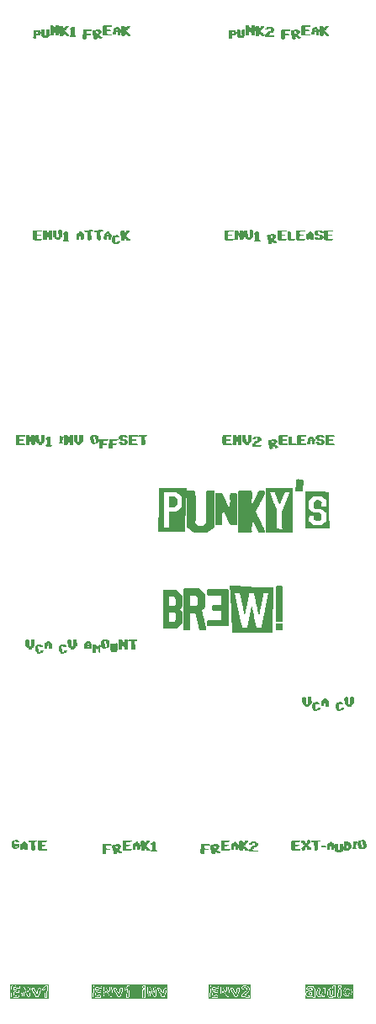
<source format=gbr>
%TF.GenerationSoftware,KiCad,Pcbnew,7.0.1-0*%
%TF.CreationDate,2023-11-10T19:27:26+13:00*%
%TF.ProjectId,Punkys-new-brew_panel,50756e6b-7973-42d6-9e65-772d62726577,003*%
%TF.SameCoordinates,Original*%
%TF.FileFunction,Legend,Top*%
%TF.FilePolarity,Positive*%
%FSLAX46Y46*%
G04 Gerber Fmt 4.6, Leading zero omitted, Abs format (unit mm)*
G04 Created by KiCad (PCBNEW 7.0.1-0) date 2023-11-10 19:27:26*
%MOMM*%
%LPD*%
G01*
G04 APERTURE LIST*
%ADD10C,0.200000*%
%ADD11C,0.400000*%
G04 APERTURE END LIST*
D10*
G36*
X246588046Y-118777662D02*
G01*
X246655457Y-118777662D01*
X246673351Y-118777934D01*
X246690090Y-118778749D01*
X246705675Y-118780109D01*
X246720105Y-118782012D01*
X246733381Y-118784460D01*
X246745503Y-118787451D01*
X246756470Y-118790985D01*
X246766283Y-118795064D01*
X246774941Y-118799687D01*
X246785764Y-118807640D01*
X246793989Y-118816817D01*
X246799617Y-118827218D01*
X246802647Y-118838842D01*
X246803224Y-118847271D01*
X246805224Y-118858412D01*
X246806950Y-118870007D01*
X246808401Y-118882054D01*
X246809365Y-118892018D01*
X246810153Y-118902273D01*
X246810766Y-118912817D01*
X246811202Y-118923652D01*
X246811284Y-118926406D01*
X246832045Y-119421974D01*
X246833166Y-119431901D01*
X246836725Y-119443821D01*
X246842642Y-119454238D01*
X246850918Y-119463151D01*
X246861552Y-119470560D01*
X246871075Y-119475131D01*
X246881925Y-119478855D01*
X246894102Y-119481734D01*
X246907605Y-119483767D01*
X246912401Y-119484256D01*
X246945618Y-119484256D01*
X246959121Y-119483634D01*
X246971238Y-119481766D01*
X246981967Y-119478654D01*
X246991310Y-119474296D01*
X247001611Y-119466549D01*
X247009445Y-119456588D01*
X247013704Y-119447665D01*
X247016575Y-119437497D01*
X247018060Y-119426084D01*
X247018158Y-119413426D01*
X246998374Y-118922254D01*
X246997892Y-118904212D01*
X246998031Y-118887334D01*
X246998792Y-118871621D01*
X247000176Y-118857071D01*
X247002181Y-118843686D01*
X247004809Y-118831464D01*
X247008058Y-118820406D01*
X247011930Y-118810512D01*
X247016423Y-118801783D01*
X247024330Y-118790870D01*
X247033637Y-118782577D01*
X247044343Y-118776903D01*
X247056449Y-118773847D01*
X247065297Y-118773265D01*
X247076456Y-118768762D01*
X247088104Y-118765022D01*
X247097774Y-118762580D01*
X247107758Y-118760626D01*
X247118054Y-118759160D01*
X247128664Y-118758183D01*
X247139586Y-118757695D01*
X247145164Y-118757634D01*
X247217949Y-118757634D01*
X247235872Y-118757890D01*
X247252639Y-118758657D01*
X247268249Y-118759935D01*
X247282704Y-118761725D01*
X247296001Y-118764026D01*
X247308143Y-118766839D01*
X247319128Y-118770163D01*
X247328957Y-118773998D01*
X247341532Y-118780710D01*
X247351506Y-118788573D01*
X247358877Y-118797586D01*
X247363647Y-118807749D01*
X247365815Y-118819064D01*
X247365960Y-118823091D01*
X247368397Y-118832748D01*
X247370368Y-118843340D01*
X247371684Y-118853163D01*
X247372657Y-118863673D01*
X247373287Y-118874870D01*
X247392582Y-119340397D01*
X247392746Y-119356546D01*
X247392017Y-119371653D01*
X247390396Y-119385718D01*
X247387881Y-119398741D01*
X247384473Y-119410722D01*
X247380172Y-119421661D01*
X247374978Y-119431559D01*
X247368891Y-119440415D01*
X247361911Y-119448229D01*
X247354038Y-119455001D01*
X247345272Y-119460731D01*
X247335613Y-119465419D01*
X247325061Y-119469066D01*
X247313616Y-119471670D01*
X247301277Y-119473233D01*
X247288046Y-119473754D01*
X247281243Y-119481711D01*
X247275894Y-119490412D01*
X247270629Y-119501189D01*
X247266736Y-119510635D01*
X247262890Y-119521248D01*
X247259091Y-119533029D01*
X247255339Y-119545977D01*
X247251635Y-119560094D01*
X247249192Y-119570153D01*
X247246769Y-119580732D01*
X247237992Y-119588887D01*
X247229125Y-119595016D01*
X247220636Y-119600314D01*
X247210572Y-119606213D01*
X247198932Y-119612713D01*
X247190297Y-119617380D01*
X247180961Y-119622315D01*
X247170925Y-119627516D01*
X247160189Y-119632985D01*
X247148753Y-119638721D01*
X247136616Y-119644724D01*
X247133870Y-119659039D01*
X247130701Y-119672430D01*
X247127107Y-119684898D01*
X247123091Y-119696442D01*
X247118651Y-119707063D01*
X247113787Y-119716760D01*
X247108499Y-119725534D01*
X247099774Y-119736963D01*
X247090095Y-119746314D01*
X247079463Y-119753587D01*
X247067879Y-119758781D01*
X247055341Y-119761898D01*
X247041850Y-119762937D01*
X247032722Y-119767125D01*
X247022275Y-119769895D01*
X247011719Y-119771627D01*
X246999482Y-119772834D01*
X246988481Y-119773422D01*
X246976405Y-119773674D01*
X246973217Y-119773684D01*
X246906295Y-119773684D01*
X246889081Y-119773485D01*
X246872979Y-119772886D01*
X246857986Y-119771889D01*
X246844104Y-119770494D01*
X246831333Y-119768699D01*
X246819673Y-119766506D01*
X246809122Y-119763913D01*
X246799683Y-119760922D01*
X246787606Y-119755688D01*
X246778027Y-119749557D01*
X246770947Y-119742528D01*
X246765395Y-119731760D01*
X246764145Y-119722637D01*
X246760671Y-119711783D01*
X246756902Y-119701629D01*
X246752840Y-119692175D01*
X246748483Y-119683421D01*
X246741398Y-119671604D01*
X246733651Y-119661362D01*
X246725244Y-119652696D01*
X246716175Y-119645605D01*
X246706444Y-119640091D01*
X246696053Y-119636152D01*
X246685001Y-119633788D01*
X246673287Y-119633000D01*
X246661609Y-119631222D01*
X246650267Y-119625887D01*
X246641981Y-119619551D01*
X246633884Y-119611215D01*
X246625976Y-119600878D01*
X246618256Y-119588540D01*
X246613215Y-119579204D01*
X246608257Y-119568978D01*
X246603384Y-119557863D01*
X246598595Y-119545859D01*
X246593889Y-119532966D01*
X246589268Y-119519183D01*
X246579203Y-119512887D01*
X246569409Y-119507688D01*
X246558065Y-119502343D01*
X246548540Y-119498239D01*
X246538144Y-119494054D01*
X246526876Y-119489787D01*
X246514737Y-119485439D01*
X246501726Y-119481009D01*
X246487843Y-119476497D01*
X246483022Y-119474975D01*
X246476614Y-119465625D01*
X246470947Y-119454306D01*
X246467183Y-119444524D01*
X246463835Y-119433635D01*
X246460903Y-119421638D01*
X246458388Y-119408533D01*
X246456289Y-119394321D01*
X246455121Y-119384231D01*
X246454139Y-119373648D01*
X246453341Y-119362573D01*
X246452728Y-119351006D01*
X246452492Y-119345038D01*
X246436860Y-118968415D01*
X246436497Y-118957536D01*
X246436291Y-118947002D01*
X246436245Y-118936814D01*
X246436356Y-118926970D01*
X246437055Y-118908320D01*
X246438387Y-118891051D01*
X246440352Y-118875164D01*
X246442951Y-118860659D01*
X246446183Y-118847534D01*
X246450049Y-118835792D01*
X246454549Y-118825430D01*
X246459681Y-118816451D01*
X246468569Y-118805571D01*
X246478881Y-118797800D01*
X246490619Y-118793138D01*
X246503783Y-118791584D01*
X246515731Y-118788321D01*
X246527276Y-118785493D01*
X246538415Y-118783100D01*
X246549151Y-118781142D01*
X246559481Y-118779620D01*
X246569408Y-118778532D01*
X246581246Y-118777784D01*
X246588046Y-118777662D01*
G37*
G36*
X247624369Y-119310355D02*
G01*
X247715227Y-119298143D01*
X247727853Y-119296548D01*
X247741247Y-119294877D01*
X247755407Y-119293129D01*
X247770334Y-119291304D01*
X247786029Y-119289404D01*
X247802490Y-119287427D01*
X247819719Y-119285374D01*
X247837715Y-119283244D01*
X247856478Y-119281039D01*
X247876008Y-119278756D01*
X247886060Y-119277587D01*
X247896305Y-119276398D01*
X247906741Y-119275190D01*
X247917369Y-119273963D01*
X247928188Y-119272717D01*
X247939200Y-119271452D01*
X247950403Y-119270168D01*
X247961798Y-119268865D01*
X247973385Y-119267542D01*
X247985163Y-119266201D01*
X247997133Y-119264840D01*
X248009295Y-119263461D01*
X248019336Y-119263808D01*
X248029430Y-119267292D01*
X248039578Y-119273914D01*
X248047223Y-119280938D01*
X248054899Y-119289727D01*
X248062605Y-119300281D01*
X248070341Y-119312599D01*
X248075515Y-119321792D01*
X248080702Y-119331769D01*
X248085903Y-119342530D01*
X248091117Y-119354075D01*
X248193210Y-119384361D01*
X248208598Y-119420753D01*
X248209575Y-119426615D01*
X248210086Y-119437671D01*
X248208567Y-119447879D01*
X248205018Y-119457241D01*
X248199439Y-119465755D01*
X248191829Y-119473422D01*
X248182189Y-119480242D01*
X248170519Y-119486214D01*
X248160434Y-119490137D01*
X248156818Y-119491339D01*
X247968751Y-119516985D01*
X247956369Y-119517843D01*
X247944777Y-119516936D01*
X247933975Y-119514265D01*
X247923963Y-119509829D01*
X247914741Y-119503629D01*
X247906309Y-119495664D01*
X247898667Y-119485935D01*
X247891815Y-119474441D01*
X247885752Y-119461182D01*
X247882150Y-119451363D01*
X247878898Y-119440759D01*
X247877404Y-119435163D01*
X247869022Y-119427830D01*
X247860054Y-119422012D01*
X247850503Y-119417708D01*
X247840367Y-119414918D01*
X247829647Y-119413643D01*
X247818342Y-119413883D01*
X247813657Y-119414403D01*
X247770670Y-119420509D01*
X247760538Y-119422600D01*
X247749772Y-119427490D01*
X247741118Y-119434908D01*
X247734574Y-119444854D01*
X247730859Y-119454631D01*
X247728495Y-119466027D01*
X247727481Y-119479040D01*
X247727439Y-119482547D01*
X247790698Y-119956378D01*
X247793183Y-119970526D01*
X247796697Y-119983111D01*
X247801243Y-119994133D01*
X247806818Y-120003593D01*
X247813424Y-120011490D01*
X247821061Y-120017824D01*
X247829727Y-120022595D01*
X247839425Y-120025804D01*
X247850152Y-120027450D01*
X247861910Y-120027533D01*
X247870321Y-120026720D01*
X247894257Y-120023300D01*
X247906484Y-120021063D01*
X247917338Y-120017739D01*
X247926818Y-120013329D01*
X247934924Y-120007833D01*
X247943594Y-119998815D01*
X247949822Y-119987866D01*
X247952891Y-119978387D01*
X247954585Y-119967822D01*
X247954906Y-119956170D01*
X247953852Y-119943433D01*
X247956580Y-119933939D01*
X247962434Y-119922375D01*
X247968488Y-119914524D01*
X247975967Y-119907377D01*
X247984871Y-119900935D01*
X247995201Y-119895196D01*
X248006956Y-119890161D01*
X248020137Y-119885831D01*
X248029716Y-119883335D01*
X248039928Y-119881152D01*
X248050774Y-119879282D01*
X248056434Y-119878464D01*
X248147293Y-119866008D01*
X248161700Y-119864401D01*
X248175247Y-119863428D01*
X248187933Y-119863088D01*
X248199759Y-119863382D01*
X248210724Y-119864310D01*
X248220829Y-119865870D01*
X248234372Y-119869400D01*
X248245979Y-119874354D01*
X248255650Y-119880734D01*
X248263384Y-119888539D01*
X248269182Y-119897770D01*
X248273044Y-119908426D01*
X248274543Y-119916322D01*
X248274326Y-119927355D01*
X248270986Y-119938350D01*
X248264525Y-119949306D01*
X248257631Y-119957499D01*
X248248981Y-119965669D01*
X248238574Y-119973819D01*
X248226412Y-119981947D01*
X248217328Y-119987354D01*
X248207464Y-119992751D01*
X248196820Y-119998138D01*
X248185395Y-120003517D01*
X248154864Y-120101214D01*
X248144843Y-120106396D01*
X248133951Y-120111197D01*
X248122189Y-120115616D01*
X248112797Y-120118680D01*
X248102915Y-120121530D01*
X248092544Y-120124164D01*
X248081683Y-120126584D01*
X248070333Y-120128790D01*
X248058493Y-120130780D01*
X248050328Y-120131988D01*
X247743315Y-120172777D01*
X247727754Y-120174620D01*
X247713128Y-120175815D01*
X247699437Y-120176360D01*
X247686681Y-120176257D01*
X247674860Y-120175506D01*
X247663974Y-120174105D01*
X247654023Y-120172056D01*
X247640850Y-120167765D01*
X247629780Y-120162015D01*
X247620814Y-120154805D01*
X247613952Y-120146135D01*
X247609194Y-120136006D01*
X247606539Y-120124417D01*
X247603822Y-120114044D01*
X247598357Y-120104175D01*
X247590144Y-120094810D01*
X247582182Y-120088117D01*
X247572673Y-120081707D01*
X247561619Y-120075580D01*
X247549020Y-120069737D01*
X247539761Y-120065999D01*
X247529816Y-120062387D01*
X247519184Y-120058901D01*
X247507865Y-120055540D01*
X247501457Y-120047938D01*
X247495546Y-120038565D01*
X247490131Y-120027422D01*
X247486395Y-120017902D01*
X247482938Y-120007386D01*
X247479760Y-119995874D01*
X247476861Y-119983367D01*
X247474242Y-119969863D01*
X247471901Y-119955363D01*
X247470496Y-119945143D01*
X247466588Y-119916322D01*
X247464578Y-119901126D01*
X247462516Y-119885215D01*
X247460403Y-119868589D01*
X247458238Y-119851246D01*
X247456021Y-119833189D01*
X247453754Y-119814415D01*
X247451434Y-119794927D01*
X247450255Y-119784914D01*
X247449063Y-119774722D01*
X247447859Y-119764352D01*
X247446641Y-119753802D01*
X247445411Y-119743074D01*
X247444167Y-119732167D01*
X247442911Y-119721081D01*
X247441642Y-119709816D01*
X247440360Y-119698372D01*
X247439065Y-119686749D01*
X247437757Y-119674947D01*
X247436436Y-119662967D01*
X247435103Y-119650807D01*
X247433756Y-119638469D01*
X247432397Y-119625952D01*
X247431025Y-119613256D01*
X247429640Y-119600381D01*
X247428242Y-119587327D01*
X247419693Y-119558506D01*
X247418565Y-119545125D01*
X247418935Y-119532365D01*
X247420803Y-119520229D01*
X247424170Y-119508715D01*
X247429035Y-119497823D01*
X247435398Y-119487555D01*
X247443260Y-119477908D01*
X247452620Y-119468884D01*
X247463479Y-119460483D01*
X247475836Y-119452704D01*
X247484906Y-119447864D01*
X247493236Y-119442703D01*
X247498656Y-119434137D01*
X247502675Y-119424356D01*
X247506411Y-119411972D01*
X247509028Y-119400976D01*
X247511486Y-119388516D01*
X247513785Y-119374592D01*
X247515229Y-119364496D01*
X247515925Y-119359204D01*
X247522107Y-119350426D01*
X247530396Y-119342412D01*
X247540792Y-119335161D01*
X247549971Y-119330224D01*
X247560335Y-119325716D01*
X247571884Y-119321637D01*
X247584618Y-119317988D01*
X247598537Y-119314768D01*
X247608475Y-119312860D01*
X247618939Y-119311143D01*
X247624369Y-119310355D01*
G37*
G36*
X248810272Y-118929867D02*
G01*
X248824078Y-118930726D01*
X248836932Y-118932157D01*
X248848834Y-118934160D01*
X248859784Y-118936736D01*
X248869782Y-118939885D01*
X248878828Y-118943606D01*
X248890611Y-118950260D01*
X248900251Y-118958203D01*
X248907750Y-118967434D01*
X248913106Y-118977952D01*
X248916319Y-118989759D01*
X248917390Y-119002854D01*
X248918634Y-119012642D01*
X248922367Y-119021981D01*
X248928587Y-119030869D01*
X248937296Y-119039307D01*
X248945461Y-119045340D01*
X248955025Y-119051119D01*
X248965988Y-119056646D01*
X248978352Y-119061918D01*
X248992115Y-119066938D01*
X248997014Y-119068555D01*
X249004043Y-119077952D01*
X249009586Y-119088104D01*
X249013815Y-119097746D01*
X249017860Y-119108739D01*
X249021722Y-119121083D01*
X249024498Y-119131227D01*
X249027172Y-119142131D01*
X249029742Y-119153796D01*
X249038275Y-119161428D01*
X249047438Y-119167501D01*
X249056889Y-119173080D01*
X249068225Y-119179301D01*
X249077965Y-119184387D01*
X249088765Y-119189834D01*
X249100625Y-119195641D01*
X249109121Y-119199713D01*
X249115839Y-119209836D01*
X249120226Y-119219102D01*
X249123735Y-119229406D01*
X249126366Y-119240748D01*
X249128120Y-119253128D01*
X249128859Y-119263094D01*
X249129104Y-119273645D01*
X249128856Y-119284779D01*
X249128416Y-119292526D01*
X249128073Y-119304182D01*
X249127462Y-119314524D01*
X249126546Y-119326923D01*
X249125325Y-119341379D01*
X249123798Y-119357893D01*
X249121967Y-119376463D01*
X249120936Y-119386519D01*
X249119830Y-119397090D01*
X249118646Y-119408175D01*
X249117387Y-119419774D01*
X249116051Y-119431887D01*
X249114639Y-119444515D01*
X249113151Y-119457657D01*
X249111586Y-119471313D01*
X249109945Y-119485483D01*
X249108228Y-119500168D01*
X249106434Y-119515367D01*
X249104564Y-119531080D01*
X249102618Y-119547307D01*
X249100595Y-119564049D01*
X249098496Y-119581305D01*
X249096321Y-119599075D01*
X249094070Y-119617359D01*
X249091742Y-119636158D01*
X249089337Y-119655471D01*
X249089004Y-119666922D01*
X249088005Y-119677586D01*
X249086341Y-119687462D01*
X249082595Y-119700797D01*
X249077350Y-119712360D01*
X249070608Y-119722150D01*
X249062367Y-119730166D01*
X249052627Y-119736409D01*
X249041389Y-119740879D01*
X249028653Y-119743576D01*
X249014419Y-119744500D01*
X249004097Y-119744131D01*
X248907132Y-119744131D01*
X248892567Y-119742829D01*
X248878976Y-119741123D01*
X248866357Y-119739013D01*
X248854712Y-119736498D01*
X248844039Y-119733579D01*
X248834340Y-119730255D01*
X248821616Y-119724510D01*
X248811082Y-119717856D01*
X248802737Y-119710291D01*
X248796582Y-119701816D01*
X248792616Y-119692430D01*
X248790840Y-119682135D01*
X248790873Y-119674766D01*
X248790689Y-119662466D01*
X248790628Y-119650479D01*
X248790689Y-119638805D01*
X248790873Y-119627444D01*
X248791178Y-119616396D01*
X248791605Y-119605660D01*
X248792155Y-119595238D01*
X248792827Y-119585129D01*
X248802596Y-119447376D01*
X248802547Y-119435518D01*
X248800688Y-119425104D01*
X248795821Y-119414114D01*
X248788128Y-119405378D01*
X248779938Y-119400013D01*
X248769939Y-119396089D01*
X248758132Y-119393609D01*
X248751549Y-119392909D01*
X248719309Y-119392909D01*
X248708101Y-119393332D01*
X248697923Y-119394601D01*
X248685955Y-119397608D01*
X248675819Y-119402119D01*
X248667515Y-119408134D01*
X248661042Y-119415652D01*
X248656402Y-119424673D01*
X248653593Y-119435199D01*
X248652875Y-119441025D01*
X248652875Y-119598318D01*
X248651538Y-119612172D01*
X248649784Y-119625097D01*
X248647615Y-119637092D01*
X248645029Y-119648159D01*
X248642028Y-119658296D01*
X248638610Y-119667503D01*
X248632704Y-119679573D01*
X248625862Y-119689551D01*
X248618084Y-119697439D01*
X248609370Y-119703235D01*
X248599720Y-119706941D01*
X248589134Y-119708556D01*
X248581556Y-119708471D01*
X248570723Y-119709384D01*
X248559288Y-119710108D01*
X248549300Y-119710568D01*
X248538895Y-119710896D01*
X248528072Y-119711092D01*
X248516832Y-119711158D01*
X248456748Y-119711158D01*
X248442363Y-119709856D01*
X248428943Y-119708147D01*
X248416488Y-119706032D01*
X248404999Y-119703510D01*
X248394476Y-119700582D01*
X248384918Y-119697248D01*
X248372392Y-119691484D01*
X248362037Y-119684805D01*
X248353856Y-119677213D01*
X248347847Y-119668705D01*
X248344010Y-119659284D01*
X248342345Y-119648948D01*
X248342443Y-119641549D01*
X248341110Y-119630738D01*
X248340229Y-119620932D01*
X248339588Y-119610628D01*
X248339187Y-119599826D01*
X248339027Y-119588526D01*
X248339023Y-119586594D01*
X248368577Y-119257843D01*
X248368868Y-119241361D01*
X248369741Y-119225985D01*
X248369855Y-119224870D01*
X248671926Y-119224870D01*
X248672525Y-119236772D01*
X248676153Y-119247291D01*
X248682810Y-119256426D01*
X248690317Y-119262739D01*
X248699762Y-119268165D01*
X248711146Y-119272707D01*
X248720956Y-119275532D01*
X248728102Y-119277138D01*
X248754725Y-119279092D01*
X248765637Y-119278620D01*
X248775476Y-119277203D01*
X248786925Y-119273845D01*
X248796465Y-119268807D01*
X248804098Y-119262091D01*
X248809822Y-119253695D01*
X248813639Y-119243620D01*
X248815547Y-119231866D01*
X248815785Y-119225359D01*
X248815785Y-119220474D01*
X248814581Y-119208714D01*
X248810967Y-119198468D01*
X248804945Y-119189737D01*
X248796513Y-119182521D01*
X248785672Y-119176819D01*
X248775265Y-119173348D01*
X248766448Y-119171381D01*
X248727125Y-119171381D01*
X248715161Y-119172144D01*
X248704670Y-119174434D01*
X248695652Y-119178251D01*
X248686451Y-119185168D01*
X248679552Y-119194470D01*
X248675690Y-119203629D01*
X248673301Y-119214315D01*
X248672659Y-119220230D01*
X248671926Y-119224870D01*
X248369855Y-119224870D01*
X248371196Y-119211716D01*
X248373233Y-119198553D01*
X248375852Y-119186498D01*
X248379052Y-119175549D01*
X248382835Y-119165706D01*
X248389601Y-119153018D01*
X248397676Y-119142820D01*
X248407060Y-119135112D01*
X248417754Y-119129894D01*
X248429758Y-119127167D01*
X248443071Y-119126929D01*
X248453978Y-119125003D01*
X248464719Y-119119225D01*
X248473191Y-119111829D01*
X248481556Y-119101968D01*
X248487760Y-119092954D01*
X248493904Y-119082553D01*
X248499987Y-119070766D01*
X248506011Y-119057592D01*
X248509993Y-119048039D01*
X248520538Y-119044677D01*
X248530433Y-119041494D01*
X248544060Y-119037051D01*
X248556228Y-119033007D01*
X248566935Y-119029363D01*
X248576183Y-119026118D01*
X248586243Y-119022412D01*
X248596467Y-119018185D01*
X248600852Y-119015554D01*
X248603514Y-119005143D01*
X248606675Y-118995404D01*
X248610337Y-118986337D01*
X248616767Y-118973995D01*
X248624322Y-118963164D01*
X248633002Y-118953845D01*
X248642806Y-118946037D01*
X248653735Y-118939740D01*
X248665790Y-118934954D01*
X248678969Y-118931680D01*
X248693273Y-118929917D01*
X248703434Y-118929581D01*
X248795513Y-118929581D01*
X248810272Y-118929867D01*
G37*
G36*
X249997432Y-119310355D02*
G01*
X250088291Y-119298143D01*
X250100917Y-119296548D01*
X250114310Y-119294877D01*
X250128470Y-119293129D01*
X250143398Y-119291304D01*
X250159092Y-119289404D01*
X250175554Y-119287427D01*
X250192783Y-119285374D01*
X250210778Y-119283244D01*
X250229541Y-119281039D01*
X250249071Y-119278756D01*
X250259124Y-119277587D01*
X250269368Y-119276398D01*
X250279804Y-119275190D01*
X250290432Y-119273963D01*
X250301252Y-119272717D01*
X250312263Y-119271452D01*
X250323466Y-119270168D01*
X250334861Y-119268865D01*
X250346448Y-119267542D01*
X250358227Y-119266201D01*
X250370197Y-119264840D01*
X250382359Y-119263461D01*
X250392400Y-119263808D01*
X250402494Y-119267292D01*
X250412641Y-119273914D01*
X250420287Y-119280938D01*
X250427963Y-119289727D01*
X250435669Y-119300281D01*
X250443404Y-119312599D01*
X250448578Y-119321792D01*
X250453766Y-119331769D01*
X250458966Y-119342530D01*
X250464180Y-119354075D01*
X250566274Y-119384361D01*
X250581661Y-119420753D01*
X250582638Y-119426615D01*
X250583149Y-119437671D01*
X250581631Y-119447879D01*
X250578081Y-119457241D01*
X250572502Y-119465755D01*
X250564892Y-119473422D01*
X250555252Y-119480242D01*
X250543582Y-119486214D01*
X250533497Y-119490137D01*
X250529882Y-119491339D01*
X250341815Y-119516985D01*
X250329433Y-119517843D01*
X250317841Y-119516936D01*
X250307039Y-119514265D01*
X250297027Y-119509829D01*
X250287805Y-119503629D01*
X250279372Y-119495664D01*
X250271730Y-119485935D01*
X250264878Y-119474441D01*
X250258816Y-119461182D01*
X250255213Y-119451363D01*
X250251962Y-119440759D01*
X250250468Y-119435163D01*
X250242085Y-119427830D01*
X250233118Y-119422012D01*
X250223567Y-119417708D01*
X250213431Y-119414918D01*
X250202710Y-119413643D01*
X250191406Y-119413883D01*
X250186720Y-119414403D01*
X250143734Y-119420509D01*
X250133601Y-119422600D01*
X250122836Y-119427490D01*
X250114181Y-119434908D01*
X250107638Y-119444854D01*
X250103922Y-119454631D01*
X250101558Y-119466027D01*
X250100545Y-119479040D01*
X250100503Y-119482547D01*
X250163762Y-119956378D01*
X250166246Y-119970526D01*
X250169761Y-119983111D01*
X250174306Y-119994133D01*
X250179882Y-120003593D01*
X250186488Y-120011490D01*
X250194124Y-120017824D01*
X250202791Y-120022595D01*
X250212488Y-120025804D01*
X250223216Y-120027450D01*
X250234974Y-120027533D01*
X250243385Y-120026720D01*
X250267321Y-120023300D01*
X250279548Y-120021063D01*
X250290402Y-120017739D01*
X250299881Y-120013329D01*
X250307987Y-120007833D01*
X250316658Y-119998815D01*
X250322886Y-119987866D01*
X250325954Y-119978387D01*
X250327649Y-119967822D01*
X250327969Y-119956170D01*
X250326916Y-119943433D01*
X250329644Y-119933939D01*
X250335498Y-119922375D01*
X250341551Y-119914524D01*
X250349030Y-119907377D01*
X250357935Y-119900935D01*
X250368264Y-119895196D01*
X250380020Y-119890161D01*
X250393200Y-119885831D01*
X250402779Y-119883335D01*
X250412991Y-119881152D01*
X250423837Y-119879282D01*
X250429498Y-119878464D01*
X250520356Y-119866008D01*
X250534764Y-119864401D01*
X250548311Y-119863428D01*
X250560997Y-119863088D01*
X250572823Y-119863382D01*
X250583788Y-119864310D01*
X250593892Y-119865870D01*
X250607436Y-119869400D01*
X250619043Y-119874354D01*
X250628713Y-119880734D01*
X250636448Y-119888539D01*
X250642246Y-119897770D01*
X250646108Y-119908426D01*
X250647607Y-119916322D01*
X250647389Y-119927355D01*
X250644050Y-119938350D01*
X250637589Y-119949306D01*
X250630695Y-119957499D01*
X250622044Y-119965669D01*
X250611638Y-119973819D01*
X250599476Y-119981947D01*
X250590392Y-119987354D01*
X250580528Y-119992751D01*
X250569883Y-119998138D01*
X250558458Y-120003517D01*
X250527928Y-120101214D01*
X250517906Y-120106396D01*
X250507014Y-120111197D01*
X250495253Y-120115616D01*
X250485860Y-120118680D01*
X250475978Y-120121530D01*
X250465607Y-120124164D01*
X250454746Y-120126584D01*
X250443396Y-120128790D01*
X250431557Y-120130780D01*
X250423392Y-120131988D01*
X250116379Y-120172777D01*
X250100818Y-120174620D01*
X250086192Y-120175815D01*
X250072501Y-120176360D01*
X250059745Y-120176257D01*
X250047924Y-120175506D01*
X250037038Y-120174105D01*
X250027087Y-120172056D01*
X250013913Y-120167765D01*
X250002844Y-120162015D01*
X249993878Y-120154805D01*
X249987016Y-120146135D01*
X249982257Y-120136006D01*
X249979603Y-120124417D01*
X249976885Y-120114044D01*
X249971420Y-120104175D01*
X249963208Y-120094810D01*
X249955245Y-120088117D01*
X249945737Y-120081707D01*
X249934683Y-120075580D01*
X249922083Y-120069737D01*
X249912825Y-120065999D01*
X249902880Y-120062387D01*
X249892248Y-120058901D01*
X249880928Y-120055540D01*
X249874521Y-120047938D01*
X249868609Y-120038565D01*
X249863194Y-120027422D01*
X249859458Y-120017902D01*
X249856001Y-120007386D01*
X249852824Y-119995874D01*
X249849925Y-119983367D01*
X249847305Y-119969863D01*
X249844965Y-119955363D01*
X249843559Y-119945143D01*
X249839651Y-119916322D01*
X249837641Y-119901126D01*
X249835579Y-119885215D01*
X249833466Y-119868589D01*
X249831301Y-119851246D01*
X249829085Y-119833189D01*
X249826817Y-119814415D01*
X249824498Y-119794927D01*
X249823319Y-119784914D01*
X249822127Y-119774722D01*
X249820922Y-119764352D01*
X249819705Y-119753802D01*
X249818474Y-119743074D01*
X249817231Y-119732167D01*
X249815974Y-119721081D01*
X249814705Y-119709816D01*
X249813423Y-119698372D01*
X249812128Y-119686749D01*
X249810820Y-119674947D01*
X249809500Y-119662967D01*
X249808166Y-119650807D01*
X249806820Y-119638469D01*
X249805460Y-119625952D01*
X249804088Y-119613256D01*
X249802703Y-119600381D01*
X249801305Y-119587327D01*
X249792757Y-119558506D01*
X249791628Y-119545125D01*
X249791998Y-119532365D01*
X249793867Y-119520229D01*
X249797233Y-119508715D01*
X249802098Y-119497823D01*
X249808462Y-119487555D01*
X249816324Y-119477908D01*
X249825684Y-119468884D01*
X249836542Y-119460483D01*
X249848899Y-119452704D01*
X249857970Y-119447864D01*
X249866299Y-119442703D01*
X249871720Y-119434137D01*
X249875738Y-119424356D01*
X249879474Y-119411972D01*
X249882091Y-119400976D01*
X249884549Y-119388516D01*
X249886848Y-119374592D01*
X249888293Y-119364496D01*
X249888988Y-119359204D01*
X249895171Y-119350426D01*
X249903460Y-119342412D01*
X249913855Y-119335161D01*
X249923035Y-119330224D01*
X249933399Y-119325716D01*
X249944948Y-119321637D01*
X249957682Y-119317988D01*
X249971601Y-119314768D01*
X249981538Y-119312860D01*
X249992003Y-119311143D01*
X249997432Y-119310355D01*
G37*
G36*
X250832987Y-118777662D02*
G01*
X250900398Y-118777662D01*
X250918292Y-118777934D01*
X250935031Y-118778749D01*
X250950616Y-118780109D01*
X250965046Y-118782012D01*
X250978322Y-118784460D01*
X250990444Y-118787451D01*
X251001411Y-118790985D01*
X251011223Y-118795064D01*
X251019881Y-118799687D01*
X251030704Y-118807640D01*
X251038930Y-118816817D01*
X251044557Y-118827218D01*
X251047588Y-118838842D01*
X251048165Y-118847271D01*
X251050165Y-118858412D01*
X251051891Y-118870007D01*
X251053342Y-118882054D01*
X251054306Y-118892018D01*
X251055094Y-118902273D01*
X251055706Y-118912817D01*
X251056143Y-118923652D01*
X251056225Y-118926406D01*
X251076986Y-119421974D01*
X251078107Y-119431901D01*
X251081666Y-119443821D01*
X251087583Y-119454238D01*
X251095858Y-119463151D01*
X251106492Y-119470560D01*
X251116016Y-119475131D01*
X251126866Y-119478855D01*
X251139042Y-119481734D01*
X251152546Y-119483767D01*
X251157342Y-119484256D01*
X251190559Y-119484256D01*
X251204062Y-119483634D01*
X251216178Y-119481766D01*
X251226908Y-119478654D01*
X251236251Y-119474296D01*
X251246551Y-119466549D01*
X251254386Y-119456588D01*
X251258644Y-119447665D01*
X251261516Y-119437497D01*
X251263001Y-119426084D01*
X251263099Y-119413426D01*
X251243315Y-118922254D01*
X251242832Y-118904212D01*
X251242972Y-118887334D01*
X251243733Y-118871621D01*
X251245116Y-118857071D01*
X251247122Y-118843686D01*
X251249749Y-118831464D01*
X251252999Y-118820406D01*
X251256870Y-118810512D01*
X251261364Y-118801783D01*
X251269271Y-118790870D01*
X251278578Y-118782577D01*
X251289284Y-118776903D01*
X251301389Y-118773847D01*
X251310238Y-118773265D01*
X251321397Y-118768762D01*
X251333045Y-118765022D01*
X251342715Y-118762580D01*
X251352699Y-118760626D01*
X251362995Y-118759160D01*
X251373604Y-118758183D01*
X251384526Y-118757695D01*
X251390105Y-118757634D01*
X251462889Y-118757634D01*
X251480813Y-118757890D01*
X251497579Y-118758657D01*
X251513190Y-118759935D01*
X251527644Y-118761725D01*
X251540942Y-118764026D01*
X251553084Y-118766839D01*
X251564069Y-118770163D01*
X251573898Y-118773998D01*
X251586473Y-118780710D01*
X251596446Y-118788573D01*
X251603818Y-118797586D01*
X251608588Y-118807749D01*
X251610756Y-118819064D01*
X251610900Y-118823091D01*
X251613338Y-118832748D01*
X251615308Y-118843340D01*
X251616625Y-118853163D01*
X251617598Y-118863673D01*
X251618228Y-118874870D01*
X251637523Y-119340397D01*
X251637687Y-119356546D01*
X251636958Y-119371653D01*
X251635336Y-119385718D01*
X251632821Y-119398741D01*
X251629413Y-119410722D01*
X251625112Y-119421661D01*
X251619918Y-119431559D01*
X251613831Y-119440415D01*
X251606851Y-119448229D01*
X251598978Y-119455001D01*
X251590212Y-119460731D01*
X251580553Y-119465419D01*
X251570001Y-119469066D01*
X251558556Y-119471670D01*
X251546218Y-119473233D01*
X251532987Y-119473754D01*
X251526183Y-119481711D01*
X251520835Y-119490412D01*
X251515570Y-119501189D01*
X251511677Y-119510635D01*
X251507831Y-119521248D01*
X251504032Y-119533029D01*
X251500280Y-119545977D01*
X251496576Y-119560094D01*
X251494132Y-119570153D01*
X251491710Y-119580732D01*
X251482933Y-119588887D01*
X251474066Y-119595016D01*
X251465577Y-119600314D01*
X251455513Y-119606213D01*
X251443873Y-119612713D01*
X251435237Y-119617380D01*
X251425902Y-119622315D01*
X251415866Y-119627516D01*
X251405130Y-119632985D01*
X251393693Y-119638721D01*
X251381556Y-119644724D01*
X251378811Y-119659039D01*
X251375641Y-119672430D01*
X251372048Y-119684898D01*
X251368032Y-119696442D01*
X251363591Y-119707063D01*
X251358727Y-119716760D01*
X251353440Y-119725534D01*
X251344714Y-119736963D01*
X251335036Y-119746314D01*
X251324404Y-119753587D01*
X251312819Y-119758781D01*
X251300281Y-119761898D01*
X251286790Y-119762937D01*
X251277662Y-119767125D01*
X251267215Y-119769895D01*
X251256660Y-119771627D01*
X251244422Y-119772834D01*
X251233422Y-119773422D01*
X251221345Y-119773674D01*
X251218158Y-119773684D01*
X251151235Y-119773684D01*
X251134022Y-119773485D01*
X251117919Y-119772886D01*
X251102927Y-119771889D01*
X251089045Y-119770494D01*
X251076274Y-119768699D01*
X251064613Y-119766506D01*
X251054063Y-119763913D01*
X251044623Y-119760922D01*
X251032546Y-119755688D01*
X251022968Y-119749557D01*
X251015888Y-119742528D01*
X251010335Y-119731760D01*
X251009086Y-119722637D01*
X251005611Y-119711783D01*
X251001843Y-119701629D01*
X250997780Y-119692175D01*
X250993424Y-119683421D01*
X250986339Y-119671604D01*
X250978592Y-119661362D01*
X250970184Y-119652696D01*
X250961115Y-119645605D01*
X250951385Y-119640091D01*
X250940994Y-119636152D01*
X250929941Y-119633788D01*
X250918228Y-119633000D01*
X250906550Y-119631222D01*
X250895208Y-119625887D01*
X250886922Y-119619551D01*
X250878825Y-119611215D01*
X250870916Y-119600878D01*
X250863197Y-119588540D01*
X250858155Y-119579204D01*
X250853198Y-119568978D01*
X250848325Y-119557863D01*
X250843535Y-119545859D01*
X250838830Y-119532966D01*
X250834208Y-119519183D01*
X250824144Y-119512887D01*
X250814349Y-119507688D01*
X250803005Y-119502343D01*
X250793481Y-119498239D01*
X250783084Y-119494054D01*
X250771817Y-119489787D01*
X250759677Y-119485439D01*
X250746666Y-119481009D01*
X250732784Y-119476497D01*
X250727963Y-119474975D01*
X250721555Y-119465625D01*
X250715888Y-119454306D01*
X250712123Y-119444524D01*
X250708775Y-119433635D01*
X250705844Y-119421638D01*
X250703328Y-119408533D01*
X250701230Y-119394321D01*
X250700062Y-119384231D01*
X250699079Y-119373648D01*
X250698282Y-119362573D01*
X250697669Y-119351006D01*
X250697432Y-119345038D01*
X250681801Y-118968415D01*
X250681437Y-118957536D01*
X250681232Y-118947002D01*
X250681185Y-118936814D01*
X250681297Y-118926970D01*
X250681995Y-118908320D01*
X250683327Y-118891051D01*
X250685293Y-118875164D01*
X250687892Y-118860659D01*
X250691124Y-118847534D01*
X250694990Y-118835792D01*
X250699489Y-118825430D01*
X250704622Y-118816451D01*
X250713509Y-118805571D01*
X250723822Y-118797800D01*
X250735560Y-118793138D01*
X250748723Y-118791584D01*
X250760672Y-118788321D01*
X250772216Y-118785493D01*
X250783356Y-118783100D01*
X250794091Y-118781142D01*
X250804422Y-118779620D01*
X250814348Y-118778532D01*
X250826187Y-118777784D01*
X250832987Y-118777662D01*
G37*
G36*
X217300111Y-147813893D02*
G01*
X217913649Y-147890097D01*
X217923613Y-147891665D01*
X217937223Y-147894857D01*
X217949233Y-147899058D01*
X217959640Y-147904268D01*
X217968447Y-147910487D01*
X217975652Y-147917715D01*
X217981255Y-147925951D01*
X217985257Y-147935197D01*
X217987658Y-147945452D01*
X217988457Y-147956715D01*
X217987655Y-147968988D01*
X217985402Y-147981204D01*
X217981848Y-147992026D01*
X217976993Y-148001452D01*
X217970837Y-148009482D01*
X217963380Y-148016118D01*
X217954622Y-148021358D01*
X217944564Y-148025202D01*
X217933204Y-148027652D01*
X217920544Y-148028706D01*
X217906583Y-148028364D01*
X217896552Y-148027362D01*
X217470593Y-147974361D01*
X217459605Y-147973353D01*
X217449233Y-147973140D01*
X217439478Y-147973720D01*
X217426000Y-147976078D01*
X217413909Y-147980223D01*
X217403205Y-147986153D01*
X217393888Y-147993870D01*
X217385958Y-148003372D01*
X217379414Y-148014661D01*
X217374257Y-148027736D01*
X217371589Y-148037444D01*
X217369538Y-148047947D01*
X217368744Y-148053496D01*
X217354333Y-148166092D01*
X217353358Y-148177673D01*
X217353242Y-148188604D01*
X217353984Y-148198884D01*
X217356708Y-148213084D01*
X217361363Y-148225820D01*
X217367950Y-148237093D01*
X217376470Y-148246901D01*
X217386921Y-148255245D01*
X217399305Y-148262125D01*
X217408633Y-148265898D01*
X217418821Y-148269021D01*
X217429867Y-148271493D01*
X217441772Y-148273314D01*
X217498925Y-148273314D01*
X217654019Y-148292609D01*
X217664501Y-148293930D01*
X217675307Y-148295327D01*
X217686437Y-148296800D01*
X217697891Y-148298349D01*
X217709670Y-148299975D01*
X217721774Y-148301677D01*
X217734202Y-148303455D01*
X217746954Y-148305310D01*
X217760030Y-148307241D01*
X217773431Y-148309248D01*
X217787156Y-148311332D01*
X217801206Y-148313492D01*
X217815580Y-148315729D01*
X217830279Y-148318041D01*
X217845301Y-148320430D01*
X217860649Y-148322896D01*
X217870556Y-148328048D01*
X217878906Y-148334222D01*
X217885699Y-148341420D01*
X217892001Y-148351855D01*
X217895290Y-148361354D01*
X217897023Y-148371875D01*
X217897198Y-148383420D01*
X217896308Y-148392749D01*
X217894055Y-148404839D01*
X217890501Y-148415555D01*
X217885646Y-148424897D01*
X217879490Y-148432866D01*
X217872033Y-148439460D01*
X217863275Y-148444681D01*
X217853217Y-148448528D01*
X217841857Y-148451001D01*
X217829197Y-148452100D01*
X217815236Y-148451825D01*
X217805206Y-148450879D01*
X217468639Y-148408381D01*
X217454785Y-148407890D01*
X217441983Y-148409897D01*
X217430233Y-148414404D01*
X217419535Y-148421409D01*
X217409888Y-148430913D01*
X217401294Y-148442916D01*
X217396148Y-148452306D01*
X217391471Y-148462807D01*
X217387260Y-148474418D01*
X217383517Y-148487139D01*
X217380242Y-148500971D01*
X217377434Y-148515914D01*
X217375094Y-148531967D01*
X217350914Y-148723698D01*
X217349967Y-148734657D01*
X217349811Y-148745001D01*
X217351062Y-148759365D01*
X217354096Y-148772346D01*
X217358911Y-148783945D01*
X217365507Y-148794162D01*
X217373886Y-148802996D01*
X217384046Y-148810448D01*
X217395988Y-148816517D01*
X217409712Y-148821204D01*
X217419850Y-148823561D01*
X217430781Y-148825303D01*
X217622268Y-148849483D01*
X217632957Y-148850317D01*
X217643774Y-148850164D01*
X217654721Y-148849024D01*
X217665796Y-148846896D01*
X217677001Y-148843780D01*
X217688333Y-148839677D01*
X217699795Y-148834587D01*
X217711386Y-148828509D01*
X217723105Y-148821443D01*
X217734953Y-148813390D01*
X217742924Y-148807473D01*
X217802519Y-148807473D01*
X217822303Y-148809672D01*
X217832263Y-148811267D01*
X217845859Y-148814604D01*
X217857840Y-148819075D01*
X217868207Y-148824679D01*
X217876960Y-148831417D01*
X217884098Y-148839288D01*
X217889622Y-148848292D01*
X217893532Y-148858430D01*
X217895827Y-148869702D01*
X217896509Y-148882107D01*
X217895575Y-148895645D01*
X217893288Y-148907419D01*
X217889356Y-148918926D01*
X217883780Y-148930168D01*
X217876559Y-148941143D01*
X217867694Y-148951852D01*
X217857184Y-148962295D01*
X217849265Y-148969109D01*
X217840614Y-148975804D01*
X217831233Y-148982382D01*
X217821120Y-148988841D01*
X217810277Y-148995182D01*
X217798704Y-149001404D01*
X217786399Y-149007508D01*
X217775252Y-149006355D01*
X217764280Y-149005217D01*
X217753483Y-149004094D01*
X217742863Y-149002986D01*
X217732417Y-149001892D01*
X217722148Y-149000813D01*
X217712054Y-148999749D01*
X217702135Y-148998700D01*
X217692392Y-148997666D01*
X217673433Y-148995641D01*
X217655176Y-148993676D01*
X217637621Y-148991770D01*
X217620768Y-148989922D01*
X217604617Y-148988135D01*
X217589169Y-148986406D01*
X217574423Y-148984736D01*
X217560379Y-148983126D01*
X217547037Y-148981574D01*
X217534398Y-148980082D01*
X217522460Y-148978649D01*
X217516755Y-148977955D01*
X217267871Y-148946203D01*
X217254495Y-148944313D01*
X217242027Y-148942185D01*
X217230468Y-148939818D01*
X217219817Y-148937212D01*
X217210074Y-148934368D01*
X217197162Y-148929655D01*
X217186294Y-148924405D01*
X217177470Y-148918618D01*
X217168883Y-148910067D01*
X217163930Y-148900563D01*
X217162609Y-148890104D01*
X217162847Y-148887341D01*
X217162057Y-148876528D01*
X217161874Y-148866754D01*
X217162179Y-148856828D01*
X217162847Y-148848018D01*
X217237097Y-148255729D01*
X217237844Y-148245656D01*
X217237612Y-148234763D01*
X217236401Y-148223050D01*
X217234212Y-148210517D01*
X217231043Y-148197164D01*
X217226896Y-148182991D01*
X217223587Y-148173087D01*
X217219843Y-148162818D01*
X217215664Y-148152185D01*
X217211051Y-148141187D01*
X217206002Y-148129825D01*
X217200518Y-148118099D01*
X217194598Y-148106008D01*
X217194652Y-148095528D01*
X217194812Y-148085583D01*
X217195163Y-148073903D01*
X217195680Y-148063057D01*
X217196365Y-148053047D01*
X217197407Y-148042136D01*
X217198018Y-148037131D01*
X217216580Y-147887411D01*
X217218137Y-147877420D01*
X217221389Y-147863784D01*
X217225739Y-147851766D01*
X217231189Y-147841367D01*
X217237738Y-147832587D01*
X217245386Y-147825425D01*
X217254133Y-147819881D01*
X217263979Y-147815956D01*
X217274924Y-147813650D01*
X217286968Y-147812962D01*
X217300111Y-147813893D01*
G37*
G36*
X218115457Y-147718099D02*
G01*
X218119798Y-147727045D01*
X218120279Y-147732561D01*
X218120279Y-149103251D01*
X218118218Y-149113521D01*
X218109846Y-149119693D01*
X218105624Y-149120104D01*
X217033398Y-149120104D01*
X217023436Y-149117323D01*
X217018387Y-149108106D01*
X217018011Y-149103251D01*
X217018011Y-148874522D01*
X217100725Y-148874522D01*
X217100895Y-148888800D01*
X217101939Y-148902133D01*
X217103857Y-148914521D01*
X217106648Y-148925965D01*
X217110314Y-148936465D01*
X217114853Y-148946020D01*
X217120267Y-148954631D01*
X217126554Y-148962297D01*
X217133715Y-148969018D01*
X217141750Y-148974795D01*
X217150660Y-148979627D01*
X217160443Y-148983515D01*
X217171100Y-148986458D01*
X217182631Y-148988457D01*
X217193063Y-148991314D01*
X217203843Y-148993720D01*
X217213832Y-148995663D01*
X217225035Y-148997621D01*
X217237451Y-148999594D01*
X217247560Y-149001083D01*
X217258351Y-149002582D01*
X217269825Y-149004089D01*
X217475966Y-149029490D01*
X217491035Y-149031324D01*
X217506871Y-149033222D01*
X217523473Y-149035186D01*
X217540843Y-149037214D01*
X217558980Y-149039307D01*
X217577884Y-149041466D01*
X217587624Y-149042569D01*
X217597555Y-149043689D01*
X217607678Y-149044824D01*
X217617993Y-149045976D01*
X217628500Y-149047145D01*
X217639199Y-149048329D01*
X217650089Y-149049530D01*
X217661171Y-149050747D01*
X217672445Y-149051980D01*
X217683910Y-149053229D01*
X217695568Y-149054495D01*
X217707417Y-149055777D01*
X217719458Y-149057075D01*
X217731690Y-149058389D01*
X217744115Y-149059719D01*
X217756731Y-149061066D01*
X217769539Y-149062429D01*
X217782539Y-149063808D01*
X217795730Y-149065203D01*
X217809113Y-149066615D01*
X217819398Y-149066035D01*
X217831324Y-149062096D01*
X217841346Y-149056939D01*
X217852290Y-149049892D01*
X217864158Y-149040956D01*
X217872582Y-149033949D01*
X217881417Y-149026103D01*
X217890662Y-149017417D01*
X217900317Y-149007892D01*
X217910382Y-148997527D01*
X217920858Y-148986322D01*
X217931744Y-148974278D01*
X217937341Y-148967941D01*
X217940791Y-148958377D01*
X217943936Y-148948859D01*
X217946775Y-148939387D01*
X217949895Y-148927612D01*
X217952537Y-148915908D01*
X217954703Y-148904275D01*
X217956392Y-148892714D01*
X217957479Y-148881883D01*
X217958113Y-148871495D01*
X217958295Y-148861550D01*
X217957721Y-148847462D01*
X217956129Y-148834371D01*
X217953519Y-148822275D01*
X217949892Y-148811175D01*
X217945247Y-148801071D01*
X217939585Y-148791964D01*
X217932905Y-148783852D01*
X217925208Y-148776737D01*
X217919511Y-148772547D01*
X217908375Y-148769020D01*
X217897194Y-148765769D01*
X217885966Y-148762792D01*
X217874693Y-148760090D01*
X217863374Y-148757663D01*
X217852009Y-148755511D01*
X217840598Y-148753633D01*
X217829141Y-148752030D01*
X217787376Y-148746657D01*
X217776141Y-148745444D01*
X217765333Y-148744615D01*
X217754953Y-148744170D01*
X217745000Y-148744108D01*
X217730872Y-148744734D01*
X217717706Y-148746223D01*
X217705501Y-148748575D01*
X217694258Y-148751790D01*
X217683977Y-148755868D01*
X217674658Y-148760809D01*
X217666300Y-148766613D01*
X217658904Y-148773279D01*
X217651904Y-148781310D01*
X217641559Y-148784468D01*
X217631365Y-148785793D01*
X217621526Y-148786295D01*
X217610192Y-148786300D01*
X217607125Y-148786224D01*
X217452030Y-148766441D01*
X217441417Y-148764532D01*
X217430416Y-148760387D01*
X217421930Y-148754286D01*
X217415961Y-148746228D01*
X217412509Y-148736215D01*
X217411573Y-148724247D01*
X217412219Y-148716127D01*
X217432247Y-148557613D01*
X217433820Y-148546664D01*
X217435731Y-148536471D01*
X217439231Y-148522597D01*
X217443491Y-148510424D01*
X217448510Y-148499952D01*
X217454290Y-148491179D01*
X217463178Y-148482127D01*
X217473417Y-148476097D01*
X217485007Y-148473090D01*
X217497948Y-148473105D01*
X217798123Y-148510718D01*
X217810896Y-148512162D01*
X217823081Y-148513195D01*
X217834679Y-148513818D01*
X217845689Y-148514031D01*
X217856111Y-148513833D01*
X217865946Y-148513226D01*
X217879596Y-148511545D01*
X217891923Y-148508941D01*
X217902928Y-148505414D01*
X217912611Y-148500964D01*
X217920972Y-148495591D01*
X217930062Y-148486991D01*
X217931968Y-148484584D01*
X217936517Y-148473849D01*
X217940638Y-148463015D01*
X217944332Y-148452081D01*
X217947599Y-148441048D01*
X217950439Y-148429916D01*
X217952850Y-148418685D01*
X217954835Y-148407354D01*
X217956392Y-148395924D01*
X217957722Y-148381614D01*
X217958048Y-148368115D01*
X217957371Y-148355427D01*
X217955690Y-148343549D01*
X217953005Y-148332483D01*
X217949317Y-148322228D01*
X217944624Y-148312783D01*
X217938929Y-148304150D01*
X217932229Y-148296327D01*
X217924526Y-148289316D01*
X217915819Y-148283115D01*
X217906108Y-148277726D01*
X217895394Y-148273147D01*
X217883676Y-148269380D01*
X217870955Y-148266423D01*
X217857229Y-148264277D01*
X217847258Y-148262474D01*
X217836946Y-148260667D01*
X217826292Y-148258856D01*
X217815296Y-148257042D01*
X217803959Y-148255223D01*
X217792280Y-148253401D01*
X217780259Y-148251575D01*
X217767898Y-148249745D01*
X217755194Y-148247911D01*
X217742149Y-148246074D01*
X217728762Y-148244232D01*
X217715034Y-148242387D01*
X217700964Y-148240538D01*
X217686553Y-148238685D01*
X217671800Y-148236829D01*
X217656706Y-148234968D01*
X217450809Y-148209078D01*
X217439178Y-148206822D01*
X217429777Y-148202801D01*
X217421439Y-148195645D01*
X217416313Y-148185948D01*
X217414494Y-148175925D01*
X217414906Y-148164138D01*
X217425896Y-148075233D01*
X217427984Y-148064845D01*
X217432343Y-148054071D01*
X217438646Y-148045754D01*
X217446893Y-148039894D01*
X217457083Y-148036490D01*
X217469218Y-148035543D01*
X217477432Y-148036154D01*
X217898262Y-148088178D01*
X217912156Y-148089197D01*
X217925201Y-148089812D01*
X217937397Y-148090021D01*
X217948744Y-148089827D01*
X217959242Y-148089228D01*
X217973396Y-148087570D01*
X217985640Y-148085003D01*
X217995973Y-148081525D01*
X218006779Y-148075473D01*
X218014189Y-148067802D01*
X218018201Y-148058513D01*
X218018674Y-148055938D01*
X218026601Y-148050101D01*
X218031089Y-148040865D01*
X218034722Y-148030393D01*
X218037472Y-148020741D01*
X218040244Y-148009547D01*
X218043036Y-147996812D01*
X218045851Y-147982536D01*
X218047739Y-147972163D01*
X218049065Y-147959733D01*
X218049807Y-147947906D01*
X218049966Y-147936683D01*
X218049540Y-147926062D01*
X218048531Y-147916044D01*
X218045922Y-147902148D01*
X218041999Y-147889609D01*
X218036763Y-147878426D01*
X218030212Y-147868600D01*
X218022348Y-147860131D01*
X218013171Y-147853018D01*
X218002679Y-147847262D01*
X217998890Y-147845645D01*
X217987987Y-147843199D01*
X217977748Y-147840989D01*
X217968173Y-147839016D01*
X217957138Y-147836883D01*
X217947140Y-147835119D01*
X217936513Y-147833490D01*
X217930258Y-147832700D01*
X217317453Y-147755764D01*
X217304696Y-147754395D01*
X217292559Y-147753401D01*
X217281042Y-147752784D01*
X217270146Y-147752543D01*
X217259870Y-147752677D01*
X217245618Y-147753584D01*
X217232761Y-147755336D01*
X217221300Y-147757934D01*
X217211235Y-147761378D01*
X217199984Y-147767286D01*
X217191214Y-147774697D01*
X217187760Y-147778967D01*
X217181605Y-147787747D01*
X217177050Y-147796642D01*
X217172823Y-147807202D01*
X217168925Y-147819426D01*
X217166217Y-147829685D01*
X217163693Y-147840881D01*
X217161354Y-147853012D01*
X217159199Y-147866080D01*
X217157229Y-147880083D01*
X217137201Y-148039574D01*
X217136096Y-148050737D01*
X217135465Y-148061880D01*
X217135309Y-148073002D01*
X217135629Y-148084102D01*
X217136424Y-148095182D01*
X217137694Y-148106241D01*
X217139439Y-148117278D01*
X217141659Y-148128295D01*
X217144354Y-148139291D01*
X217147524Y-148150265D01*
X217151170Y-148161219D01*
X217155291Y-148172152D01*
X217159886Y-148183064D01*
X217164957Y-148193954D01*
X217170503Y-148204824D01*
X217176525Y-148215673D01*
X217177746Y-148246448D01*
X217103007Y-148843133D01*
X217101429Y-148859300D01*
X217100725Y-148874522D01*
X217018011Y-148874522D01*
X217018011Y-147732072D01*
X217020353Y-147722154D01*
X217026750Y-147714753D01*
X217033398Y-147713265D01*
X218106601Y-147713265D01*
X218115457Y-147718099D01*
G37*
G36*
X218921039Y-147985968D02*
G01*
X218932336Y-147987816D01*
X218942340Y-147990897D01*
X218953669Y-147996921D01*
X218962700Y-148005135D01*
X218969434Y-148015540D01*
X218972976Y-148024782D01*
X218975227Y-148035255D01*
X218976185Y-148046961D01*
X218976106Y-148055450D01*
X218971221Y-148180258D01*
X218971394Y-148190649D01*
X218972555Y-148200482D01*
X218975638Y-148212725D01*
X218980477Y-148223975D01*
X218987072Y-148234233D01*
X218995422Y-148243499D01*
X219005528Y-148251773D01*
X219014259Y-148257327D01*
X219023977Y-148262323D01*
X219028683Y-148272209D01*
X219032358Y-148282817D01*
X219035003Y-148294145D01*
X219036419Y-148304137D01*
X219037121Y-148314629D01*
X219037167Y-148323384D01*
X219017871Y-148811870D01*
X219016768Y-148825052D01*
X219014557Y-148836937D01*
X219011238Y-148847526D01*
X219006812Y-148856818D01*
X218999187Y-148867191D01*
X218989593Y-148875258D01*
X218978029Y-148881021D01*
X218968064Y-148883830D01*
X218956992Y-148885343D01*
X218948995Y-148885631D01*
X218916022Y-148885631D01*
X218906039Y-148885398D01*
X218891979Y-148884176D01*
X218879019Y-148881906D01*
X218867158Y-148878589D01*
X218856396Y-148874224D01*
X218846733Y-148868812D01*
X218838170Y-148862352D01*
X218830705Y-148854844D01*
X218824339Y-148846289D01*
X218819073Y-148836686D01*
X218814906Y-148826036D01*
X218803076Y-148805764D01*
X218791615Y-148786073D01*
X218780522Y-148766964D01*
X218769797Y-148748435D01*
X218759440Y-148730488D01*
X218749452Y-148713121D01*
X218739832Y-148696336D01*
X218730581Y-148680131D01*
X218721697Y-148664508D01*
X218713182Y-148649465D01*
X218705035Y-148635004D01*
X218697257Y-148621124D01*
X218689847Y-148607824D01*
X218682804Y-148595106D01*
X218676131Y-148582969D01*
X218669825Y-148571413D01*
X218663888Y-148560437D01*
X218658319Y-148550043D01*
X218653118Y-148540230D01*
X218648286Y-148530998D01*
X218639726Y-148514277D01*
X218632639Y-148499880D01*
X218627026Y-148487807D01*
X218622885Y-148478058D01*
X218619436Y-148467793D01*
X218619023Y-148465533D01*
X218619023Y-148456252D01*
X218621168Y-148445147D01*
X218626381Y-148435522D01*
X218634662Y-148427378D01*
X218646012Y-148420715D01*
X218656537Y-148416689D01*
X218668789Y-148413496D01*
X218682767Y-148411136D01*
X218693044Y-148410026D01*
X218704088Y-148409285D01*
X218715900Y-148408915D01*
X218722093Y-148408869D01*
X218731868Y-148416044D01*
X218741233Y-148425630D01*
X218749158Y-148435064D01*
X218757857Y-148446421D01*
X218764085Y-148455061D01*
X218770657Y-148464556D01*
X218777572Y-148474906D01*
X218784830Y-148486111D01*
X218792432Y-148498170D01*
X218800378Y-148511085D01*
X218808667Y-148524854D01*
X218817299Y-148539478D01*
X218821744Y-148547110D01*
X218830239Y-148553362D01*
X218839597Y-148556878D01*
X218844703Y-148557369D01*
X218852763Y-148557369D01*
X218862744Y-148555848D01*
X218872659Y-148550009D01*
X218879202Y-148541798D01*
X218884184Y-148530546D01*
X218887044Y-148519355D01*
X218888533Y-148509684D01*
X218889460Y-148498919D01*
X218889644Y-148495087D01*
X218894529Y-148359043D01*
X218893994Y-148348293D01*
X218891537Y-148337779D01*
X218887156Y-148327502D01*
X218880851Y-148317461D01*
X218872623Y-148307657D01*
X218865190Y-148300459D01*
X218856675Y-148293395D01*
X218847078Y-148286463D01*
X218836399Y-148279665D01*
X218833954Y-148269482D01*
X218831962Y-148259848D01*
X218830171Y-148249012D01*
X218829032Y-148238966D01*
X218828527Y-148228243D01*
X218828583Y-148223977D01*
X218835422Y-148062777D01*
X218836412Y-148048940D01*
X218838281Y-148036464D01*
X218841031Y-148025350D01*
X218844661Y-148015596D01*
X218850870Y-148004708D01*
X218858644Y-147996240D01*
X218867983Y-147990191D01*
X218878886Y-147986562D01*
X218891354Y-147985352D01*
X218908451Y-147985352D01*
X218921039Y-147985968D01*
G37*
G36*
X218372756Y-147969971D02*
G01*
X218383905Y-147973655D01*
X218395036Y-147979794D01*
X218406150Y-147988390D01*
X218413550Y-147995484D01*
X218420942Y-148003670D01*
X218428326Y-148012948D01*
X218435703Y-148023316D01*
X218443073Y-148034777D01*
X218450434Y-148047329D01*
X218457788Y-148060972D01*
X218465135Y-148075706D01*
X218472473Y-148091533D01*
X218479804Y-148108450D01*
X218488608Y-148122547D01*
X218497128Y-148136290D01*
X218505365Y-148149681D01*
X218513319Y-148162718D01*
X218520989Y-148175402D01*
X218528376Y-148187734D01*
X218535480Y-148199712D01*
X218542300Y-148211338D01*
X218548837Y-148222610D01*
X218555090Y-148233529D01*
X218561060Y-148244096D01*
X218566747Y-148254309D01*
X218572151Y-148264169D01*
X218577271Y-148273677D01*
X218582107Y-148282831D01*
X218586661Y-148291632D01*
X218594917Y-148308176D01*
X218602040Y-148323308D01*
X218608030Y-148337027D01*
X218612886Y-148349335D01*
X218616609Y-148360230D01*
X218619198Y-148369714D01*
X218620957Y-148381292D01*
X218620977Y-148384445D01*
X218618477Y-148393965D01*
X218611589Y-148402377D01*
X218602918Y-148408307D01*
X218591439Y-148413528D01*
X218580986Y-148416977D01*
X218568953Y-148420028D01*
X218555340Y-148422679D01*
X218545387Y-148424225D01*
X218534732Y-148425593D01*
X218529141Y-148426210D01*
X218518868Y-148424554D01*
X218508564Y-148419585D01*
X218498229Y-148411304D01*
X218490458Y-148402919D01*
X218482670Y-148392671D01*
X218474865Y-148380559D01*
X218469652Y-148371450D01*
X218464431Y-148361512D01*
X218459203Y-148350746D01*
X218453967Y-148339152D01*
X218448723Y-148326730D01*
X218446099Y-148320209D01*
X218438700Y-148312469D01*
X218431158Y-148306041D01*
X218421919Y-148300059D01*
X218412473Y-148295966D01*
X218402822Y-148293762D01*
X218396273Y-148293342D01*
X218386075Y-148297065D01*
X218377464Y-148303198D01*
X218370438Y-148311739D01*
X218364999Y-148322689D01*
X218361789Y-148333184D01*
X218359595Y-148345221D01*
X218358615Y-148355260D01*
X218358416Y-148358799D01*
X218353042Y-148516824D01*
X218356260Y-148526987D01*
X218363972Y-148533555D01*
X218374210Y-148538255D01*
X218385300Y-148541515D01*
X218395847Y-148543694D01*
X218398716Y-148544180D01*
X218408541Y-148547312D01*
X218415085Y-148554983D01*
X218419212Y-148564891D01*
X218421647Y-148575118D01*
X218423311Y-148587391D01*
X218424053Y-148597939D01*
X218424361Y-148609637D01*
X218416790Y-148790132D01*
X218415817Y-148803227D01*
X218413724Y-148815033D01*
X218410511Y-148825552D01*
X218406177Y-148834783D01*
X218398655Y-148845087D01*
X218389141Y-148853101D01*
X218377635Y-148858825D01*
X218367698Y-148861616D01*
X218356640Y-148863119D01*
X218348646Y-148863405D01*
X218340342Y-148863405D01*
X218328491Y-148862823D01*
X218317850Y-148861078D01*
X218308421Y-148858169D01*
X218297731Y-148852481D01*
X218289194Y-148844724D01*
X218282810Y-148834899D01*
X218278577Y-148823006D01*
X218276816Y-148812728D01*
X218276265Y-148801287D01*
X218276350Y-148797215D01*
X218276902Y-148785723D01*
X218277456Y-148775618D01*
X218278193Y-148762605D01*
X218278788Y-148752315D01*
X218279464Y-148740734D01*
X218280223Y-148727861D01*
X218281063Y-148713696D01*
X218281986Y-148698239D01*
X218282990Y-148681490D01*
X218284077Y-148663449D01*
X218285246Y-148644117D01*
X218285861Y-148633966D01*
X218286497Y-148623493D01*
X218287153Y-148612696D01*
X218287829Y-148601577D01*
X218285489Y-148591397D01*
X218278906Y-148583137D01*
X218270192Y-148576581D01*
X218261110Y-148571551D01*
X218250149Y-148566712D01*
X218240697Y-148563208D01*
X218230188Y-148559811D01*
X218229729Y-148549473D01*
X218227401Y-148539875D01*
X218223838Y-148530013D01*
X218229455Y-148477745D01*
X218229684Y-148467213D01*
X218229688Y-148456878D01*
X218229614Y-148446532D01*
X218229470Y-148434338D01*
X218229318Y-148423982D01*
X218229127Y-148412586D01*
X218228897Y-148400151D01*
X218228723Y-148391284D01*
X218235806Y-148325094D01*
X218235553Y-148306162D01*
X218235344Y-148287713D01*
X218235179Y-148269747D01*
X218235058Y-148252264D01*
X218234980Y-148235263D01*
X218234947Y-148218745D01*
X218234958Y-148202710D01*
X218235012Y-148187158D01*
X218235110Y-148172088D01*
X218235252Y-148157501D01*
X218235438Y-148143397D01*
X218235668Y-148129776D01*
X218235942Y-148116637D01*
X218236260Y-148103981D01*
X218236621Y-148091808D01*
X218237027Y-148080118D01*
X218237734Y-148066631D01*
X218238756Y-148054015D01*
X218240092Y-148042268D01*
X218241744Y-148031392D01*
X218243710Y-148021385D01*
X218247250Y-148008007D01*
X218251498Y-147996587D01*
X218256455Y-147987125D01*
X218264166Y-147977553D01*
X218273136Y-147971463D01*
X218283366Y-147968852D01*
X218286120Y-147968743D01*
X218296443Y-147968743D01*
X218306957Y-147968743D01*
X218317661Y-147968743D01*
X218319825Y-147968743D01*
X218361591Y-147968743D01*
X218372756Y-147969971D01*
G37*
G36*
X219167569Y-147717501D02*
G01*
X219172137Y-147726210D01*
X219172477Y-147730362D01*
X219172477Y-149103251D01*
X219170416Y-149113521D01*
X219162044Y-149119693D01*
X219157822Y-149120104D01*
X218085596Y-149120104D01*
X218075634Y-149117323D01*
X218070585Y-149108106D01*
X218070209Y-149103251D01*
X218070209Y-148567627D01*
X218171081Y-148567627D01*
X218172214Y-148577996D01*
X218176376Y-148588497D01*
X218181887Y-148596992D01*
X218189337Y-148605571D01*
X218198725Y-148614234D01*
X218207038Y-148620787D01*
X218216442Y-148627386D01*
X218226936Y-148634033D01*
X218230677Y-148636259D01*
X218231482Y-148646459D01*
X218234340Y-148655554D01*
X218233064Y-148668541D01*
X218231890Y-148680939D01*
X218230820Y-148692750D01*
X218229852Y-148703972D01*
X218228988Y-148714605D01*
X218228227Y-148724651D01*
X218227372Y-148737130D01*
X218226700Y-148748564D01*
X218226212Y-148758952D01*
X218226036Y-148763754D01*
X218225303Y-148792575D01*
X218225448Y-148804523D01*
X218225883Y-148815701D01*
X218226608Y-148826108D01*
X218228240Y-148840273D01*
X218230524Y-148852704D01*
X218233461Y-148863400D01*
X218238391Y-148874964D01*
X218244482Y-148883443D01*
X218253727Y-148889707D01*
X218262428Y-148891249D01*
X218269798Y-148898309D01*
X218281296Y-148901995D01*
X218291909Y-148904224D01*
X218304881Y-148906270D01*
X218316157Y-148907683D01*
X218328760Y-148908994D01*
X218337899Y-148909811D01*
X218345959Y-148909811D01*
X218358180Y-148909682D01*
X218369624Y-148909296D01*
X218380292Y-148908652D01*
X218390182Y-148907750D01*
X218403563Y-148905915D01*
X218415195Y-148903500D01*
X218425081Y-148900505D01*
X218435543Y-148895611D01*
X218444253Y-148888044D01*
X218448108Y-148878867D01*
X218448297Y-148876838D01*
X218455662Y-148869587D01*
X218459532Y-148858276D01*
X218461883Y-148847834D01*
X218464051Y-148835073D01*
X218465556Y-148823979D01*
X218466959Y-148811580D01*
X218467836Y-148802588D01*
X218475408Y-148603775D01*
X218475816Y-148592280D01*
X218475942Y-148580389D01*
X218475786Y-148568100D01*
X218475347Y-148555415D01*
X218474832Y-148545640D01*
X218474159Y-148535642D01*
X218473327Y-148525422D01*
X218472336Y-148514977D01*
X218471186Y-148504310D01*
X218470767Y-148500704D01*
X218480009Y-148494994D01*
X218489912Y-148490186D01*
X218500214Y-148486966D01*
X218508625Y-148486050D01*
X218553810Y-148486050D01*
X218562735Y-148496056D01*
X218570104Y-148505704D01*
X218578609Y-148517733D01*
X218588249Y-148532143D01*
X218599024Y-148548935D01*
X218604838Y-148558224D01*
X218610935Y-148568108D01*
X218617316Y-148578587D01*
X218623981Y-148589662D01*
X218630930Y-148601332D01*
X218638162Y-148613598D01*
X218645679Y-148626459D01*
X218653479Y-148639915D01*
X218661563Y-148653967D01*
X218669931Y-148668614D01*
X218678583Y-148683856D01*
X218687518Y-148699694D01*
X218696738Y-148716127D01*
X218706241Y-148733155D01*
X218716028Y-148750778D01*
X218726099Y-148768997D01*
X218736454Y-148787812D01*
X218747093Y-148807221D01*
X218758015Y-148827226D01*
X218769221Y-148847827D01*
X218780712Y-148869023D01*
X218787319Y-148880371D01*
X218795051Y-148890604D01*
X218803908Y-148899720D01*
X218813890Y-148907720D01*
X218824997Y-148914603D01*
X218837229Y-148920371D01*
X218850585Y-148925022D01*
X218860115Y-148927502D01*
X218870144Y-148929487D01*
X218880673Y-148930975D01*
X218891702Y-148931968D01*
X218903231Y-148932464D01*
X218909183Y-148932526D01*
X218938004Y-148932526D01*
X218949348Y-148932397D01*
X218960116Y-148932010D01*
X218970307Y-148931366D01*
X218984514Y-148929917D01*
X218997424Y-148927889D01*
X219009037Y-148925281D01*
X219019354Y-148922093D01*
X219028374Y-148918325D01*
X219038384Y-148912401D01*
X219046089Y-148905445D01*
X219050356Y-148899553D01*
X219055845Y-148889612D01*
X219059712Y-148878875D01*
X219062341Y-148868680D01*
X219064558Y-148857058D01*
X219066364Y-148844008D01*
X219067447Y-148833284D01*
X219068298Y-148821757D01*
X219068918Y-148809427D01*
X219088946Y-148307752D01*
X219089204Y-148297903D01*
X219089068Y-148284087D01*
X219088305Y-148271421D01*
X219086915Y-148259907D01*
X219084899Y-148249543D01*
X219081235Y-148237514D01*
X219076457Y-148227530D01*
X219070565Y-148219592D01*
X219061632Y-148212546D01*
X219059637Y-148211521D01*
X219050848Y-148206354D01*
X219041590Y-148199444D01*
X219034252Y-148192033D01*
X219027981Y-148182479D01*
X219024474Y-148172203D01*
X219023733Y-148161207D01*
X219027641Y-148054473D01*
X219027435Y-148042494D01*
X219026939Y-148031289D01*
X219026153Y-148020856D01*
X219024430Y-148006656D01*
X219022054Y-147994194D01*
X219019026Y-147983472D01*
X219013973Y-147971880D01*
X219007760Y-147963379D01*
X218998362Y-147957100D01*
X218989539Y-147955554D01*
X218982484Y-147947344D01*
X218973321Y-147943723D01*
X218963286Y-147941057D01*
X218950847Y-147938597D01*
X218939940Y-147936888D01*
X218927680Y-147935294D01*
X218914068Y-147933817D01*
X218894040Y-147933817D01*
X218883763Y-147934032D01*
X218873997Y-147934679D01*
X218860307Y-147936458D01*
X218847768Y-147939207D01*
X218836379Y-147942927D01*
X218826141Y-147947616D01*
X218817053Y-147953276D01*
X218809116Y-147959907D01*
X218802330Y-147967507D01*
X218796694Y-147976078D01*
X218792209Y-147985620D01*
X218790970Y-147989016D01*
X218789263Y-148000921D01*
X218787807Y-148011909D01*
X218786601Y-148021978D01*
X218785485Y-148032848D01*
X218784638Y-148043860D01*
X218784375Y-148049344D01*
X218777536Y-148234724D01*
X218777169Y-148247737D01*
X218777227Y-148259911D01*
X218777711Y-148271246D01*
X218778620Y-148281741D01*
X218780782Y-148295909D01*
X218783901Y-148308188D01*
X218787978Y-148318577D01*
X218793011Y-148327078D01*
X218801213Y-148335474D01*
X218811116Y-148340512D01*
X218822721Y-148342191D01*
X218829502Y-148351490D01*
X218834823Y-148360704D01*
X218838684Y-148369831D01*
X218841344Y-148380372D01*
X218842016Y-148390795D01*
X218838268Y-148401168D01*
X218833441Y-148409904D01*
X218825855Y-148416482D01*
X218821256Y-148417418D01*
X218808799Y-148417418D01*
X218801048Y-148406549D01*
X218793730Y-148396749D01*
X218786846Y-148388019D01*
X218780395Y-148380357D01*
X218772468Y-148371805D01*
X218765313Y-148365153D01*
X218756025Y-148358739D01*
X218748471Y-148356601D01*
X218737953Y-148356601D01*
X218727466Y-148356601D01*
X218717334Y-148356601D01*
X218710614Y-148356601D01*
X218687167Y-148356601D01*
X218678019Y-148346728D01*
X218669009Y-148334620D01*
X218661980Y-148324309D01*
X218654131Y-148312205D01*
X218645465Y-148298310D01*
X218635979Y-148282623D01*
X218630930Y-148274108D01*
X218625675Y-148265145D01*
X218620216Y-148255734D01*
X218614553Y-148245874D01*
X218608684Y-148235567D01*
X218602612Y-148224812D01*
X218596334Y-148213609D01*
X218589852Y-148201958D01*
X218583165Y-148189859D01*
X218576273Y-148177313D01*
X218569177Y-148164318D01*
X218561876Y-148150875D01*
X218554371Y-148136985D01*
X218546661Y-148122646D01*
X218538746Y-148107860D01*
X218530627Y-148092625D01*
X218522303Y-148076943D01*
X218517400Y-148067070D01*
X218512554Y-148057511D01*
X218507764Y-148048266D01*
X218503030Y-148039333D01*
X218498353Y-148030715D01*
X218489167Y-148014417D01*
X218480206Y-147999373D01*
X218471471Y-147985583D01*
X218462961Y-147973047D01*
X218454675Y-147961764D01*
X218446615Y-147951734D01*
X218438781Y-147942959D01*
X218431171Y-147935437D01*
X218420179Y-147926505D01*
X218409693Y-147920393D01*
X218399714Y-147917102D01*
X218393342Y-147916475D01*
X218318360Y-147916475D01*
X218303556Y-147916853D01*
X218289677Y-147917987D01*
X218276720Y-147919876D01*
X218264687Y-147922520D01*
X218253578Y-147925921D01*
X218243393Y-147930077D01*
X218234130Y-147934988D01*
X218225792Y-147940655D01*
X218218377Y-147947078D01*
X218208986Y-147958129D01*
X218201673Y-147970881D01*
X218197952Y-147980326D01*
X218195155Y-147990527D01*
X218193281Y-148001483D01*
X218192331Y-148013196D01*
X218190835Y-148025141D01*
X218189522Y-148036307D01*
X218188392Y-148046695D01*
X218187238Y-148058585D01*
X218186369Y-148069259D01*
X218185705Y-148080462D01*
X218185492Y-148086957D01*
X218185145Y-148097153D01*
X218184839Y-148107958D01*
X218184573Y-148119372D01*
X218184347Y-148131394D01*
X218184161Y-148144025D01*
X218184015Y-148157265D01*
X218183909Y-148171113D01*
X218183843Y-148185570D01*
X218183817Y-148200636D01*
X218183832Y-148216310D01*
X218183886Y-148232593D01*
X218183980Y-148249485D01*
X218184115Y-148266986D01*
X218184290Y-148285095D01*
X218184504Y-148303813D01*
X218184759Y-148323140D01*
X218183263Y-148333524D01*
X218181950Y-148343305D01*
X218180567Y-148354684D01*
X218179470Y-148365120D01*
X218178531Y-148376400D01*
X218178004Y-148386323D01*
X218177920Y-148389330D01*
X218177728Y-148400042D01*
X218177768Y-148411308D01*
X218177946Y-148422165D01*
X218178255Y-148434358D01*
X218178596Y-148445074D01*
X218179022Y-148456645D01*
X218179141Y-148459672D01*
X218177840Y-148471777D01*
X218176623Y-148484279D01*
X218175489Y-148497178D01*
X218174694Y-148507113D01*
X218173946Y-148517271D01*
X218173246Y-148527652D01*
X218172593Y-148538257D01*
X218171987Y-148549084D01*
X218171428Y-148560135D01*
X218171081Y-148567627D01*
X218070209Y-148567627D01*
X218070209Y-147729874D01*
X218073019Y-147720418D01*
X218081037Y-147713849D01*
X218085596Y-147713265D01*
X219158555Y-147713265D01*
X219167569Y-147717501D01*
G37*
G36*
X220014225Y-148125634D02*
G01*
X220024655Y-148126625D01*
X220036790Y-148128976D01*
X220046904Y-148132502D01*
X220056701Y-148138563D01*
X220063338Y-148146461D01*
X220066814Y-148156195D01*
X220067383Y-148162916D01*
X220036852Y-148272826D01*
X220040244Y-148282562D01*
X220042165Y-148294380D01*
X220043397Y-148304749D01*
X220044592Y-148317110D01*
X220045463Y-148327688D01*
X220046312Y-148339387D01*
X220046866Y-148347808D01*
X220043173Y-148359260D01*
X220039297Y-148371053D01*
X220035239Y-148383188D01*
X220030998Y-148395665D01*
X220026576Y-148408483D01*
X220021971Y-148421642D01*
X220017184Y-148435143D01*
X220012214Y-148448986D01*
X220007063Y-148463170D01*
X220001729Y-148477696D01*
X219996213Y-148492563D01*
X219990515Y-148507772D01*
X219984635Y-148523323D01*
X219978572Y-148539215D01*
X219972327Y-148555448D01*
X219965900Y-148572023D01*
X219959291Y-148588940D01*
X219952499Y-148606198D01*
X219945525Y-148623798D01*
X219938369Y-148641739D01*
X219931031Y-148660022D01*
X219923510Y-148678647D01*
X219915808Y-148697613D01*
X219907923Y-148716920D01*
X219899856Y-148736569D01*
X219891606Y-148756560D01*
X219883175Y-148776892D01*
X219874561Y-148797566D01*
X219865765Y-148818582D01*
X219856786Y-148839939D01*
X219847626Y-148861637D01*
X219838283Y-148883677D01*
X219830761Y-148891749D01*
X219821629Y-148898744D01*
X219810886Y-148904663D01*
X219801772Y-148908396D01*
X219791752Y-148911524D01*
X219780826Y-148914046D01*
X219768994Y-148915963D01*
X219756257Y-148917275D01*
X219742613Y-148917981D01*
X219733014Y-148918115D01*
X219719528Y-148916658D01*
X219706911Y-148914665D01*
X219695164Y-148912139D01*
X219684288Y-148909078D01*
X219674282Y-148905483D01*
X219665145Y-148901354D01*
X219653073Y-148894159D01*
X219642957Y-148885761D01*
X219634800Y-148876161D01*
X219628601Y-148865359D01*
X219624359Y-148853355D01*
X219622075Y-148840148D01*
X219621640Y-148830676D01*
X219615275Y-148814971D01*
X219609033Y-148799636D01*
X219602914Y-148784671D01*
X219596918Y-148770077D01*
X219591045Y-148755854D01*
X219585295Y-148742002D01*
X219579669Y-148728520D01*
X219574165Y-148715409D01*
X219568784Y-148702669D01*
X219563527Y-148690299D01*
X219558393Y-148678300D01*
X219553381Y-148666671D01*
X219548493Y-148655413D01*
X219543728Y-148644526D01*
X219539086Y-148634010D01*
X219534567Y-148623864D01*
X219530171Y-148614089D01*
X219525898Y-148604684D01*
X219521749Y-148595650D01*
X219513818Y-148578694D01*
X219506380Y-148563221D01*
X219499435Y-148549231D01*
X219492981Y-148536723D01*
X219487020Y-148525697D01*
X219481552Y-148516155D01*
X219479002Y-148511939D01*
X219464924Y-148504487D01*
X219451753Y-148496968D01*
X219439492Y-148489382D01*
X219428138Y-148481730D01*
X219417693Y-148474010D01*
X219408156Y-148466224D01*
X219399527Y-148458371D01*
X219391807Y-148450451D01*
X219384995Y-148442465D01*
X219379091Y-148434411D01*
X219371939Y-148422206D01*
X219366829Y-148409851D01*
X219363764Y-148397345D01*
X219362742Y-148384689D01*
X219357633Y-148373074D01*
X219352686Y-148361767D01*
X219347902Y-148350769D01*
X219343279Y-148340080D01*
X219338819Y-148329700D01*
X219334521Y-148319628D01*
X219330385Y-148309865D01*
X219326411Y-148300410D01*
X219322600Y-148291264D01*
X219315463Y-148273898D01*
X219308975Y-148257766D01*
X219303136Y-148242869D01*
X219297946Y-148229207D01*
X219293405Y-148216779D01*
X219289512Y-148205586D01*
X219286268Y-148195628D01*
X219282619Y-148183004D01*
X219280430Y-148173159D01*
X219279700Y-148166092D01*
X219279700Y-148150216D01*
X219283288Y-148140509D01*
X219292075Y-148134086D01*
X219303425Y-148130072D01*
X219315141Y-148127736D01*
X219325465Y-148126495D01*
X219337108Y-148125692D01*
X219350069Y-148125327D01*
X219354682Y-148125303D01*
X219368225Y-148125700D01*
X219380917Y-148126892D01*
X219392760Y-148128877D01*
X219403752Y-148131657D01*
X219413894Y-148135231D01*
X219423187Y-148139600D01*
X219431629Y-148144763D01*
X219441563Y-148152882D01*
X219449985Y-148162413D01*
X219455310Y-148170488D01*
X219461222Y-148188730D01*
X219467019Y-148206394D01*
X219472701Y-148223478D01*
X219478269Y-148239983D01*
X219483723Y-148255909D01*
X219489062Y-148271255D01*
X219494286Y-148286023D01*
X219499396Y-148300211D01*
X219504392Y-148313821D01*
X219509273Y-148326851D01*
X219514039Y-148339302D01*
X219518691Y-148351174D01*
X219523229Y-148362467D01*
X219527652Y-148373181D01*
X219531961Y-148383316D01*
X219536155Y-148392871D01*
X219540234Y-148401847D01*
X219548050Y-148418063D01*
X219555408Y-148431962D01*
X219562308Y-148443544D01*
X219568750Y-148452810D01*
X219577554Y-148462366D01*
X219587690Y-148466999D01*
X219598374Y-148468338D01*
X219608993Y-148472357D01*
X219619549Y-148479054D01*
X219630039Y-148488431D01*
X219636997Y-148496171D01*
X219643927Y-148505101D01*
X219650828Y-148515221D01*
X219657700Y-148526533D01*
X219664543Y-148539035D01*
X219671358Y-148552728D01*
X219678145Y-148567612D01*
X219684902Y-148583686D01*
X219691631Y-148600951D01*
X219698332Y-148619406D01*
X219705945Y-148626960D01*
X219713005Y-148633797D01*
X219720538Y-148640569D01*
X219722268Y-148641632D01*
X219743517Y-148641632D01*
X219754413Y-148639441D01*
X219765210Y-148632865D01*
X219772353Y-148626047D01*
X219779452Y-148617280D01*
X219786507Y-148606565D01*
X219793519Y-148593901D01*
X219800486Y-148579289D01*
X219807410Y-148562730D01*
X219814290Y-148544222D01*
X219817713Y-148534237D01*
X219821126Y-148523765D01*
X219824527Y-148512807D01*
X219827918Y-148501361D01*
X219831298Y-148489428D01*
X219834666Y-148477008D01*
X219838024Y-148464101D01*
X219841370Y-148450707D01*
X219844706Y-148436826D01*
X219848031Y-148422458D01*
X219851345Y-148407603D01*
X219854647Y-148392260D01*
X219854647Y-148382735D01*
X219853406Y-148372240D01*
X219851683Y-148362623D01*
X219849683Y-148352510D01*
X219847170Y-148340489D01*
X219844791Y-148329498D01*
X219844145Y-148326559D01*
X219846640Y-148314177D01*
X219849208Y-148302188D01*
X219851851Y-148290592D01*
X219854567Y-148279390D01*
X219857358Y-148268580D01*
X219860222Y-148258164D01*
X219863160Y-148248140D01*
X219866173Y-148238510D01*
X219872419Y-148220428D01*
X219878961Y-148203919D01*
X219885799Y-148188982D01*
X219892932Y-148175617D01*
X219900362Y-148163825D01*
X219908087Y-148153605D01*
X219916108Y-148144957D01*
X219924424Y-148137882D01*
X219933037Y-148132378D01*
X219946510Y-148127072D01*
X219960649Y-148125303D01*
X219971455Y-148125303D01*
X219981275Y-148125303D01*
X219992037Y-148125303D01*
X220002658Y-148125303D01*
X220014225Y-148125634D01*
G37*
G36*
X220219853Y-147718658D02*
G01*
X220224021Y-147727571D01*
X220224675Y-147734515D01*
X220224675Y-149103251D01*
X220222614Y-149113521D01*
X220214242Y-149119693D01*
X220210021Y-149120104D01*
X219137795Y-149120104D01*
X219127832Y-149117323D01*
X219122783Y-149108106D01*
X219122407Y-149103251D01*
X219122407Y-148174640D01*
X219182491Y-148174640D01*
X219193964Y-148177162D01*
X219202627Y-148182812D01*
X219210832Y-148191691D01*
X219216685Y-148200469D01*
X219222281Y-148211063D01*
X219227619Y-148223472D01*
X219231034Y-148232755D01*
X219234335Y-148242844D01*
X219237522Y-148253740D01*
X219240594Y-148265444D01*
X219243552Y-148277955D01*
X219250011Y-148293634D01*
X219256321Y-148308828D01*
X219262482Y-148323536D01*
X219268495Y-148337760D01*
X219274359Y-148351498D01*
X219280074Y-148364752D01*
X219285640Y-148377520D01*
X219291057Y-148389803D01*
X219296325Y-148401601D01*
X219301445Y-148412913D01*
X219306416Y-148423741D01*
X219311238Y-148434083D01*
X219315911Y-148443941D01*
X219320435Y-148453313D01*
X219324810Y-148462200D01*
X219333114Y-148478518D01*
X219340823Y-148492896D01*
X219347937Y-148505333D01*
X219354455Y-148515830D01*
X219360378Y-148524386D01*
X219368146Y-148533582D01*
X219376420Y-148539050D01*
X219390325Y-148541122D01*
X219399575Y-148544805D01*
X219408811Y-148550329D01*
X219418031Y-148557694D01*
X219427236Y-148566901D01*
X219436425Y-148577949D01*
X219445600Y-148590839D01*
X219454759Y-148605570D01*
X219463903Y-148622142D01*
X219468469Y-148631119D01*
X219473031Y-148640556D01*
X219477590Y-148650453D01*
X219482145Y-148660811D01*
X219486695Y-148671629D01*
X219491243Y-148682907D01*
X219495786Y-148694646D01*
X219500325Y-148706845D01*
X219504861Y-148719504D01*
X219509393Y-148732624D01*
X219513921Y-148746204D01*
X219518445Y-148760244D01*
X219522966Y-148774745D01*
X219527246Y-148787337D01*
X219531568Y-148799530D01*
X219535934Y-148811323D01*
X219540341Y-148822716D01*
X219544791Y-148833709D01*
X219549284Y-148844302D01*
X219553819Y-148854496D01*
X219558396Y-148864290D01*
X219563016Y-148873685D01*
X219567678Y-148882679D01*
X219572383Y-148891274D01*
X219581920Y-148907264D01*
X219591627Y-148921655D01*
X219601503Y-148934448D01*
X219611550Y-148945641D01*
X219621766Y-148955235D01*
X219632152Y-148963230D01*
X219642708Y-148969626D01*
X219653433Y-148974423D01*
X219664329Y-148977621D01*
X219675394Y-148979220D01*
X219680991Y-148979420D01*
X219691524Y-148979420D01*
X219702794Y-148979420D01*
X219713979Y-148979420D01*
X219724376Y-148979420D01*
X219735751Y-148979420D01*
X219738143Y-148979420D01*
X219743517Y-148979420D01*
X219757520Y-148979198D01*
X219770891Y-148978531D01*
X219783631Y-148977420D01*
X219795739Y-148975864D01*
X219807216Y-148973863D01*
X219818061Y-148971418D01*
X219828274Y-148968528D01*
X219837856Y-148965193D01*
X219851044Y-148959358D01*
X219862811Y-148952522D01*
X219873158Y-148944686D01*
X219882083Y-148935850D01*
X219889587Y-148926013D01*
X219891772Y-148922512D01*
X219902632Y-148896749D01*
X219913258Y-148871454D01*
X219923652Y-148846626D01*
X219933813Y-148822265D01*
X219943741Y-148798372D01*
X219953436Y-148774947D01*
X219962898Y-148751989D01*
X219972128Y-148729499D01*
X219981125Y-148707476D01*
X219989889Y-148685921D01*
X219998420Y-148664833D01*
X220006719Y-148644212D01*
X220014785Y-148624059D01*
X220022618Y-148604374D01*
X220030218Y-148585156D01*
X220037585Y-148566406D01*
X220044720Y-148548123D01*
X220051622Y-148530307D01*
X220058291Y-148512959D01*
X220064727Y-148496079D01*
X220070930Y-148479666D01*
X220076901Y-148463721D01*
X220082638Y-148448243D01*
X220088143Y-148433232D01*
X220093416Y-148418689D01*
X220098455Y-148404614D01*
X220103262Y-148391006D01*
X220107836Y-148377865D01*
X220112177Y-148365192D01*
X220116285Y-148352987D01*
X220120160Y-148341249D01*
X220123803Y-148329979D01*
X220123300Y-148318645D01*
X220122326Y-148308317D01*
X220120839Y-148296129D01*
X220119280Y-148285039D01*
X220117393Y-148272758D01*
X220115762Y-148262766D01*
X220113947Y-148252104D01*
X220113301Y-148248401D01*
X220117737Y-148235620D01*
X220121887Y-148223531D01*
X220125751Y-148212134D01*
X220129329Y-148201431D01*
X220132620Y-148191419D01*
X220135626Y-148182101D01*
X220139597Y-148169422D01*
X220142924Y-148158302D01*
X220145608Y-148148740D01*
X220148184Y-148138415D01*
X220149901Y-148128122D01*
X220149937Y-148127013D01*
X220146381Y-148114529D01*
X220141302Y-148103273D01*
X220134698Y-148093246D01*
X220126570Y-148084446D01*
X220116918Y-148076874D01*
X220105741Y-148070530D01*
X220093041Y-148065413D01*
X220078816Y-148061525D01*
X220068487Y-148059615D01*
X220057480Y-148058251D01*
X220045795Y-148057432D01*
X220033433Y-148057159D01*
X220002658Y-148057159D01*
X219988873Y-148057325D01*
X219975727Y-148057823D01*
X219963220Y-148058653D01*
X219951352Y-148059815D01*
X219940124Y-148061310D01*
X219929534Y-148063136D01*
X219919584Y-148065294D01*
X219905858Y-148069153D01*
X219893570Y-148073760D01*
X219882720Y-148079114D01*
X219873308Y-148085215D01*
X219865335Y-148092063D01*
X219858799Y-148099658D01*
X219853119Y-148111231D01*
X219847620Y-148122565D01*
X219842300Y-148133659D01*
X219837161Y-148144514D01*
X219832202Y-148155130D01*
X219827424Y-148165506D01*
X219822826Y-148175642D01*
X219818408Y-148185539D01*
X219814170Y-148195197D01*
X219810113Y-148204615D01*
X219806236Y-148213794D01*
X219799023Y-148231433D01*
X219792532Y-148248114D01*
X219786762Y-148263837D01*
X219781713Y-148278602D01*
X219777385Y-148292410D01*
X219773779Y-148305259D01*
X219770893Y-148317151D01*
X219768730Y-148328084D01*
X219767287Y-148338060D01*
X219766476Y-148351228D01*
X219776734Y-148418150D01*
X219775280Y-148430634D01*
X219773482Y-148441889D01*
X219771341Y-148451917D01*
X219767953Y-148463378D01*
X219763953Y-148472655D01*
X219758095Y-148481182D01*
X219749806Y-148486912D01*
X219743517Y-148488004D01*
X219729595Y-148488004D01*
X219720927Y-148477874D01*
X219711683Y-148468002D01*
X219701864Y-148458388D01*
X219691470Y-148449032D01*
X219680501Y-148439933D01*
X219668956Y-148431091D01*
X219660940Y-148425340D01*
X219652668Y-148419703D01*
X219644141Y-148414181D01*
X219635357Y-148408774D01*
X219626318Y-148403480D01*
X219617024Y-148398302D01*
X219607474Y-148393237D01*
X219600829Y-148373538D01*
X219594298Y-148354463D01*
X219587880Y-148336014D01*
X219581576Y-148318190D01*
X219575386Y-148300992D01*
X219569309Y-148284419D01*
X219563345Y-148268471D01*
X219557495Y-148253149D01*
X219551759Y-148238452D01*
X219546136Y-148224381D01*
X219540627Y-148210935D01*
X219535231Y-148198114D01*
X219529949Y-148185919D01*
X219524780Y-148174349D01*
X219519725Y-148163405D01*
X219514783Y-148153086D01*
X219509955Y-148143392D01*
X219505241Y-148134324D01*
X219496152Y-148118064D01*
X219487518Y-148104305D01*
X219479338Y-148093048D01*
X219471612Y-148084292D01*
X219460874Y-148075849D01*
X219451158Y-148073035D01*
X219440624Y-148068461D01*
X219430986Y-148065361D01*
X219420272Y-148062756D01*
X219408481Y-148060648D01*
X219395615Y-148059035D01*
X219385258Y-148058152D01*
X219374297Y-148057547D01*
X219362730Y-148057221D01*
X219354682Y-148057159D01*
X219323908Y-148057159D01*
X219312570Y-148056387D01*
X219301709Y-148053531D01*
X219292417Y-148047693D01*
X219286452Y-148039106D01*
X219285073Y-148035177D01*
X219285073Y-148017348D01*
X219272931Y-148019765D01*
X219261875Y-148022070D01*
X219251905Y-148024264D01*
X219240301Y-148027016D01*
X219230629Y-148029569D01*
X219221254Y-148032481D01*
X219211983Y-148036942D01*
X219211556Y-148037376D01*
X219207856Y-148050991D01*
X219204357Y-148064452D01*
X219201061Y-148077759D01*
X219197966Y-148090911D01*
X219195073Y-148103908D01*
X219192382Y-148116751D01*
X219189892Y-148129439D01*
X219187605Y-148141973D01*
X219185519Y-148154352D01*
X219183635Y-148166576D01*
X219182491Y-148174640D01*
X219122407Y-148174640D01*
X219122407Y-147734270D01*
X219124414Y-147724117D01*
X219129916Y-147715747D01*
X219137795Y-147713265D01*
X220210998Y-147713265D01*
X220219853Y-147718658D01*
G37*
G36*
X220725103Y-147823438D02*
G01*
X220735650Y-147825692D01*
X220745047Y-147829448D01*
X220753293Y-147834707D01*
X220760389Y-147841469D01*
X220766333Y-147849734D01*
X220771128Y-147859501D01*
X220774771Y-147870771D01*
X220777264Y-147883544D01*
X220778607Y-147897819D01*
X220778862Y-147908171D01*
X220778862Y-148199309D01*
X220778652Y-148210904D01*
X220778023Y-148222245D01*
X220776973Y-148233329D01*
X220775504Y-148244158D01*
X220773615Y-148254731D01*
X220771306Y-148265048D01*
X220768577Y-148275110D01*
X220765429Y-148284916D01*
X220761861Y-148294466D01*
X220757873Y-148303761D01*
X220753465Y-148312800D01*
X220748637Y-148321583D01*
X220743390Y-148330110D01*
X220737723Y-148338382D01*
X220731636Y-148346398D01*
X220725129Y-148354159D01*
X220706811Y-148399832D01*
X220707373Y-148413654D01*
X220707898Y-148427031D01*
X220708388Y-148439963D01*
X220708841Y-148452451D01*
X220709258Y-148464494D01*
X220709638Y-148476093D01*
X220709983Y-148487247D01*
X220710291Y-148497957D01*
X220710563Y-148508221D01*
X220710799Y-148518042D01*
X220711084Y-148531939D01*
X220711288Y-148544835D01*
X220711410Y-148556731D01*
X220711451Y-148567627D01*
X220711451Y-148910055D01*
X220711158Y-148920348D01*
X220709621Y-148934542D01*
X220706765Y-148947241D01*
X220702591Y-148958447D01*
X220697099Y-148968158D01*
X220690289Y-148976376D01*
X220682161Y-148983099D01*
X220672715Y-148988328D01*
X220661951Y-148992064D01*
X220649869Y-148994305D01*
X220636469Y-148995052D01*
X220626699Y-148995052D01*
X220612557Y-148994346D01*
X220599806Y-148992227D01*
X220588445Y-148988696D01*
X220578476Y-148983752D01*
X220569898Y-148977396D01*
X220562711Y-148969627D01*
X220556915Y-148960445D01*
X220552510Y-148949852D01*
X220549496Y-148937845D01*
X220547873Y-148924427D01*
X220547564Y-148914696D01*
X220547564Y-148697320D01*
X220548075Y-148683680D01*
X220549608Y-148669963D01*
X220552162Y-148656168D01*
X220555739Y-148642296D01*
X220560337Y-148628347D01*
X220563970Y-148619005D01*
X220568057Y-148609629D01*
X220572599Y-148600218D01*
X220577594Y-148590772D01*
X220583044Y-148581293D01*
X220588948Y-148571779D01*
X220595306Y-148562230D01*
X220602118Y-148552647D01*
X220605694Y-148547843D01*
X220609826Y-148538799D01*
X220612606Y-148529253D01*
X220614034Y-148519205D01*
X220614243Y-148513405D01*
X220614243Y-148203461D01*
X220613820Y-148189275D01*
X220612551Y-148176484D01*
X220610437Y-148165089D01*
X220607476Y-148155089D01*
X220602214Y-148143927D01*
X220595447Y-148135245D01*
X220587177Y-148129043D01*
X220577404Y-148125322D01*
X220566127Y-148124082D01*
X220554048Y-148128474D01*
X220543241Y-148133206D01*
X220530936Y-148139171D01*
X220521900Y-148143831D01*
X220512198Y-148149039D01*
X220501830Y-148154795D01*
X220490796Y-148161099D01*
X220479096Y-148167950D01*
X220466730Y-148175349D01*
X220453699Y-148183295D01*
X220440001Y-148191790D01*
X220425637Y-148200831D01*
X220410608Y-148210421D01*
X220394913Y-148220558D01*
X220355345Y-148226175D01*
X220348379Y-148217589D01*
X220342594Y-148208620D01*
X220337989Y-148199270D01*
X220334565Y-148189539D01*
X220332322Y-148179426D01*
X220331260Y-148168931D01*
X220331165Y-148164626D01*
X220332299Y-148152549D01*
X220335699Y-148140498D01*
X220341366Y-148128472D01*
X220349300Y-148116472D01*
X220355849Y-148108487D01*
X220363405Y-148100512D01*
X220371969Y-148092550D01*
X220381540Y-148084598D01*
X220392119Y-148076659D01*
X220403705Y-148068730D01*
X220416299Y-148060813D01*
X220429900Y-148052908D01*
X220444509Y-148045014D01*
X220460125Y-148037131D01*
X220473395Y-148027905D01*
X220486397Y-148018298D01*
X220499132Y-148008312D01*
X220511600Y-147997946D01*
X220523800Y-147987200D01*
X220535734Y-147976074D01*
X220547400Y-147964569D01*
X220558799Y-147952684D01*
X220569932Y-147940420D01*
X220580797Y-147927775D01*
X220591394Y-147914751D01*
X220601725Y-147901348D01*
X220611789Y-147887564D01*
X220621585Y-147873401D01*
X220631114Y-147858858D01*
X220640377Y-147843935D01*
X220649852Y-147838955D01*
X220659229Y-147834639D01*
X220668506Y-147830987D01*
X220679964Y-147827355D01*
X220691266Y-147824761D01*
X220702413Y-147823205D01*
X220713405Y-147822686D01*
X220725103Y-147823438D01*
G37*
G36*
X220938841Y-147718700D02*
G01*
X220941761Y-147728342D01*
X220941772Y-147729141D01*
X220941772Y-149104473D01*
X220939676Y-149114593D01*
X220931341Y-149119967D01*
X220929072Y-149120104D01*
X220187062Y-149120104D01*
X220177720Y-149116196D01*
X220174654Y-149106366D01*
X220174605Y-149104473D01*
X220174605Y-148184166D01*
X220269860Y-148184166D01*
X220270126Y-148198421D01*
X220270925Y-148211757D01*
X220272256Y-148224174D01*
X220274119Y-148235670D01*
X220276515Y-148246247D01*
X220279443Y-148255904D01*
X220284833Y-148268666D01*
X220291421Y-148279357D01*
X220299207Y-148287980D01*
X220308191Y-148294533D01*
X220318373Y-148299016D01*
X220329752Y-148301431D01*
X220338004Y-148301891D01*
X220350888Y-148298596D01*
X220364537Y-148294480D01*
X220374060Y-148291281D01*
X220383923Y-148287718D01*
X220394126Y-148283790D01*
X220404669Y-148279498D01*
X220415551Y-148274841D01*
X220426773Y-148269819D01*
X220438334Y-148264434D01*
X220450235Y-148258684D01*
X220462476Y-148252569D01*
X220475057Y-148246090D01*
X220487977Y-148239246D01*
X220501236Y-148232038D01*
X220514836Y-148224466D01*
X220531444Y-148224466D01*
X220540650Y-148227852D01*
X220547567Y-148235064D01*
X220552998Y-148243720D01*
X220553670Y-148244982D01*
X220553670Y-148505101D01*
X220550877Y-148515317D01*
X220546773Y-148524860D01*
X220542497Y-148533785D01*
X220537196Y-148544226D01*
X220530868Y-148556182D01*
X220526080Y-148564995D01*
X220520835Y-148574481D01*
X220515134Y-148584641D01*
X220508978Y-148595474D01*
X220502365Y-148606981D01*
X220495296Y-148619162D01*
X220492693Y-148630870D01*
X220490928Y-148640828D01*
X220489445Y-148651314D01*
X220488245Y-148662326D01*
X220487327Y-148673864D01*
X220486692Y-148685929D01*
X220486339Y-148698521D01*
X220486259Y-148708311D01*
X220486259Y-148910544D01*
X220486413Y-148923699D01*
X220486874Y-148936174D01*
X220487642Y-148947970D01*
X220488717Y-148959087D01*
X220490099Y-148969525D01*
X220491789Y-148979283D01*
X220494900Y-148992647D01*
X220498701Y-149004482D01*
X220503194Y-149014789D01*
X220508379Y-149023567D01*
X220516366Y-149032894D01*
X220525582Y-149039504D01*
X220535383Y-149044711D01*
X220545027Y-149048241D01*
X220556274Y-149051206D01*
X220569123Y-149053607D01*
X220579812Y-149055036D01*
X220591403Y-149056148D01*
X220603895Y-149056943D01*
X220617288Y-149057419D01*
X220631584Y-149057578D01*
X220642884Y-149057423D01*
X220653703Y-149056960D01*
X220664041Y-149056187D01*
X220673899Y-149055105D01*
X220687784Y-149052903D01*
X220700586Y-149050005D01*
X220712307Y-149046411D01*
X220722946Y-149042122D01*
X220732503Y-149037137D01*
X220740978Y-149031457D01*
X220750595Y-149022802D01*
X220754682Y-149018011D01*
X220758918Y-149007165D01*
X220762590Y-148995754D01*
X220765696Y-148983779D01*
X220768238Y-148971238D01*
X220769773Y-148961462D01*
X220770991Y-148951369D01*
X220771891Y-148940957D01*
X220772474Y-148930228D01*
X220772739Y-148919182D01*
X220772756Y-148915429D01*
X220772756Y-148533433D01*
X220772684Y-148521099D01*
X220772466Y-148508154D01*
X220772208Y-148498044D01*
X220771868Y-148487592D01*
X220771446Y-148476795D01*
X220770943Y-148465655D01*
X220770359Y-148454172D01*
X220769693Y-148442346D01*
X220768945Y-148430175D01*
X220768116Y-148417662D01*
X220771131Y-148406382D01*
X220775562Y-148395948D01*
X220780177Y-148386219D01*
X220785900Y-148374859D01*
X220792731Y-148361868D01*
X220797900Y-148352300D01*
X220803561Y-148342008D01*
X220809715Y-148330990D01*
X220816361Y-148319247D01*
X220823500Y-148306779D01*
X220831130Y-148293586D01*
X220833248Y-148282115D01*
X220835084Y-148270902D01*
X220836637Y-148259950D01*
X220837908Y-148249256D01*
X220838896Y-148238823D01*
X220839602Y-148228648D01*
X220840026Y-148218734D01*
X220840167Y-148209078D01*
X220840167Y-147909637D01*
X220839997Y-147896380D01*
X220839488Y-147883781D01*
X220838639Y-147871841D01*
X220837450Y-147860559D01*
X220835922Y-147849935D01*
X220834054Y-147839970D01*
X220830615Y-147826257D01*
X220826411Y-147814024D01*
X220821444Y-147803273D01*
X220815712Y-147794003D01*
X220809217Y-147786214D01*
X220799367Y-147778133D01*
X220796692Y-147776524D01*
X220785300Y-147773261D01*
X220773840Y-147770433D01*
X220762311Y-147768041D01*
X220750713Y-147766083D01*
X220739047Y-147764560D01*
X220727312Y-147763473D01*
X220715508Y-147762820D01*
X220703635Y-147762602D01*
X220690833Y-147763061D01*
X220678436Y-147764438D01*
X220666447Y-147766733D01*
X220654863Y-147769945D01*
X220643686Y-147774075D01*
X220632916Y-147779123D01*
X220622552Y-147785089D01*
X220612594Y-147791973D01*
X220603043Y-147799774D01*
X220593898Y-147808493D01*
X220585160Y-147818130D01*
X220576828Y-147828685D01*
X220568902Y-147840158D01*
X220561383Y-147852549D01*
X220554270Y-147865857D01*
X220547564Y-147880083D01*
X220534309Y-147894013D01*
X220520801Y-147907591D01*
X220507038Y-147920818D01*
X220493022Y-147933695D01*
X220478752Y-147946220D01*
X220464228Y-147958394D01*
X220449450Y-147970216D01*
X220434419Y-147981688D01*
X220419134Y-147992809D01*
X220403595Y-148003579D01*
X220387802Y-148013997D01*
X220371755Y-148024064D01*
X220355455Y-148033781D01*
X220338901Y-148043146D01*
X220322093Y-148052160D01*
X220305031Y-148060823D01*
X220296788Y-148069910D01*
X220289644Y-148080805D01*
X220285007Y-148090164D01*
X220280988Y-148100540D01*
X220277588Y-148111934D01*
X220274806Y-148124345D01*
X220272642Y-148137774D01*
X220271097Y-148152220D01*
X220270410Y-148162417D01*
X220269998Y-148173065D01*
X220269860Y-148184166D01*
X220174605Y-148184166D01*
X220174605Y-147728897D01*
X220177044Y-147719371D01*
X220185085Y-147713403D01*
X220187062Y-147713265D01*
X220930049Y-147713265D01*
X220938841Y-147718700D01*
G37*
G36*
X217402938Y-133180090D02*
G01*
X217704822Y-133161528D01*
X217720911Y-133160908D01*
X217735963Y-133160940D01*
X217749976Y-133161625D01*
X217762952Y-133162963D01*
X217774889Y-133164953D01*
X217785788Y-133167596D01*
X217795650Y-133170891D01*
X217808495Y-133177058D01*
X217819005Y-133184693D01*
X217827180Y-133193796D01*
X217833019Y-133204368D01*
X217836522Y-133216408D01*
X217837690Y-133229916D01*
X217840171Y-133240976D01*
X217845727Y-133249154D01*
X217854459Y-133256737D01*
X217863091Y-133262034D01*
X217873510Y-133266995D01*
X217885714Y-133271622D01*
X217899705Y-133275914D01*
X217910024Y-133278589D01*
X217921137Y-133281116D01*
X217933044Y-133283493D01*
X217939295Y-133284626D01*
X217947035Y-133291671D01*
X217954591Y-133298975D01*
X217961728Y-133306764D01*
X217966162Y-133314668D01*
X217966162Y-133337627D01*
X217965052Y-133348130D01*
X217961722Y-133357748D01*
X217956173Y-133366482D01*
X217948405Y-133374332D01*
X217938416Y-133381297D01*
X217926208Y-133387378D01*
X217916836Y-133390940D01*
X217906478Y-133394110D01*
X217895133Y-133396886D01*
X217882801Y-133399270D01*
X217869484Y-133401260D01*
X217855179Y-133402857D01*
X217839888Y-133404061D01*
X217830363Y-133404061D01*
X217820477Y-133404661D01*
X217801657Y-133405619D01*
X217784106Y-133406253D01*
X217767823Y-133406562D01*
X217752810Y-133406547D01*
X217739066Y-133406207D01*
X217726590Y-133405543D01*
X217715384Y-133404555D01*
X217705446Y-133403242D01*
X217692919Y-133400664D01*
X217683247Y-133397357D01*
X217674792Y-133391812D01*
X217671361Y-133383056D01*
X217664654Y-133375660D01*
X217659393Y-133366631D01*
X217654187Y-133356857D01*
X217649702Y-133348039D01*
X217644719Y-133337946D01*
X217639238Y-133326578D01*
X217633259Y-133313935D01*
X217623999Y-133309370D01*
X217613624Y-133305749D01*
X217604125Y-133303454D01*
X217593851Y-133301814D01*
X217582801Y-133300830D01*
X217570977Y-133300502D01*
X217547041Y-133300502D01*
X217536554Y-133301024D01*
X217524281Y-133303342D01*
X217513961Y-133307515D01*
X217505596Y-133313543D01*
X217499185Y-133321425D01*
X217494727Y-133331163D01*
X217492224Y-133342755D01*
X217491628Y-133352666D01*
X217491842Y-133359853D01*
X217521396Y-133858597D01*
X217523678Y-133870404D01*
X217529059Y-133880426D01*
X217537538Y-133888662D01*
X217545932Y-133893666D01*
X217556068Y-133897666D01*
X217567948Y-133900661D01*
X217581571Y-133902652D01*
X217591621Y-133903421D01*
X217602446Y-133903744D01*
X217614046Y-133903620D01*
X217626420Y-133903049D01*
X217717767Y-133897431D01*
X217732014Y-133896069D01*
X217744806Y-133894088D01*
X217756143Y-133891489D01*
X217766024Y-133888272D01*
X217776935Y-133883021D01*
X217785258Y-133876671D01*
X217792024Y-133867187D01*
X217794746Y-133855987D01*
X217794703Y-133851025D01*
X217794668Y-133839274D01*
X217794561Y-133827897D01*
X217794383Y-133816892D01*
X217794135Y-133806260D01*
X217793815Y-133796002D01*
X217793424Y-133786116D01*
X217792429Y-133767464D01*
X217791149Y-133750304D01*
X217789586Y-133734636D01*
X217787738Y-133720460D01*
X217785605Y-133707777D01*
X217783189Y-133696586D01*
X217780488Y-133686886D01*
X217775903Y-133675136D01*
X217770679Y-133666742D01*
X217762718Y-133660773D01*
X217758311Y-133660027D01*
X217735352Y-133672728D01*
X217726506Y-133679181D01*
X217721307Y-133688342D01*
X217717003Y-133698540D01*
X217713689Y-133707860D01*
X217710302Y-133718615D01*
X217706842Y-133730804D01*
X217703310Y-133744427D01*
X217700914Y-133754305D01*
X217691958Y-133760919D01*
X217683407Y-133766412D01*
X217673681Y-133771524D01*
X217664539Y-133775022D01*
X217654611Y-133777062D01*
X217650600Y-133777264D01*
X217645715Y-133777264D01*
X217632795Y-133776307D01*
X217621146Y-133773434D01*
X217610767Y-133768647D01*
X217601660Y-133761945D01*
X217593823Y-133753329D01*
X217587257Y-133742797D01*
X217581962Y-133730351D01*
X217579138Y-133720989D01*
X217576879Y-133710777D01*
X217575184Y-133699714D01*
X217574055Y-133687799D01*
X217573490Y-133675034D01*
X217573419Y-133668332D01*
X217573419Y-133658806D01*
X217573725Y-133643908D01*
X217574640Y-133629928D01*
X217576167Y-133616866D01*
X217578304Y-133604722D01*
X217581052Y-133593495D01*
X217584410Y-133583186D01*
X217588379Y-133573795D01*
X217595477Y-133561430D01*
X217603950Y-133551129D01*
X217613796Y-133542894D01*
X217625016Y-133536724D01*
X217637609Y-133532619D01*
X217651577Y-133530579D01*
X217845262Y-133518855D01*
X217860552Y-133518223D01*
X217874857Y-133518160D01*
X217888175Y-133518666D01*
X217900506Y-133519740D01*
X217911851Y-133521383D01*
X217922209Y-133523595D01*
X217931581Y-133526375D01*
X217943789Y-133531611D01*
X217953778Y-133538127D01*
X217961547Y-133545923D01*
X217967096Y-133554997D01*
X217970425Y-133565351D01*
X217971535Y-133576985D01*
X217990830Y-133694221D01*
X217990796Y-133705582D01*
X217990695Y-133716581D01*
X217990525Y-133727220D01*
X217990288Y-133737498D01*
X217989984Y-133747416D01*
X217989171Y-133766169D01*
X217988087Y-133783480D01*
X217986732Y-133799348D01*
X217985106Y-133813774D01*
X217983210Y-133826757D01*
X217981042Y-133838297D01*
X217978603Y-133848395D01*
X217974437Y-133860837D01*
X217969662Y-133870033D01*
X217962346Y-133877246D01*
X217956148Y-133878869D01*
X217946506Y-133881012D01*
X217933209Y-133884591D01*
X217921313Y-133888608D01*
X217910815Y-133893063D01*
X217901718Y-133897956D01*
X217891765Y-133905161D01*
X217884300Y-133913145D01*
X217879324Y-133921907D01*
X217876836Y-133931448D01*
X217876525Y-133936510D01*
X217876207Y-133946566D01*
X217874539Y-133960434D01*
X217871441Y-133972841D01*
X217866914Y-133983789D01*
X217860957Y-133993278D01*
X217853570Y-134001306D01*
X217844754Y-134007875D01*
X217834508Y-134012984D01*
X217822832Y-134016633D01*
X217809727Y-134018823D01*
X217795192Y-134019553D01*
X217731444Y-134019553D01*
X217719028Y-134020995D01*
X217706813Y-134022392D01*
X217694800Y-134023743D01*
X217682989Y-134025048D01*
X217671379Y-134026308D01*
X217659972Y-134027521D01*
X217648766Y-134028689D01*
X217637762Y-134029811D01*
X217626960Y-134030887D01*
X217616359Y-134031918D01*
X217605961Y-134032902D01*
X217595764Y-134033841D01*
X217585769Y-134034734D01*
X217575975Y-134035581D01*
X217556994Y-134037138D01*
X217538820Y-134038512D01*
X217521453Y-134039703D01*
X217504893Y-134040710D01*
X217489140Y-134041535D01*
X217474195Y-134042176D01*
X217460056Y-134042634D01*
X217446725Y-134042909D01*
X217434201Y-134043000D01*
X217419176Y-134042631D01*
X217405121Y-134041523D01*
X217392035Y-134039677D01*
X217379918Y-134037093D01*
X217368770Y-134033770D01*
X217358592Y-134029708D01*
X217349384Y-134024908D01*
X217341144Y-134019370D01*
X217330603Y-134009678D01*
X217322242Y-133998324D01*
X217316063Y-133985309D01*
X217313155Y-133975709D01*
X217311216Y-133965370D01*
X217310247Y-133954294D01*
X217310125Y-133948478D01*
X217303518Y-133939971D01*
X217294137Y-133934660D01*
X217283696Y-133930111D01*
X217274152Y-133926524D01*
X217263139Y-133922787D01*
X217250659Y-133918899D01*
X217236709Y-133914861D01*
X217226594Y-133912086D01*
X217218447Y-133905331D01*
X217211222Y-133896546D01*
X217204922Y-133885731D01*
X217200802Y-133876287D01*
X217197202Y-133865701D01*
X217194122Y-133853973D01*
X217191561Y-133841103D01*
X217189519Y-133827091D01*
X217188447Y-133817115D01*
X217187605Y-133806632D01*
X217187271Y-133801200D01*
X217165289Y-133438255D01*
X217164715Y-133422520D01*
X217164824Y-133407801D01*
X217165616Y-133394097D01*
X217167091Y-133381407D01*
X217169249Y-133369733D01*
X217172090Y-133359074D01*
X217175614Y-133349431D01*
X217182182Y-133336868D01*
X217190286Y-133326590D01*
X217199928Y-133318596D01*
X217211106Y-133312886D01*
X217223821Y-133309460D01*
X217238074Y-133308318D01*
X217248616Y-133306034D01*
X217258109Y-133299182D01*
X217264948Y-133290413D01*
X217271115Y-133278719D01*
X217275300Y-133268031D01*
X217279107Y-133255699D01*
X217282536Y-133241722D01*
X217284612Y-133231490D01*
X217286520Y-133220528D01*
X217287411Y-133214773D01*
X217294826Y-133207766D01*
X217304248Y-133201523D01*
X217315678Y-133196042D01*
X217325568Y-133192433D01*
X217336587Y-133189253D01*
X217348735Y-133186503D01*
X217362012Y-133184181D01*
X217376418Y-133182289D01*
X217386650Y-133181267D01*
X217397383Y-133180435D01*
X217402938Y-133180090D01*
G37*
G36*
X218510195Y-133339867D02*
G01*
X218524001Y-133340726D01*
X218536855Y-133342157D01*
X218548757Y-133344160D01*
X218559707Y-133346736D01*
X218569705Y-133349885D01*
X218578750Y-133353606D01*
X218590534Y-133360260D01*
X218600174Y-133368203D01*
X218607673Y-133377434D01*
X218613028Y-133387952D01*
X218616242Y-133399759D01*
X218617313Y-133412854D01*
X218618557Y-133422642D01*
X218622290Y-133431981D01*
X218628510Y-133440869D01*
X218637219Y-133449307D01*
X218645383Y-133455340D01*
X218654948Y-133461119D01*
X218665911Y-133466646D01*
X218678275Y-133471918D01*
X218692038Y-133476938D01*
X218696936Y-133478555D01*
X218703966Y-133487952D01*
X218709509Y-133498104D01*
X218713738Y-133507746D01*
X218717783Y-133518739D01*
X218721645Y-133531083D01*
X218724421Y-133541227D01*
X218727095Y-133552131D01*
X218729665Y-133563796D01*
X218738198Y-133571428D01*
X218747361Y-133577501D01*
X218756812Y-133583080D01*
X218768148Y-133589301D01*
X218777888Y-133594387D01*
X218788687Y-133599834D01*
X218800548Y-133605641D01*
X218809044Y-133609713D01*
X218815762Y-133619836D01*
X218820149Y-133629102D01*
X218823658Y-133639406D01*
X218826289Y-133650748D01*
X218828043Y-133663128D01*
X218828782Y-133673094D01*
X218829027Y-133683645D01*
X218828779Y-133694779D01*
X218828339Y-133702526D01*
X218827996Y-133714182D01*
X218827385Y-133724524D01*
X218826469Y-133736923D01*
X218825248Y-133751379D01*
X218823721Y-133767893D01*
X218821889Y-133786463D01*
X218820859Y-133796519D01*
X218819752Y-133807090D01*
X218818569Y-133818175D01*
X218817310Y-133829774D01*
X218815974Y-133841887D01*
X218814562Y-133854515D01*
X218813074Y-133867657D01*
X218811509Y-133881313D01*
X218809868Y-133895483D01*
X218808151Y-133910168D01*
X218806357Y-133925367D01*
X218804487Y-133941080D01*
X218802541Y-133957307D01*
X218800518Y-133974049D01*
X218798419Y-133991305D01*
X218796244Y-134009075D01*
X218793992Y-134027359D01*
X218791664Y-134046158D01*
X218789260Y-134065471D01*
X218788927Y-134076922D01*
X218787928Y-134087586D01*
X218786263Y-134097462D01*
X218782517Y-134110797D01*
X218777273Y-134122360D01*
X218770530Y-134132150D01*
X218762289Y-134140166D01*
X218752550Y-134146409D01*
X218741312Y-134150879D01*
X218728576Y-134153576D01*
X218714342Y-134154500D01*
X218704019Y-134154131D01*
X218607055Y-134154131D01*
X218592490Y-134152829D01*
X218578898Y-134151123D01*
X218566280Y-134149013D01*
X218554634Y-134146498D01*
X218543962Y-134143579D01*
X218534263Y-134140255D01*
X218521539Y-134134510D01*
X218511005Y-134127856D01*
X218502660Y-134120291D01*
X218496505Y-134111816D01*
X218492539Y-134102430D01*
X218490763Y-134092135D01*
X218490795Y-134084766D01*
X218490612Y-134072466D01*
X218490551Y-134060479D01*
X218490612Y-134048805D01*
X218490795Y-134037444D01*
X218491101Y-134026396D01*
X218491528Y-134015660D01*
X218492078Y-134005238D01*
X218492749Y-133995129D01*
X218502519Y-133857376D01*
X218502469Y-133845518D01*
X218500611Y-133835104D01*
X218495744Y-133824114D01*
X218488051Y-133815378D01*
X218479861Y-133810013D01*
X218469862Y-133806089D01*
X218458054Y-133803609D01*
X218451472Y-133802909D01*
X218419232Y-133802909D01*
X218408024Y-133803332D01*
X218397846Y-133804601D01*
X218385878Y-133807608D01*
X218375742Y-133812119D01*
X218367437Y-133818134D01*
X218360965Y-133825652D01*
X218356324Y-133834673D01*
X218353516Y-133845199D01*
X218352798Y-133851025D01*
X218352798Y-134008318D01*
X218351461Y-134022172D01*
X218349707Y-134035097D01*
X218347537Y-134047092D01*
X218344952Y-134058159D01*
X218341950Y-134068296D01*
X218338533Y-134077503D01*
X218332627Y-134089573D01*
X218325785Y-134099551D01*
X218318006Y-134107439D01*
X218309292Y-134113235D01*
X218299642Y-134116941D01*
X218289057Y-134118556D01*
X218281479Y-134118471D01*
X218270646Y-134119384D01*
X218259211Y-134120108D01*
X218249223Y-134120568D01*
X218238818Y-134120896D01*
X218227995Y-134121092D01*
X218216755Y-134121158D01*
X218156671Y-134121158D01*
X218142286Y-134119856D01*
X218128866Y-134118147D01*
X218116411Y-134116032D01*
X218104922Y-134113510D01*
X218094399Y-134110582D01*
X218084841Y-134107248D01*
X218072314Y-134101484D01*
X218061960Y-134094805D01*
X218053779Y-134087213D01*
X218047769Y-134078705D01*
X218043933Y-134069284D01*
X218042268Y-134058948D01*
X218042366Y-134051549D01*
X218041033Y-134040738D01*
X218040152Y-134030932D01*
X218039510Y-134020628D01*
X218039110Y-134009826D01*
X218038949Y-133998526D01*
X218038946Y-133996594D01*
X218068500Y-133667843D01*
X218068790Y-133651361D01*
X218069663Y-133635985D01*
X218069777Y-133634870D01*
X218371849Y-133634870D01*
X218372448Y-133646772D01*
X218376076Y-133657291D01*
X218382733Y-133666426D01*
X218390239Y-133672739D01*
X218399685Y-133678165D01*
X218411069Y-133682707D01*
X218420879Y-133685532D01*
X218428025Y-133687138D01*
X218454647Y-133689092D01*
X218465560Y-133688620D01*
X218475399Y-133687203D01*
X218486847Y-133683845D01*
X218496388Y-133678807D01*
X218504021Y-133672091D01*
X218509745Y-133663695D01*
X218513561Y-133653620D01*
X218515470Y-133641866D01*
X218515708Y-133635359D01*
X218515708Y-133630474D01*
X218514504Y-133618714D01*
X218510890Y-133608468D01*
X218504867Y-133599737D01*
X218496436Y-133592521D01*
X218485595Y-133586819D01*
X218475188Y-133583348D01*
X218466371Y-133581381D01*
X218427048Y-133581381D01*
X218415084Y-133582144D01*
X218404593Y-133584434D01*
X218395575Y-133588251D01*
X218386374Y-133595168D01*
X218379475Y-133604470D01*
X218375613Y-133613629D01*
X218373224Y-133624315D01*
X218372582Y-133630230D01*
X218371849Y-133634870D01*
X218069777Y-133634870D01*
X218071118Y-133621716D01*
X218073155Y-133608553D01*
X218075774Y-133596498D01*
X218078975Y-133585549D01*
X218082758Y-133575706D01*
X218089524Y-133563018D01*
X218097599Y-133552820D01*
X218106983Y-133545112D01*
X218117677Y-133539894D01*
X218129681Y-133537167D01*
X218142994Y-133536929D01*
X218153901Y-133535003D01*
X218164642Y-133529225D01*
X218173114Y-133521829D01*
X218181479Y-133511968D01*
X218187683Y-133502954D01*
X218193827Y-133492553D01*
X218199910Y-133480766D01*
X218205934Y-133467592D01*
X218209916Y-133458039D01*
X218220461Y-133454677D01*
X218230356Y-133451494D01*
X218243983Y-133447051D01*
X218256151Y-133443007D01*
X218266858Y-133439363D01*
X218276106Y-133436118D01*
X218286166Y-133432412D01*
X218296390Y-133428185D01*
X218300774Y-133425554D01*
X218303436Y-133415143D01*
X218306598Y-133405404D01*
X218310260Y-133396337D01*
X218316690Y-133383995D01*
X218324245Y-133373164D01*
X218332924Y-133363845D01*
X218342729Y-133356037D01*
X218353658Y-133349740D01*
X218365713Y-133344954D01*
X218378892Y-133341680D01*
X218393196Y-133339917D01*
X218403356Y-133339581D01*
X218495436Y-133339581D01*
X218510195Y-133339867D01*
G37*
G36*
X218997844Y-133216238D02*
G01*
X219627257Y-133175694D01*
X219644441Y-133174787D01*
X219660516Y-133174450D01*
X219675483Y-133174681D01*
X219689341Y-133175480D01*
X219702090Y-133176848D01*
X219713731Y-133178785D01*
X219724263Y-133181290D01*
X219733686Y-133184364D01*
X219745743Y-133190042D01*
X219755305Y-133196998D01*
X219762372Y-133205234D01*
X219766945Y-133214750D01*
X219769024Y-133225545D01*
X219769162Y-133229427D01*
X219776978Y-133245792D01*
X219775731Y-133258362D01*
X219771989Y-133269697D01*
X219765753Y-133279795D01*
X219757023Y-133288656D01*
X219745798Y-133296281D01*
X219736929Y-133300677D01*
X219726951Y-133304524D01*
X219715865Y-133307822D01*
X219703670Y-133310569D01*
X219690366Y-133312768D01*
X219675954Y-133314416D01*
X219660433Y-133315515D01*
X219643804Y-133316065D01*
X219635073Y-133316133D01*
X219580118Y-133320286D01*
X219567748Y-133322764D01*
X219556648Y-133325984D01*
X219546819Y-133329948D01*
X219535691Y-133336388D01*
X219526822Y-133344148D01*
X219520212Y-133353229D01*
X219515862Y-133363630D01*
X219513770Y-133375352D01*
X219513684Y-133385010D01*
X219554961Y-134042512D01*
X219555744Y-134058660D01*
X219556076Y-134073767D01*
X219555958Y-134087832D01*
X219555389Y-134100855D01*
X219554370Y-134112836D01*
X219552901Y-134123776D01*
X219550981Y-134133673D01*
X219547257Y-134146566D01*
X219542520Y-134157115D01*
X219536770Y-134165320D01*
X219527527Y-134172613D01*
X219516483Y-134175738D01*
X219513440Y-134175868D01*
X219505581Y-134183549D01*
X219494186Y-134187449D01*
X219481455Y-134190380D01*
X219469798Y-134192468D01*
X219456333Y-134194461D01*
X219446353Y-134195738D01*
X219435569Y-134196972D01*
X219423981Y-134198165D01*
X219411591Y-134199316D01*
X219327571Y-134199316D01*
X219311009Y-134199061D01*
X219295515Y-134198297D01*
X219281089Y-134197023D01*
X219267732Y-134195240D01*
X219255443Y-134192947D01*
X219244224Y-134190145D01*
X219234072Y-134186833D01*
X219224989Y-134183012D01*
X219213369Y-134176326D01*
X219204152Y-134168492D01*
X219197340Y-134159513D01*
X219192933Y-134149387D01*
X219190929Y-134138115D01*
X219190795Y-134134103D01*
X219187530Y-134122917D01*
X219185136Y-134113019D01*
X219183041Y-134102595D01*
X219181243Y-134091647D01*
X219179744Y-134080175D01*
X219178543Y-134068177D01*
X219178339Y-134065715D01*
X219136573Y-133417983D01*
X219135356Y-133408162D01*
X219131656Y-133396570D01*
X219125583Y-133386695D01*
X219117135Y-133378538D01*
X219106314Y-133372098D01*
X219096641Y-133368395D01*
X219085632Y-133365658D01*
X219073288Y-133363887D01*
X219059609Y-133363082D01*
X219054752Y-133363028D01*
X219004194Y-133363028D01*
X218986093Y-133362836D01*
X218969160Y-133362261D01*
X218953395Y-133361302D01*
X218938798Y-133359960D01*
X218925368Y-133358234D01*
X218913107Y-133356124D01*
X218902013Y-133353631D01*
X218892086Y-133350755D01*
X218879387Y-133345721D01*
X218869315Y-133339824D01*
X218861870Y-133333064D01*
X218856031Y-133322709D01*
X218854717Y-133313935D01*
X218854717Y-133276078D01*
X218856954Y-133264671D01*
X218863663Y-133254386D01*
X218871630Y-133247408D01*
X218882112Y-133241062D01*
X218895111Y-133235347D01*
X218905175Y-133231888D01*
X218916357Y-133228709D01*
X218928657Y-133225810D01*
X218942075Y-133223192D01*
X218956611Y-133220855D01*
X218972265Y-133218798D01*
X218989038Y-133217021D01*
X218997844Y-133216238D01*
G37*
G36*
X219984340Y-133198897D02*
G01*
X220621326Y-133198897D01*
X220638510Y-133199149D01*
X220654585Y-133199904D01*
X220669551Y-133201164D01*
X220683409Y-133202927D01*
X220696159Y-133205194D01*
X220707799Y-133207964D01*
X220718331Y-133211239D01*
X220727755Y-133215017D01*
X220739811Y-133221629D01*
X220749373Y-133229374D01*
X220756440Y-133238252D01*
X220761014Y-133248265D01*
X220763092Y-133259410D01*
X220763231Y-133263377D01*
X220763231Y-133279986D01*
X220761984Y-133291465D01*
X220758242Y-133301816D01*
X220752006Y-133311037D01*
X220743275Y-133319129D01*
X220732051Y-133326092D01*
X220718331Y-133331926D01*
X220707799Y-133335188D01*
X220696159Y-133337948D01*
X220683409Y-133340207D01*
X220669551Y-133341963D01*
X220654585Y-133343218D01*
X220638510Y-133343970D01*
X220621326Y-133344221D01*
X220280607Y-133344221D01*
X220267992Y-133345855D01*
X220256619Y-133348283D01*
X220246486Y-133351505D01*
X220234905Y-133357037D01*
X220225530Y-133363981D01*
X220218362Y-133372336D01*
X220213398Y-133382104D01*
X220210641Y-133393284D01*
X220210021Y-133402595D01*
X220210021Y-133551828D01*
X220210684Y-133564180D01*
X220212674Y-133575318D01*
X220215991Y-133585241D01*
X220220634Y-133593948D01*
X220228889Y-133603668D01*
X220239502Y-133611228D01*
X220249009Y-133615481D01*
X220259843Y-133618519D01*
X220272004Y-133620341D01*
X220285492Y-133620949D01*
X220481130Y-133620949D01*
X220498403Y-133621200D01*
X220514561Y-133621956D01*
X220529605Y-133623215D01*
X220543534Y-133624979D01*
X220556350Y-133627245D01*
X220568050Y-133630016D01*
X220578637Y-133633290D01*
X220588109Y-133637069D01*
X220600227Y-133643680D01*
X220609839Y-133651425D01*
X220616943Y-133660304D01*
X220621539Y-133670316D01*
X220623629Y-133681462D01*
X220623768Y-133685429D01*
X220623768Y-133702526D01*
X220622515Y-133714049D01*
X220618754Y-133724439D01*
X220612485Y-133733695D01*
X220603710Y-133741818D01*
X220592427Y-133748808D01*
X220583512Y-133752838D01*
X220573483Y-133756364D01*
X220562339Y-133759387D01*
X220550081Y-133761905D01*
X220536709Y-133763920D01*
X220522222Y-133765432D01*
X220506621Y-133766439D01*
X220489906Y-133766943D01*
X220481130Y-133767006D01*
X220285492Y-133767006D01*
X220272004Y-133767637D01*
X220259843Y-133769530D01*
X220249009Y-133772686D01*
X220239502Y-133777104D01*
X220231321Y-133782784D01*
X220222476Y-133792321D01*
X220217391Y-133800946D01*
X220213632Y-133810834D01*
X220211200Y-133821983D01*
X220210094Y-133834395D01*
X220210021Y-133838813D01*
X220210021Y-133975833D01*
X220210731Y-133989801D01*
X220212863Y-134002395D01*
X220216416Y-134013615D01*
X220221390Y-134023461D01*
X220227784Y-134031933D01*
X220235600Y-134039031D01*
X220244838Y-134044756D01*
X220255496Y-134049106D01*
X220267575Y-134052083D01*
X220281075Y-134053686D01*
X220290865Y-134053991D01*
X220632317Y-134053991D01*
X220648820Y-134054286D01*
X220664259Y-134055170D01*
X220678633Y-134056644D01*
X220691942Y-134058708D01*
X220704187Y-134061361D01*
X220715367Y-134064604D01*
X220725482Y-134068437D01*
X220734532Y-134072859D01*
X220746111Y-134080598D01*
X220755295Y-134089663D01*
X220762083Y-134100055D01*
X220766475Y-134111774D01*
X220768471Y-134124819D01*
X220768604Y-134129462D01*
X220767406Y-134141946D01*
X220763813Y-134153201D01*
X220757824Y-134163229D01*
X220749439Y-134172029D01*
X220738658Y-134179601D01*
X220725482Y-134185945D01*
X220715367Y-134189492D01*
X220704187Y-134192494D01*
X220691942Y-134194950D01*
X220678633Y-134196860D01*
X220664259Y-134198224D01*
X220648820Y-134199043D01*
X220632317Y-134199316D01*
X219984340Y-134199316D01*
X219966417Y-134199024D01*
X219949650Y-134198148D01*
X219934040Y-134196688D01*
X219919586Y-134194644D01*
X219906288Y-134192017D01*
X219894146Y-134188806D01*
X219883161Y-134185010D01*
X219873332Y-134180631D01*
X219864659Y-134175668D01*
X219853819Y-134167129D01*
X219845580Y-134157275D01*
X219839943Y-134146108D01*
X219836907Y-134133628D01*
X219836329Y-134124577D01*
X219834420Y-134113177D01*
X219833131Y-134103192D01*
X219832116Y-134092765D01*
X219831375Y-134081897D01*
X219830909Y-134070587D01*
X219830717Y-134058837D01*
X219830712Y-134056434D01*
X219830712Y-133353503D01*
X219831002Y-133335461D01*
X219831872Y-133318584D01*
X219833322Y-133302870D01*
X219835352Y-133288320D01*
X219837963Y-133274935D01*
X219841153Y-133262713D01*
X219844924Y-133251655D01*
X219849274Y-133241762D01*
X219854205Y-133233032D01*
X219862688Y-133222120D01*
X219872477Y-133213826D01*
X219883571Y-133208152D01*
X219895970Y-133205096D01*
X219904961Y-133204515D01*
X219916109Y-133202896D01*
X219927721Y-133201552D01*
X219939798Y-133200482D01*
X219949795Y-133199824D01*
X219960090Y-133199341D01*
X219970682Y-133199034D01*
X219981571Y-133198902D01*
X219984340Y-133198897D01*
G37*
G36*
X217750739Y-92418897D02*
G01*
X218387725Y-92418897D01*
X218404909Y-92419149D01*
X218420984Y-92419904D01*
X218435950Y-92421164D01*
X218449808Y-92422927D01*
X218462557Y-92425194D01*
X218474198Y-92427964D01*
X218484730Y-92431239D01*
X218494154Y-92435017D01*
X218506210Y-92441629D01*
X218515772Y-92449374D01*
X218522839Y-92458252D01*
X218527413Y-92468265D01*
X218529491Y-92479410D01*
X218529630Y-92483377D01*
X218529630Y-92499986D01*
X218528383Y-92511465D01*
X218524641Y-92521816D01*
X218518405Y-92531037D01*
X218509674Y-92539129D01*
X218498449Y-92546092D01*
X218484730Y-92551926D01*
X218474198Y-92555188D01*
X218462557Y-92557948D01*
X218449808Y-92560207D01*
X218435950Y-92561963D01*
X218420984Y-92563218D01*
X218404909Y-92563970D01*
X218387725Y-92564221D01*
X218047006Y-92564221D01*
X218034391Y-92565855D01*
X218023018Y-92568283D01*
X218012885Y-92571505D01*
X218001304Y-92577037D01*
X217991929Y-92583981D01*
X217984760Y-92592336D01*
X217979797Y-92602104D01*
X217977040Y-92613284D01*
X217976420Y-92622595D01*
X217976420Y-92771828D01*
X217977083Y-92784180D01*
X217979073Y-92795318D01*
X217982390Y-92805241D01*
X217987033Y-92813948D01*
X217995287Y-92823668D01*
X218005901Y-92831228D01*
X218015408Y-92835481D01*
X218026242Y-92838519D01*
X218038403Y-92840341D01*
X218051891Y-92840949D01*
X218247529Y-92840949D01*
X218264802Y-92841200D01*
X218280960Y-92841956D01*
X218296004Y-92843215D01*
X218309933Y-92844979D01*
X218322748Y-92847245D01*
X218334449Y-92850016D01*
X218345036Y-92853290D01*
X218354508Y-92857069D01*
X218366626Y-92863680D01*
X218376238Y-92871425D01*
X218383342Y-92880304D01*
X218387938Y-92890316D01*
X218390028Y-92901462D01*
X218390167Y-92905429D01*
X218390167Y-92922526D01*
X218388913Y-92934049D01*
X218385152Y-92944439D01*
X218378884Y-92953695D01*
X218370109Y-92961818D01*
X218358826Y-92968808D01*
X218349911Y-92972838D01*
X218339882Y-92976364D01*
X218328738Y-92979387D01*
X218316480Y-92981905D01*
X218303108Y-92983920D01*
X218288621Y-92985432D01*
X218273020Y-92986439D01*
X218256305Y-92986943D01*
X218247529Y-92987006D01*
X218051891Y-92987006D01*
X218038403Y-92987637D01*
X218026242Y-92989530D01*
X218015408Y-92992686D01*
X218005901Y-92997104D01*
X217997720Y-93002784D01*
X217988875Y-93012321D01*
X217983790Y-93020946D01*
X217980031Y-93030834D01*
X217977599Y-93041983D01*
X217976493Y-93054395D01*
X217976420Y-93058813D01*
X217976420Y-93195833D01*
X217977130Y-93209801D01*
X217979262Y-93222395D01*
X217982815Y-93233615D01*
X217987788Y-93243461D01*
X217994183Y-93251933D01*
X218001999Y-93259031D01*
X218011236Y-93264756D01*
X218021895Y-93269106D01*
X218033974Y-93272083D01*
X218047474Y-93273686D01*
X218057264Y-93273991D01*
X218398716Y-93273991D01*
X218415219Y-93274286D01*
X218430658Y-93275170D01*
X218445032Y-93276644D01*
X218458341Y-93278708D01*
X218470586Y-93281361D01*
X218481766Y-93284604D01*
X218491881Y-93288437D01*
X218500931Y-93292859D01*
X218512510Y-93300598D01*
X218521694Y-93309663D01*
X218528482Y-93320055D01*
X218532874Y-93331774D01*
X218534870Y-93344819D01*
X218535003Y-93349462D01*
X218533805Y-93361946D01*
X218530212Y-93373201D01*
X218524223Y-93383229D01*
X218515838Y-93392029D01*
X218505057Y-93399601D01*
X218491881Y-93405945D01*
X218481766Y-93409492D01*
X218470586Y-93412494D01*
X218458341Y-93414950D01*
X218445032Y-93416860D01*
X218430658Y-93418224D01*
X218415219Y-93419043D01*
X218398716Y-93419316D01*
X217750739Y-93419316D01*
X217732816Y-93419024D01*
X217716049Y-93418148D01*
X217700439Y-93416688D01*
X217685984Y-93414644D01*
X217672687Y-93412017D01*
X217660545Y-93408806D01*
X217649560Y-93405010D01*
X217639731Y-93400631D01*
X217631058Y-93395668D01*
X217620218Y-93387129D01*
X217611979Y-93377275D01*
X217606342Y-93366108D01*
X217603306Y-93353628D01*
X217602728Y-93344577D01*
X217600819Y-93333177D01*
X217599530Y-93323192D01*
X217598515Y-93312765D01*
X217597774Y-93301897D01*
X217597308Y-93290587D01*
X217597116Y-93278837D01*
X217597111Y-93276434D01*
X217597111Y-92573503D01*
X217597401Y-92555461D01*
X217598271Y-92538584D01*
X217599721Y-92522870D01*
X217601751Y-92508320D01*
X217604362Y-92494935D01*
X217607552Y-92482713D01*
X217611322Y-92471655D01*
X217615673Y-92461762D01*
X217620604Y-92453032D01*
X217629087Y-92442120D01*
X217638876Y-92433826D01*
X217649970Y-92428152D01*
X217662369Y-92425096D01*
X217671360Y-92424515D01*
X217682508Y-92422896D01*
X217694120Y-92421552D01*
X217706197Y-92420482D01*
X217716194Y-92419824D01*
X217726488Y-92419341D01*
X217737081Y-92419034D01*
X217747970Y-92418902D01*
X217750739Y-92418897D01*
G37*
G36*
X218755066Y-92401556D02*
G01*
X218826873Y-92401556D01*
X218845092Y-92401897D01*
X218862136Y-92402922D01*
X218878004Y-92404630D01*
X218892697Y-92407021D01*
X218906214Y-92410095D01*
X218918556Y-92413852D01*
X218929722Y-92418292D01*
X218939714Y-92423415D01*
X218948529Y-92429222D01*
X218956169Y-92435712D01*
X218965426Y-92446727D01*
X218972038Y-92459279D01*
X218976005Y-92473368D01*
X218977180Y-92483615D01*
X218977327Y-92488995D01*
X218979450Y-92499093D01*
X218984205Y-92508306D01*
X218991677Y-92518526D01*
X218999065Y-92526852D01*
X219007980Y-92535745D01*
X219018425Y-92545205D01*
X219026237Y-92551826D01*
X219034728Y-92558699D01*
X219043898Y-92565824D01*
X219053748Y-92573201D01*
X219064277Y-92580830D01*
X219066940Y-92592098D01*
X219069555Y-92602640D01*
X219072123Y-92612455D01*
X219075884Y-92625813D01*
X219079539Y-92637536D01*
X219083086Y-92647623D01*
X219087648Y-92658528D01*
X219093083Y-92668070D01*
X219101158Y-92673886D01*
X219133887Y-92673886D01*
X219142969Y-92670101D01*
X219149200Y-92662293D01*
X219154013Y-92652532D01*
X219157613Y-92642595D01*
X219160993Y-92630764D01*
X219163382Y-92620649D01*
X219164905Y-92613314D01*
X219164905Y-92602965D01*
X219164905Y-92592190D01*
X219164905Y-92580985D01*
X219164905Y-92571074D01*
X219164905Y-92559871D01*
X219164905Y-92547375D01*
X219164905Y-92533587D01*
X219164905Y-92523677D01*
X219165371Y-92509066D01*
X219166768Y-92495398D01*
X219169096Y-92482673D01*
X219172355Y-92470890D01*
X219176545Y-92460050D01*
X219181667Y-92450152D01*
X219187719Y-92441197D01*
X219194703Y-92433185D01*
X219202618Y-92426115D01*
X219211464Y-92419988D01*
X219221242Y-92414804D01*
X219231950Y-92410562D01*
X219243590Y-92407263D01*
X219256161Y-92404906D01*
X219269663Y-92403492D01*
X219284096Y-92403021D01*
X219389120Y-92403021D01*
X219406925Y-92403316D01*
X219423581Y-92404200D01*
X219439089Y-92405674D01*
X219453448Y-92407738D01*
X219466658Y-92410391D01*
X219478719Y-92413634D01*
X219489632Y-92417467D01*
X219499396Y-92421889D01*
X219508011Y-92426901D01*
X219518780Y-92435524D01*
X219526965Y-92445474D01*
X219532565Y-92456750D01*
X219535580Y-92469353D01*
X219536155Y-92478492D01*
X219538170Y-92488262D01*
X219540688Y-92498093D01*
X219543239Y-92507630D01*
X219544215Y-92511221D01*
X219544215Y-92533444D01*
X219544215Y-92555419D01*
X219544215Y-92577145D01*
X219544215Y-92598621D01*
X219544215Y-92619849D01*
X219544215Y-92640828D01*
X219544215Y-92661557D01*
X219544215Y-92682038D01*
X219544215Y-92702270D01*
X219544215Y-92722252D01*
X219544215Y-92741986D01*
X219544215Y-92761470D01*
X219544215Y-92780706D01*
X219544215Y-92799693D01*
X219544215Y-92818430D01*
X219544215Y-92836919D01*
X219544215Y-92855158D01*
X219544215Y-92873149D01*
X219544215Y-92890890D01*
X219544215Y-92908382D01*
X219544215Y-92925626D01*
X219544215Y-92942620D01*
X219544215Y-92959366D01*
X219544215Y-92975862D01*
X219544215Y-92992110D01*
X219544215Y-93008108D01*
X219544215Y-93023857D01*
X219544215Y-93039358D01*
X219544215Y-93054609D01*
X219544215Y-93069611D01*
X219544215Y-93084365D01*
X219544215Y-93098869D01*
X219544215Y-93126957D01*
X219544179Y-93143005D01*
X219544073Y-93158544D01*
X219543897Y-93173574D01*
X219543650Y-93188094D01*
X219543332Y-93202105D01*
X219542944Y-93215606D01*
X219542485Y-93228597D01*
X219541955Y-93241079D01*
X219541355Y-93253052D01*
X219540684Y-93264515D01*
X219539943Y-93275469D01*
X219539131Y-93285913D01*
X219538249Y-93295848D01*
X219536272Y-93314189D01*
X219534013Y-93330492D01*
X219531471Y-93344758D01*
X219528647Y-93356985D01*
X219525540Y-93367175D01*
X219520351Y-93378638D01*
X219512444Y-93386789D01*
X219508067Y-93387808D01*
X219499508Y-93395483D01*
X219487357Y-93398661D01*
X219477530Y-93400196D01*
X219465801Y-93401452D01*
X219452171Y-93402428D01*
X219442027Y-93402924D01*
X219431038Y-93403296D01*
X219419203Y-93403545D01*
X219406524Y-93403669D01*
X219399867Y-93403684D01*
X219315603Y-93403684D01*
X219297769Y-93403398D01*
X219281085Y-93402539D01*
X219265552Y-93401108D01*
X219251169Y-93399105D01*
X219237937Y-93396529D01*
X219225855Y-93393380D01*
X219214925Y-93389659D01*
X219205144Y-93385366D01*
X219196515Y-93380500D01*
X219185728Y-93372128D01*
X219177530Y-93362468D01*
X219171920Y-93351520D01*
X219168900Y-93339284D01*
X219168325Y-93330411D01*
X219166566Y-93319188D01*
X219165105Y-93307499D01*
X219163942Y-93295345D01*
X219163226Y-93285288D01*
X219162702Y-93274932D01*
X219162368Y-93264279D01*
X219162225Y-93253328D01*
X219162219Y-93250544D01*
X219162219Y-93177271D01*
X219160921Y-93167184D01*
X219157029Y-93156953D01*
X219150541Y-93146577D01*
X219143972Y-93138699D01*
X219135944Y-93130740D01*
X219126455Y-93122699D01*
X219115507Y-93114577D01*
X219107398Y-93109117D01*
X219098639Y-93103620D01*
X219089232Y-93098088D01*
X219079176Y-93092519D01*
X219075310Y-93080540D01*
X219071589Y-93069335D01*
X219068014Y-93058902D01*
X219064583Y-93049242D01*
X219059708Y-93036201D01*
X219055160Y-93024899D01*
X219050938Y-93015335D01*
X219045817Y-93005289D01*
X219040231Y-92997078D01*
X219034724Y-92993600D01*
X219017871Y-92993600D01*
X219007739Y-92995676D01*
X218998958Y-93001905D01*
X218991527Y-93012285D01*
X218986841Y-93022795D01*
X218982915Y-93035641D01*
X218980720Y-93045502D01*
X218978862Y-93056401D01*
X218977342Y-93068339D01*
X218976160Y-93081314D01*
X218975316Y-93095327D01*
X218974809Y-93110379D01*
X218974640Y-93126468D01*
X218974640Y-93328457D01*
X218973346Y-93341901D01*
X218969462Y-93354023D01*
X218962990Y-93364822D01*
X218953929Y-93374299D01*
X218942279Y-93382453D01*
X218933074Y-93387155D01*
X218922719Y-93391269D01*
X218911213Y-93394795D01*
X218898556Y-93397734D01*
X218884749Y-93400084D01*
X218869791Y-93401847D01*
X218853682Y-93403023D01*
X218836423Y-93403611D01*
X218827362Y-93403684D01*
X218748960Y-93403684D01*
X218731776Y-93403417D01*
X218715701Y-93402616D01*
X218700734Y-93401280D01*
X218686876Y-93399410D01*
X218674127Y-93397006D01*
X218662486Y-93394067D01*
X218651954Y-93390594D01*
X218642531Y-93386587D01*
X218630475Y-93379575D01*
X218620913Y-93371360D01*
X218613845Y-93361943D01*
X218609272Y-93351325D01*
X218607193Y-93339504D01*
X218607055Y-93335296D01*
X218607055Y-93329190D01*
X218608386Y-93318074D01*
X218609631Y-93307319D01*
X218610790Y-93296924D01*
X218611863Y-93286890D01*
X218613312Y-93272515D01*
X218614568Y-93258952D01*
X218615631Y-93246200D01*
X218616500Y-93234260D01*
X218617176Y-93223131D01*
X218617659Y-93212813D01*
X218618003Y-93200319D01*
X218618046Y-93194612D01*
X218618034Y-93179907D01*
X218618000Y-93165895D01*
X218617943Y-93152575D01*
X218617863Y-93139948D01*
X218617759Y-93128013D01*
X218617634Y-93116771D01*
X218617485Y-93106222D01*
X218617313Y-93096366D01*
X218617012Y-93082879D01*
X218616660Y-93070952D01*
X218616257Y-93060583D01*
X218615639Y-93049182D01*
X218615115Y-93042449D01*
X218615115Y-93030313D01*
X218615115Y-93018147D01*
X218615115Y-93005950D01*
X218615115Y-92993722D01*
X218615115Y-92981465D01*
X218615115Y-92969176D01*
X218615115Y-92956857D01*
X218615115Y-92944508D01*
X218615115Y-92932127D01*
X218615115Y-92919717D01*
X218615115Y-92907276D01*
X218615115Y-92894804D01*
X218615115Y-92882302D01*
X218615115Y-92869769D01*
X218615115Y-92857206D01*
X218615115Y-92844612D01*
X218615115Y-92618688D01*
X218615115Y-92608014D01*
X218615115Y-92595880D01*
X218615115Y-92583899D01*
X218615115Y-92569450D01*
X218615115Y-92558446D01*
X218615115Y-92546344D01*
X218615115Y-92533146D01*
X218615115Y-92518850D01*
X218615115Y-92503457D01*
X218615115Y-92486966D01*
X218615115Y-92469379D01*
X218615115Y-92460174D01*
X218616345Y-92449698D01*
X218620035Y-92440253D01*
X218626185Y-92431838D01*
X218634795Y-92424453D01*
X218645866Y-92418099D01*
X218659396Y-92412776D01*
X218669783Y-92409799D01*
X218681264Y-92407280D01*
X218693837Y-92405219D01*
X218707504Y-92403616D01*
X218722265Y-92402472D01*
X218738119Y-92401785D01*
X218755066Y-92401556D01*
G37*
G36*
X219727641Y-92407662D02*
G01*
X219795052Y-92407662D01*
X219812946Y-92407934D01*
X219829685Y-92408749D01*
X219845270Y-92410109D01*
X219859700Y-92412012D01*
X219872976Y-92414460D01*
X219885097Y-92417451D01*
X219896065Y-92420985D01*
X219905877Y-92425064D01*
X219914535Y-92429687D01*
X219925358Y-92437640D01*
X219933583Y-92446817D01*
X219939211Y-92457218D01*
X219942242Y-92468842D01*
X219942819Y-92477271D01*
X219944819Y-92488412D01*
X219946545Y-92500007D01*
X219947996Y-92512054D01*
X219948960Y-92522018D01*
X219949748Y-92532273D01*
X219950360Y-92542817D01*
X219950797Y-92553652D01*
X219950879Y-92556406D01*
X219971640Y-93051974D01*
X219972761Y-93061901D01*
X219976320Y-93073821D01*
X219982237Y-93084238D01*
X219990512Y-93093151D01*
X220001146Y-93100560D01*
X220010670Y-93105131D01*
X220021520Y-93108855D01*
X220033696Y-93111734D01*
X220047200Y-93113767D01*
X220051995Y-93114256D01*
X220085212Y-93114256D01*
X220098716Y-93113634D01*
X220110832Y-93111766D01*
X220121562Y-93108654D01*
X220130905Y-93104296D01*
X220141205Y-93096549D01*
X220149040Y-93086588D01*
X220153298Y-93077665D01*
X220156170Y-93067497D01*
X220157655Y-93056084D01*
X220157753Y-93043426D01*
X220137969Y-92552254D01*
X220137486Y-92534212D01*
X220137625Y-92517334D01*
X220138387Y-92501621D01*
X220139770Y-92487071D01*
X220141776Y-92473686D01*
X220144403Y-92461464D01*
X220147653Y-92450406D01*
X220151524Y-92440512D01*
X220156018Y-92431783D01*
X220163925Y-92420870D01*
X220173231Y-92412577D01*
X220183938Y-92406903D01*
X220196043Y-92403847D01*
X220204891Y-92403265D01*
X220216051Y-92398762D01*
X220227699Y-92395022D01*
X220237369Y-92392580D01*
X220247353Y-92390626D01*
X220257649Y-92389160D01*
X220268258Y-92388183D01*
X220279180Y-92387695D01*
X220284759Y-92387634D01*
X220357543Y-92387634D01*
X220375466Y-92387890D01*
X220392233Y-92388657D01*
X220407844Y-92389935D01*
X220422298Y-92391725D01*
X220435596Y-92394026D01*
X220447738Y-92396839D01*
X220458723Y-92400163D01*
X220468552Y-92403998D01*
X220481127Y-92410710D01*
X220491100Y-92418573D01*
X220498472Y-92427586D01*
X220503242Y-92437749D01*
X220505410Y-92449064D01*
X220505554Y-92453091D01*
X220507992Y-92462748D01*
X220509962Y-92473340D01*
X220511279Y-92483163D01*
X220512252Y-92493673D01*
X220512882Y-92504870D01*
X220532177Y-92970397D01*
X220532341Y-92986546D01*
X220531612Y-93001653D01*
X220529990Y-93015718D01*
X220527475Y-93028741D01*
X220524067Y-93040722D01*
X220519766Y-93051661D01*
X220514572Y-93061559D01*
X220508485Y-93070415D01*
X220501505Y-93078229D01*
X220493632Y-93085001D01*
X220484866Y-93090731D01*
X220475207Y-93095419D01*
X220464655Y-93099066D01*
X220453210Y-93101670D01*
X220440872Y-93103233D01*
X220427641Y-93103754D01*
X220420837Y-93111711D01*
X220415489Y-93120412D01*
X220410224Y-93131189D01*
X220406331Y-93140635D01*
X220402485Y-93151248D01*
X220398686Y-93163029D01*
X220394934Y-93175977D01*
X220391230Y-93190094D01*
X220388786Y-93200153D01*
X220386364Y-93210732D01*
X220377587Y-93218887D01*
X220368720Y-93225016D01*
X220360231Y-93230314D01*
X220350167Y-93236213D01*
X220338527Y-93242713D01*
X220329891Y-93247380D01*
X220320556Y-93252315D01*
X220310520Y-93257516D01*
X220299784Y-93262985D01*
X220288347Y-93268721D01*
X220276210Y-93274724D01*
X220273465Y-93289039D01*
X220270295Y-93302430D01*
X220266702Y-93314898D01*
X220262685Y-93326442D01*
X220258245Y-93337063D01*
X220253381Y-93346760D01*
X220248094Y-93355534D01*
X220239368Y-93366963D01*
X220229690Y-93376314D01*
X220219058Y-93383587D01*
X220207473Y-93388781D01*
X220194935Y-93391898D01*
X220181444Y-93392937D01*
X220172316Y-93397125D01*
X220161869Y-93399895D01*
X220151314Y-93401627D01*
X220139076Y-93402834D01*
X220128076Y-93403422D01*
X220115999Y-93403674D01*
X220112812Y-93403684D01*
X220045889Y-93403684D01*
X220028676Y-93403485D01*
X220012573Y-93402886D01*
X219997581Y-93401889D01*
X219983699Y-93400494D01*
X219970928Y-93398699D01*
X219959267Y-93396506D01*
X219948717Y-93393913D01*
X219939277Y-93390922D01*
X219927200Y-93385688D01*
X219917622Y-93379557D01*
X219910542Y-93372528D01*
X219904989Y-93361760D01*
X219903740Y-93352637D01*
X219900265Y-93341783D01*
X219896497Y-93331629D01*
X219892434Y-93322175D01*
X219888078Y-93313421D01*
X219880993Y-93301604D01*
X219873246Y-93291362D01*
X219864838Y-93282696D01*
X219855769Y-93275605D01*
X219846039Y-93270091D01*
X219835648Y-93266152D01*
X219824595Y-93263788D01*
X219812882Y-93263000D01*
X219801204Y-93261222D01*
X219789862Y-93255887D01*
X219781576Y-93249551D01*
X219773478Y-93241215D01*
X219765570Y-93230878D01*
X219757851Y-93218540D01*
X219752809Y-93209204D01*
X219747852Y-93198978D01*
X219742979Y-93187863D01*
X219738189Y-93175859D01*
X219733484Y-93162966D01*
X219728862Y-93149183D01*
X219718798Y-93142887D01*
X219709003Y-93137688D01*
X219697659Y-93132343D01*
X219688135Y-93128239D01*
X219677738Y-93124054D01*
X219666471Y-93119787D01*
X219654331Y-93115439D01*
X219641320Y-93111009D01*
X219627438Y-93106497D01*
X219622617Y-93104975D01*
X219616209Y-93095625D01*
X219610542Y-93084306D01*
X219606777Y-93074524D01*
X219603429Y-93063635D01*
X219600498Y-93051638D01*
X219597982Y-93038533D01*
X219595884Y-93024321D01*
X219594716Y-93014231D01*
X219593733Y-93003648D01*
X219592936Y-92992573D01*
X219592323Y-92981006D01*
X219592086Y-92975038D01*
X219576455Y-92598415D01*
X219576091Y-92587536D01*
X219575886Y-92577002D01*
X219575839Y-92566814D01*
X219575951Y-92556970D01*
X219576649Y-92538320D01*
X219577981Y-92521051D01*
X219579947Y-92505164D01*
X219582545Y-92490659D01*
X219585778Y-92477534D01*
X219589644Y-92465792D01*
X219594143Y-92455430D01*
X219599276Y-92446451D01*
X219608163Y-92435571D01*
X219618476Y-92427800D01*
X219630214Y-92423138D01*
X219643377Y-92421584D01*
X219655326Y-92418321D01*
X219666870Y-92415493D01*
X219678010Y-92413100D01*
X219688745Y-92411142D01*
X219699076Y-92409620D01*
X219709002Y-92408532D01*
X219720841Y-92407784D01*
X219727641Y-92407662D01*
G37*
G36*
X220829420Y-92559581D02*
G01*
X220986957Y-92559581D01*
X221000828Y-92560009D01*
X221013805Y-92561294D01*
X221025886Y-92563436D01*
X221037073Y-92566435D01*
X221047364Y-92570290D01*
X221056761Y-92575002D01*
X221065263Y-92580571D01*
X221072869Y-92586997D01*
X221079581Y-92594280D01*
X221085398Y-92602419D01*
X221090320Y-92611415D01*
X221094348Y-92621267D01*
X221097480Y-92631977D01*
X221099717Y-92643543D01*
X221101059Y-92655966D01*
X221101507Y-92669246D01*
X221101507Y-93353859D01*
X221102460Y-93363678D01*
X221106696Y-93375976D01*
X221112097Y-93384604D01*
X221119404Y-93392720D01*
X221128618Y-93400326D01*
X221139738Y-93407420D01*
X221152764Y-93414004D01*
X221162507Y-93418110D01*
X221173097Y-93421988D01*
X221184534Y-93425639D01*
X221196819Y-93429063D01*
X221209951Y-93432260D01*
X221217550Y-93440737D01*
X221223861Y-93449071D01*
X221229734Y-93458883D01*
X221233753Y-93468489D01*
X221236097Y-93479435D01*
X221236329Y-93484040D01*
X221236329Y-93490146D01*
X221235425Y-93502630D01*
X221232714Y-93513885D01*
X221228195Y-93523913D01*
X221221869Y-93532713D01*
X221213735Y-93540285D01*
X221203794Y-93546629D01*
X221192045Y-93551745D01*
X221178489Y-93555634D01*
X221168448Y-93557544D01*
X221157603Y-93558908D01*
X221145954Y-93559727D01*
X221133503Y-93560000D01*
X220722686Y-93560000D01*
X220706094Y-93559703D01*
X220690572Y-93558813D01*
X220676121Y-93557329D01*
X220662740Y-93555252D01*
X220650430Y-93552582D01*
X220639190Y-93549318D01*
X220629020Y-93545460D01*
X220619921Y-93541010D01*
X220608280Y-93533221D01*
X220599047Y-93524097D01*
X220592223Y-93513637D01*
X220587807Y-93501843D01*
X220585800Y-93488713D01*
X220585666Y-93484040D01*
X220585666Y-93473049D01*
X220588457Y-93461242D01*
X220594708Y-93451831D01*
X220601740Y-93444793D01*
X220610782Y-93437772D01*
X220621833Y-93430768D01*
X220634893Y-93423782D01*
X220644717Y-93419133D01*
X220655433Y-93414493D01*
X220667042Y-93409860D01*
X220679544Y-93405234D01*
X220692939Y-93400617D01*
X220699972Y-93398311D01*
X220705741Y-93387944D01*
X220710533Y-93378518D01*
X220714993Y-93368452D01*
X220718415Y-93358423D01*
X220720000Y-93348241D01*
X220720000Y-92918374D01*
X220719100Y-92905388D01*
X220716402Y-92893361D01*
X220711905Y-92882290D01*
X220705608Y-92872177D01*
X220697513Y-92863022D01*
X220687619Y-92854824D01*
X220675926Y-92847583D01*
X220667132Y-92843288D01*
X220657538Y-92839418D01*
X220647144Y-92835974D01*
X220635951Y-92832955D01*
X220623958Y-92830362D01*
X220617662Y-92829225D01*
X220609992Y-92820472D01*
X220603623Y-92811923D01*
X220597695Y-92801931D01*
X220593639Y-92792231D01*
X220591273Y-92781283D01*
X220591039Y-92776713D01*
X220591039Y-92765722D01*
X220592677Y-92752895D01*
X220597588Y-92741038D01*
X220603421Y-92732781D01*
X220611095Y-92725070D01*
X220620611Y-92717903D01*
X220631969Y-92711282D01*
X220645169Y-92705207D01*
X220654992Y-92701459D01*
X220665634Y-92697954D01*
X220677094Y-92694691D01*
X220689373Y-92691670D01*
X220695820Y-92690251D01*
X220701876Y-92681656D01*
X220707711Y-92671994D01*
X220713325Y-92661262D01*
X220718717Y-92649462D01*
X220722616Y-92639911D01*
X220726391Y-92629759D01*
X220730041Y-92619005D01*
X220733567Y-92607651D01*
X220736968Y-92595695D01*
X220738074Y-92591577D01*
X220746019Y-92584078D01*
X220754957Y-92577578D01*
X220764887Y-92572079D01*
X220775809Y-92567580D01*
X220787724Y-92564080D01*
X220797311Y-92562112D01*
X220807456Y-92560706D01*
X220818159Y-92559862D01*
X220829420Y-92559581D01*
G37*
G36*
X222093866Y-92521967D02*
G01*
X222354961Y-92549567D01*
X222367776Y-92551119D01*
X222379721Y-92552967D01*
X222390796Y-92555111D01*
X222401001Y-92557551D01*
X222414677Y-92561764D01*
X222426395Y-92566644D01*
X222436155Y-92572189D01*
X222443957Y-92578399D01*
X222451315Y-92587715D01*
X222455192Y-92598213D01*
X222455589Y-92609895D01*
X222453147Y-92631388D01*
X222447151Y-92640977D01*
X222438310Y-92648364D01*
X222428721Y-92653878D01*
X222416897Y-92659042D01*
X222406560Y-92662684D01*
X222394966Y-92666128D01*
X222382114Y-92669376D01*
X222368004Y-92672425D01*
X222363021Y-92673398D01*
X222356350Y-92681901D01*
X222351237Y-92691045D01*
X222347680Y-92700829D01*
X222345680Y-92711256D01*
X222302938Y-93124026D01*
X222302625Y-93135353D01*
X222304128Y-93145764D01*
X222307448Y-93155259D01*
X222312585Y-93163838D01*
X222319538Y-93171501D01*
X222328308Y-93178248D01*
X222338895Y-93184079D01*
X222348027Y-93187852D01*
X222351298Y-93188995D01*
X222362370Y-93191426D01*
X222371772Y-93196279D01*
X222379505Y-93203553D01*
X222385568Y-93213247D01*
X222389216Y-93222746D01*
X222391796Y-93233794D01*
X222393307Y-93246392D01*
X222390235Y-93258802D01*
X222383950Y-93269167D01*
X222374451Y-93277487D01*
X222365218Y-93282384D01*
X222354178Y-93286131D01*
X222341330Y-93288727D01*
X222326675Y-93290172D01*
X222315901Y-93290497D01*
X222304323Y-93290310D01*
X222291942Y-93289611D01*
X222278757Y-93288401D01*
X222018150Y-93260802D01*
X222004803Y-93259146D01*
X221992360Y-93257169D01*
X221980821Y-93254871D01*
X221970187Y-93252254D01*
X221960458Y-93249315D01*
X221947559Y-93244306D01*
X221936695Y-93238576D01*
X221927867Y-93232124D01*
X221921073Y-93224952D01*
X221915181Y-93214266D01*
X221912906Y-93202298D01*
X221913126Y-93195833D01*
X221915637Y-93184640D01*
X221920728Y-93174508D01*
X221928399Y-93165437D01*
X221938649Y-93157426D01*
X221948030Y-93152115D01*
X221958862Y-93147400D01*
X221971146Y-93143282D01*
X221984880Y-93139761D01*
X221994842Y-93137745D01*
X222005450Y-93135994D01*
X222013180Y-93127769D01*
X222019274Y-93119124D01*
X222023732Y-93110058D01*
X222026554Y-93100571D01*
X222027432Y-93094961D01*
X222028350Y-93084137D01*
X222028754Y-93074318D01*
X222028586Y-93064327D01*
X222027432Y-93053684D01*
X222029306Y-93042317D01*
X222031081Y-93031299D01*
X222032757Y-93020628D01*
X222034335Y-93010304D01*
X222035814Y-93000329D01*
X222037633Y-92987569D01*
X222039276Y-92975427D01*
X222040743Y-92963904D01*
X222042035Y-92952999D01*
X222042330Y-92950369D01*
X222046483Y-92908848D01*
X222047799Y-92896823D01*
X222048940Y-92884683D01*
X222049906Y-92872429D01*
X222050696Y-92860061D01*
X222051310Y-92847577D01*
X222051749Y-92834980D01*
X222052012Y-92822268D01*
X222052100Y-92809441D01*
X222054478Y-92799964D01*
X222056737Y-92789477D01*
X222058508Y-92779356D01*
X222059790Y-92769602D01*
X222059916Y-92768408D01*
X222059952Y-92756955D01*
X222060062Y-92745857D01*
X222060244Y-92735116D01*
X222060500Y-92724731D01*
X222060828Y-92714702D01*
X222061380Y-92701885D01*
X222062061Y-92689702D01*
X222062872Y-92678152D01*
X222063813Y-92667235D01*
X222064068Y-92664605D01*
X222061293Y-92653908D01*
X222054474Y-92645337D01*
X222046116Y-92637922D01*
X222038155Y-92632035D01*
X222028742Y-92625869D01*
X222017879Y-92619424D01*
X222005564Y-92612700D01*
X221996548Y-92608062D01*
X221986887Y-92603300D01*
X221985788Y-92592973D01*
X221981270Y-92583517D01*
X221983712Y-92560069D01*
X221986448Y-92548735D01*
X221992337Y-92539278D01*
X222001378Y-92531699D01*
X222010227Y-92527247D01*
X222020849Y-92523851D01*
X222033245Y-92521511D01*
X222047414Y-92520227D01*
X222057845Y-92519958D01*
X222069064Y-92520158D01*
X222081071Y-92520828D01*
X222093866Y-92521967D01*
G37*
G36*
X222612149Y-92401556D02*
G01*
X222683956Y-92401556D01*
X222702175Y-92401897D01*
X222719219Y-92402922D01*
X222735087Y-92404630D01*
X222749780Y-92407021D01*
X222763297Y-92410095D01*
X222775639Y-92413852D01*
X222786805Y-92418292D01*
X222796797Y-92423415D01*
X222805612Y-92429222D01*
X222813252Y-92435712D01*
X222822509Y-92446727D01*
X222829121Y-92459279D01*
X222833088Y-92473368D01*
X222834263Y-92483615D01*
X222834410Y-92488995D01*
X222836533Y-92499093D01*
X222841288Y-92508306D01*
X222848760Y-92518526D01*
X222856148Y-92526852D01*
X222865063Y-92535745D01*
X222875508Y-92545205D01*
X222883320Y-92551826D01*
X222891811Y-92558699D01*
X222900981Y-92565824D01*
X222910831Y-92573201D01*
X222921360Y-92580830D01*
X222924023Y-92592098D01*
X222926638Y-92602640D01*
X222929206Y-92612455D01*
X222932967Y-92625813D01*
X222936622Y-92637536D01*
X222940169Y-92647623D01*
X222944731Y-92658528D01*
X222950166Y-92668070D01*
X222958241Y-92673886D01*
X222990970Y-92673886D01*
X223000052Y-92670101D01*
X223006283Y-92662293D01*
X223011096Y-92652532D01*
X223014696Y-92642595D01*
X223018076Y-92630764D01*
X223020465Y-92620649D01*
X223021988Y-92613314D01*
X223021988Y-92602965D01*
X223021988Y-92592190D01*
X223021988Y-92580985D01*
X223021988Y-92571074D01*
X223021988Y-92559871D01*
X223021988Y-92547375D01*
X223021988Y-92533587D01*
X223021988Y-92523677D01*
X223022454Y-92509066D01*
X223023851Y-92495398D01*
X223026179Y-92482673D01*
X223029438Y-92470890D01*
X223033628Y-92460050D01*
X223038750Y-92450152D01*
X223044802Y-92441197D01*
X223051786Y-92433185D01*
X223059701Y-92426115D01*
X223068547Y-92419988D01*
X223078325Y-92414804D01*
X223089033Y-92410562D01*
X223100673Y-92407263D01*
X223113244Y-92404906D01*
X223126746Y-92403492D01*
X223141179Y-92403021D01*
X223246203Y-92403021D01*
X223264008Y-92403316D01*
X223280665Y-92404200D01*
X223296172Y-92405674D01*
X223310531Y-92407738D01*
X223323741Y-92410391D01*
X223335802Y-92413634D01*
X223346715Y-92417467D01*
X223356479Y-92421889D01*
X223365094Y-92426901D01*
X223375863Y-92435524D01*
X223384048Y-92445474D01*
X223389648Y-92456750D01*
X223392663Y-92469353D01*
X223393238Y-92478492D01*
X223395253Y-92488262D01*
X223397771Y-92498093D01*
X223400322Y-92507630D01*
X223401298Y-92511221D01*
X223401298Y-92533444D01*
X223401298Y-92555419D01*
X223401298Y-92577145D01*
X223401298Y-92598621D01*
X223401298Y-92619849D01*
X223401298Y-92640828D01*
X223401298Y-92661557D01*
X223401298Y-92682038D01*
X223401298Y-92702270D01*
X223401298Y-92722252D01*
X223401298Y-92741986D01*
X223401298Y-92761470D01*
X223401298Y-92780706D01*
X223401298Y-92799693D01*
X223401298Y-92818430D01*
X223401298Y-92836919D01*
X223401298Y-92855158D01*
X223401298Y-92873149D01*
X223401298Y-92890890D01*
X223401298Y-92908382D01*
X223401298Y-92925626D01*
X223401298Y-92942620D01*
X223401298Y-92959366D01*
X223401298Y-92975862D01*
X223401298Y-92992110D01*
X223401298Y-93008108D01*
X223401298Y-93023857D01*
X223401298Y-93039358D01*
X223401298Y-93054609D01*
X223401298Y-93069611D01*
X223401298Y-93084365D01*
X223401298Y-93098869D01*
X223401298Y-93126957D01*
X223401262Y-93143005D01*
X223401156Y-93158544D01*
X223400980Y-93173574D01*
X223400733Y-93188094D01*
X223400415Y-93202105D01*
X223400027Y-93215606D01*
X223399568Y-93228597D01*
X223399038Y-93241079D01*
X223398438Y-93253052D01*
X223397768Y-93264515D01*
X223397026Y-93275469D01*
X223396214Y-93285913D01*
X223395332Y-93295848D01*
X223393355Y-93314189D01*
X223391096Y-93330492D01*
X223388554Y-93344758D01*
X223385730Y-93356985D01*
X223382624Y-93367175D01*
X223377434Y-93378638D01*
X223369527Y-93386789D01*
X223365150Y-93387808D01*
X223356591Y-93395483D01*
X223344440Y-93398661D01*
X223334613Y-93400196D01*
X223322884Y-93401452D01*
X223309254Y-93402428D01*
X223299110Y-93402924D01*
X223288121Y-93403296D01*
X223276287Y-93403545D01*
X223263607Y-93403669D01*
X223256950Y-93403684D01*
X223172686Y-93403684D01*
X223154852Y-93403398D01*
X223138168Y-93402539D01*
X223122635Y-93401108D01*
X223108252Y-93399105D01*
X223095020Y-93396529D01*
X223082939Y-93393380D01*
X223072008Y-93389659D01*
X223062227Y-93385366D01*
X223053598Y-93380500D01*
X223042811Y-93372128D01*
X223034613Y-93362468D01*
X223029004Y-93351520D01*
X223025983Y-93339284D01*
X223025408Y-93330411D01*
X223023649Y-93319188D01*
X223022188Y-93307499D01*
X223021025Y-93295345D01*
X223020310Y-93285288D01*
X223019785Y-93274932D01*
X223019451Y-93264279D01*
X223019308Y-93253328D01*
X223019302Y-93250544D01*
X223019302Y-93177271D01*
X223018004Y-93167184D01*
X223014112Y-93156953D01*
X223007624Y-93146577D01*
X223001055Y-93138699D01*
X222993027Y-93130740D01*
X222983538Y-93122699D01*
X222972590Y-93114577D01*
X222964481Y-93109117D01*
X222955722Y-93103620D01*
X222946315Y-93098088D01*
X222936259Y-93092519D01*
X222932393Y-93080540D01*
X222928672Y-93069335D01*
X222925097Y-93058902D01*
X222921666Y-93049242D01*
X222916791Y-93036201D01*
X222912243Y-93024899D01*
X222908022Y-93015335D01*
X222902900Y-93005289D01*
X222897314Y-92997078D01*
X222891807Y-92993600D01*
X222874954Y-92993600D01*
X222864822Y-92995676D01*
X222856041Y-93001905D01*
X222848610Y-93012285D01*
X222843924Y-93022795D01*
X222839998Y-93035641D01*
X222837803Y-93045502D01*
X222835945Y-93056401D01*
X222834425Y-93068339D01*
X222833243Y-93081314D01*
X222832399Y-93095327D01*
X222831892Y-93110379D01*
X222831723Y-93126468D01*
X222831723Y-93328457D01*
X222830429Y-93341901D01*
X222826546Y-93354023D01*
X222820073Y-93364822D01*
X222811012Y-93374299D01*
X222799362Y-93382453D01*
X222790157Y-93387155D01*
X222779802Y-93391269D01*
X222768296Y-93394795D01*
X222755639Y-93397734D01*
X222741832Y-93400084D01*
X222726874Y-93401847D01*
X222710765Y-93403023D01*
X222693506Y-93403611D01*
X222684445Y-93403684D01*
X222606043Y-93403684D01*
X222588859Y-93403417D01*
X222572784Y-93402616D01*
X222557817Y-93401280D01*
X222543959Y-93399410D01*
X222531210Y-93397006D01*
X222519569Y-93394067D01*
X222509037Y-93390594D01*
X222499614Y-93386587D01*
X222487558Y-93379575D01*
X222477996Y-93371360D01*
X222470928Y-93361943D01*
X222466355Y-93351325D01*
X222464276Y-93339504D01*
X222464138Y-93335296D01*
X222464138Y-93329190D01*
X222465469Y-93318074D01*
X222466714Y-93307319D01*
X222467873Y-93296924D01*
X222468946Y-93286890D01*
X222470395Y-93272515D01*
X222471651Y-93258952D01*
X222472714Y-93246200D01*
X222473583Y-93234260D01*
X222474259Y-93223131D01*
X222474742Y-93212813D01*
X222475086Y-93200319D01*
X222475129Y-93194612D01*
X222475117Y-93179907D01*
X222475083Y-93165895D01*
X222475026Y-93152575D01*
X222474946Y-93139948D01*
X222474843Y-93128013D01*
X222474717Y-93116771D01*
X222474568Y-93106222D01*
X222474396Y-93096366D01*
X222474095Y-93082879D01*
X222473743Y-93070952D01*
X222473340Y-93060583D01*
X222472722Y-93049182D01*
X222472198Y-93042449D01*
X222472198Y-93030313D01*
X222472198Y-93018147D01*
X222472198Y-93005950D01*
X222472198Y-92993722D01*
X222472198Y-92981465D01*
X222472198Y-92969176D01*
X222472198Y-92956857D01*
X222472198Y-92944508D01*
X222472198Y-92932127D01*
X222472198Y-92919717D01*
X222472198Y-92907276D01*
X222472198Y-92894804D01*
X222472198Y-92882302D01*
X222472198Y-92869769D01*
X222472198Y-92857206D01*
X222472198Y-92844612D01*
X222472198Y-92618688D01*
X222472198Y-92608014D01*
X222472198Y-92595880D01*
X222472198Y-92583899D01*
X222472198Y-92569450D01*
X222472198Y-92558446D01*
X222472198Y-92546344D01*
X222472198Y-92533146D01*
X222472198Y-92518850D01*
X222472198Y-92503457D01*
X222472198Y-92486966D01*
X222472198Y-92469379D01*
X222472198Y-92460174D01*
X222473428Y-92449698D01*
X222477118Y-92440253D01*
X222483268Y-92431838D01*
X222491878Y-92424453D01*
X222502949Y-92418099D01*
X222516479Y-92412776D01*
X222526866Y-92409799D01*
X222538347Y-92407280D01*
X222550920Y-92405219D01*
X222564587Y-92403616D01*
X222579348Y-92402472D01*
X222595202Y-92401785D01*
X222612149Y-92401556D01*
G37*
G36*
X223584724Y-92407662D02*
G01*
X223652135Y-92407662D01*
X223670029Y-92407934D01*
X223686768Y-92408749D01*
X223702353Y-92410109D01*
X223716783Y-92412012D01*
X223730059Y-92414460D01*
X223742180Y-92417451D01*
X223753148Y-92420985D01*
X223762960Y-92425064D01*
X223771618Y-92429687D01*
X223782441Y-92437640D01*
X223790666Y-92446817D01*
X223796294Y-92457218D01*
X223799325Y-92468842D01*
X223799902Y-92477271D01*
X223801902Y-92488412D01*
X223803628Y-92500007D01*
X223805079Y-92512054D01*
X223806043Y-92522018D01*
X223806831Y-92532273D01*
X223807443Y-92542817D01*
X223807880Y-92553652D01*
X223807962Y-92556406D01*
X223828723Y-93051974D01*
X223829844Y-93061901D01*
X223833403Y-93073821D01*
X223839320Y-93084238D01*
X223847595Y-93093151D01*
X223858229Y-93100560D01*
X223867753Y-93105131D01*
X223878603Y-93108855D01*
X223890779Y-93111734D01*
X223904283Y-93113767D01*
X223909078Y-93114256D01*
X223942296Y-93114256D01*
X223955799Y-93113634D01*
X223967915Y-93111766D01*
X223978645Y-93108654D01*
X223987988Y-93104296D01*
X223998288Y-93096549D01*
X224006123Y-93086588D01*
X224010381Y-93077665D01*
X224013253Y-93067497D01*
X224014738Y-93056084D01*
X224014836Y-93043426D01*
X223995052Y-92552254D01*
X223994569Y-92534212D01*
X223994708Y-92517334D01*
X223995470Y-92501621D01*
X223996853Y-92487071D01*
X223998859Y-92473686D01*
X224001486Y-92461464D01*
X224004736Y-92450406D01*
X224008607Y-92440512D01*
X224013101Y-92431783D01*
X224021008Y-92420870D01*
X224030315Y-92412577D01*
X224041021Y-92406903D01*
X224053126Y-92403847D01*
X224061975Y-92403265D01*
X224073134Y-92398762D01*
X224084782Y-92395022D01*
X224094452Y-92392580D01*
X224104436Y-92390626D01*
X224114732Y-92389160D01*
X224125341Y-92388183D01*
X224136263Y-92387695D01*
X224141842Y-92387634D01*
X224214626Y-92387634D01*
X224232550Y-92387890D01*
X224249316Y-92388657D01*
X224264927Y-92389935D01*
X224279381Y-92391725D01*
X224292679Y-92394026D01*
X224304821Y-92396839D01*
X224315806Y-92400163D01*
X224325635Y-92403998D01*
X224338210Y-92410710D01*
X224348183Y-92418573D01*
X224355555Y-92427586D01*
X224360325Y-92437749D01*
X224362493Y-92449064D01*
X224362637Y-92453091D01*
X224365075Y-92462748D01*
X224367045Y-92473340D01*
X224368362Y-92483163D01*
X224369335Y-92493673D01*
X224369965Y-92504870D01*
X224389260Y-92970397D01*
X224389424Y-92986546D01*
X224388695Y-93001653D01*
X224387073Y-93015718D01*
X224384558Y-93028741D01*
X224381150Y-93040722D01*
X224376849Y-93051661D01*
X224371655Y-93061559D01*
X224365568Y-93070415D01*
X224358588Y-93078229D01*
X224350715Y-93085001D01*
X224341949Y-93090731D01*
X224332290Y-93095419D01*
X224321738Y-93099066D01*
X224310293Y-93101670D01*
X224297955Y-93103233D01*
X224284724Y-93103754D01*
X224277920Y-93111711D01*
X224272572Y-93120412D01*
X224267307Y-93131189D01*
X224263414Y-93140635D01*
X224259568Y-93151248D01*
X224255769Y-93163029D01*
X224252017Y-93175977D01*
X224248313Y-93190094D01*
X224245869Y-93200153D01*
X224243447Y-93210732D01*
X224234670Y-93218887D01*
X224225803Y-93225016D01*
X224217314Y-93230314D01*
X224207250Y-93236213D01*
X224195610Y-93242713D01*
X224186974Y-93247380D01*
X224177639Y-93252315D01*
X224167603Y-93257516D01*
X224156867Y-93262985D01*
X224145430Y-93268721D01*
X224133293Y-93274724D01*
X224130548Y-93289039D01*
X224127378Y-93302430D01*
X224123785Y-93314898D01*
X224119768Y-93326442D01*
X224115328Y-93337063D01*
X224110464Y-93346760D01*
X224105177Y-93355534D01*
X224096451Y-93366963D01*
X224086773Y-93376314D01*
X224076141Y-93383587D01*
X224064556Y-93388781D01*
X224052018Y-93391898D01*
X224038527Y-93392937D01*
X224029399Y-93397125D01*
X224018952Y-93399895D01*
X224008397Y-93401627D01*
X223996159Y-93402834D01*
X223985159Y-93403422D01*
X223973082Y-93403674D01*
X223969895Y-93403684D01*
X223902972Y-93403684D01*
X223885759Y-93403485D01*
X223869656Y-93402886D01*
X223854664Y-93401889D01*
X223840782Y-93400494D01*
X223828011Y-93398699D01*
X223816350Y-93396506D01*
X223805800Y-93393913D01*
X223796360Y-93390922D01*
X223784283Y-93385688D01*
X223774705Y-93379557D01*
X223767625Y-93372528D01*
X223762072Y-93361760D01*
X223760823Y-93352637D01*
X223757348Y-93341783D01*
X223753580Y-93331629D01*
X223749517Y-93322175D01*
X223745161Y-93313421D01*
X223738076Y-93301604D01*
X223730329Y-93291362D01*
X223721921Y-93282696D01*
X223712852Y-93275605D01*
X223703122Y-93270091D01*
X223692731Y-93266152D01*
X223681678Y-93263788D01*
X223669965Y-93263000D01*
X223658287Y-93261222D01*
X223646945Y-93255887D01*
X223638659Y-93249551D01*
X223630561Y-93241215D01*
X223622653Y-93230878D01*
X223614934Y-93218540D01*
X223609892Y-93209204D01*
X223604935Y-93198978D01*
X223600062Y-93187863D01*
X223595272Y-93175859D01*
X223590567Y-93162966D01*
X223585945Y-93149183D01*
X223575881Y-93142887D01*
X223566086Y-93137688D01*
X223554742Y-93132343D01*
X223545218Y-93128239D01*
X223534821Y-93124054D01*
X223523554Y-93119787D01*
X223511414Y-93115439D01*
X223498403Y-93111009D01*
X223484521Y-93106497D01*
X223479700Y-93104975D01*
X223473292Y-93095625D01*
X223467625Y-93084306D01*
X223463860Y-93074524D01*
X223460512Y-93063635D01*
X223457581Y-93051638D01*
X223455065Y-93038533D01*
X223452967Y-93024321D01*
X223451799Y-93014231D01*
X223450816Y-93003648D01*
X223450019Y-92992573D01*
X223449406Y-92981006D01*
X223449169Y-92975038D01*
X223433538Y-92598415D01*
X223433174Y-92587536D01*
X223432969Y-92577002D01*
X223432922Y-92566814D01*
X223433034Y-92556970D01*
X223433732Y-92538320D01*
X223435064Y-92521051D01*
X223437030Y-92505164D01*
X223439628Y-92490659D01*
X223442861Y-92477534D01*
X223446727Y-92465792D01*
X223451226Y-92455430D01*
X223456359Y-92446451D01*
X223465246Y-92435571D01*
X223475559Y-92427800D01*
X223487297Y-92423138D01*
X223500460Y-92421584D01*
X223512409Y-92418321D01*
X223523953Y-92415493D01*
X223535093Y-92413100D01*
X223545828Y-92411142D01*
X223556159Y-92409620D01*
X223566085Y-92408532D01*
X223577924Y-92407784D01*
X223584724Y-92407662D01*
G37*
G36*
X225701989Y-92376567D02*
G01*
X225714815Y-92377905D01*
X225726623Y-92379982D01*
X225737415Y-92382798D01*
X225747189Y-92386352D01*
X225759944Y-92393067D01*
X225770410Y-92401444D01*
X225778588Y-92411483D01*
X225784478Y-92423183D01*
X225788079Y-92436544D01*
X225788771Y-92441367D01*
X225791489Y-92451698D01*
X225796954Y-92460952D01*
X225805166Y-92469131D01*
X225816127Y-92476233D01*
X225826150Y-92480853D01*
X225837719Y-92484868D01*
X225850834Y-92488278D01*
X225860436Y-92490215D01*
X225870724Y-92491882D01*
X225881700Y-92493281D01*
X225887446Y-92493879D01*
X225896441Y-92500482D01*
X225904619Y-92509297D01*
X225910217Y-92517362D01*
X225915355Y-92526671D01*
X225920034Y-92537225D01*
X225924254Y-92549025D01*
X225928014Y-92562069D01*
X225931315Y-92576359D01*
X225933260Y-92586577D01*
X225935001Y-92597349D01*
X225936538Y-92608674D01*
X225980991Y-92983831D01*
X225982294Y-92996662D01*
X225983212Y-93008900D01*
X225983744Y-93020544D01*
X225983891Y-93031595D01*
X225983652Y-93042053D01*
X225983028Y-93051917D01*
X225981370Y-93065601D01*
X225978844Y-93077949D01*
X225975451Y-93088962D01*
X225971190Y-93098640D01*
X225966063Y-93106983D01*
X225957877Y-93116029D01*
X225955589Y-93117920D01*
X225944856Y-93121158D01*
X225934882Y-93124766D01*
X225925668Y-93128745D01*
X225913270Y-93135407D01*
X225902581Y-93142901D01*
X225893601Y-93151229D01*
X225886329Y-93160390D01*
X225880767Y-93170383D01*
X225876913Y-93181209D01*
X225874767Y-93192869D01*
X225874331Y-93205361D01*
X225874989Y-93214152D01*
X225872053Y-93223945D01*
X225867639Y-93232991D01*
X225861749Y-93241290D01*
X225854381Y-93248842D01*
X225845537Y-93255647D01*
X225835216Y-93261705D01*
X225823418Y-93267015D01*
X225810143Y-93271579D01*
X225800472Y-93274207D01*
X225790145Y-93276502D01*
X225779162Y-93278466D01*
X225767522Y-93280097D01*
X225425827Y-93321374D01*
X225409615Y-93322970D01*
X225394380Y-93323912D01*
X225380123Y-93324199D01*
X225366842Y-93323832D01*
X225354538Y-93322810D01*
X225343211Y-93321134D01*
X225332862Y-93318803D01*
X225323489Y-93315818D01*
X225311261Y-93310113D01*
X225301232Y-93302935D01*
X225293401Y-93294285D01*
X225287768Y-93284162D01*
X225284334Y-93272566D01*
X225283677Y-93268374D01*
X225281029Y-93257463D01*
X225275404Y-93247445D01*
X225266802Y-93238320D01*
X225258397Y-93232063D01*
X225248317Y-93226307D01*
X225236564Y-93221055D01*
X225223136Y-93216304D01*
X225213253Y-93213416D01*
X225202627Y-93210751D01*
X225191256Y-93208310D01*
X225179141Y-93206092D01*
X225170249Y-93200215D01*
X225162136Y-93191742D01*
X225156562Y-93183685D01*
X225151425Y-93174168D01*
X225146727Y-93163192D01*
X225142467Y-93150755D01*
X225138644Y-93136859D01*
X225136339Y-93126784D01*
X225134229Y-93116060D01*
X225132313Y-93104688D01*
X225130592Y-93092667D01*
X225129804Y-93086413D01*
X225085596Y-92710767D01*
X225083969Y-92694403D01*
X225083116Y-92679016D01*
X225083037Y-92664605D01*
X225083734Y-92651172D01*
X225085205Y-92638715D01*
X225087451Y-92627236D01*
X225090472Y-92616734D01*
X225094267Y-92607208D01*
X225101412Y-92594752D01*
X225107414Y-92587826D01*
X225418580Y-92587826D01*
X225418988Y-92593531D01*
X225481270Y-93116210D01*
X225483261Y-93127425D01*
X225486579Y-93137348D01*
X225491224Y-93145978D01*
X225499480Y-93155475D01*
X225510095Y-93162674D01*
X225519604Y-93166566D01*
X225530440Y-93169166D01*
X225542602Y-93170473D01*
X225556091Y-93170488D01*
X225570907Y-93169211D01*
X225580934Y-93167773D01*
X225594651Y-93164919D01*
X225606780Y-93161227D01*
X225617320Y-93156699D01*
X225626272Y-93151333D01*
X225635736Y-93142876D01*
X225642376Y-93132930D01*
X225646193Y-93121497D01*
X225647185Y-93108575D01*
X225646622Y-93101556D01*
X225585806Y-92583761D01*
X225583941Y-92572527D01*
X225581003Y-92562546D01*
X225575416Y-92551189D01*
X225567921Y-92542060D01*
X225558517Y-92535160D01*
X225547206Y-92530489D01*
X225537470Y-92528448D01*
X225526661Y-92527661D01*
X225514778Y-92528128D01*
X225510579Y-92528562D01*
X225475896Y-92532714D01*
X225464813Y-92535656D01*
X225454919Y-92539168D01*
X225443577Y-92544740D01*
X225434349Y-92551327D01*
X225427236Y-92558929D01*
X225422236Y-92567546D01*
X225419351Y-92577179D01*
X225418580Y-92587826D01*
X225107414Y-92587826D01*
X225110301Y-92584494D01*
X225120933Y-92576434D01*
X225133308Y-92570572D01*
X225147425Y-92566908D01*
X225152519Y-92566175D01*
X225163786Y-92562540D01*
X225171770Y-92556266D01*
X225178838Y-92547000D01*
X225183538Y-92538087D01*
X225187722Y-92527491D01*
X225191392Y-92515213D01*
X225194546Y-92501251D01*
X225196362Y-92491008D01*
X225197950Y-92480017D01*
X225199308Y-92468278D01*
X225199902Y-92462128D01*
X225207153Y-92454278D01*
X225216572Y-92447092D01*
X225225058Y-92442138D01*
X225234764Y-92437558D01*
X225245689Y-92433351D01*
X225257833Y-92429518D01*
X225271197Y-92426058D01*
X225280784Y-92423959D01*
X225290912Y-92422026D01*
X225301582Y-92420259D01*
X225312795Y-92418658D01*
X225318604Y-92417920D01*
X225640516Y-92378597D01*
X225657410Y-92376982D01*
X225673287Y-92376105D01*
X225688146Y-92375966D01*
X225701989Y-92376567D01*
G37*
G36*
X226804577Y-92812372D02*
G01*
X226822264Y-92813088D01*
X226838810Y-92814318D01*
X226854214Y-92816064D01*
X226868477Y-92818326D01*
X226881600Y-92821102D01*
X226893581Y-92824393D01*
X226904421Y-92828200D01*
X226914120Y-92832522D01*
X226922678Y-92837359D01*
X226933376Y-92845581D01*
X226941506Y-92854962D01*
X226947069Y-92865502D01*
X226950064Y-92877201D01*
X226950635Y-92885645D01*
X226950635Y-92908360D01*
X226948501Y-92920037D01*
X226942101Y-92930158D01*
X226934502Y-92936727D01*
X226924502Y-92942420D01*
X226912102Y-92947237D01*
X226902502Y-92949962D01*
X226891835Y-92952298D01*
X226880102Y-92954244D01*
X226867302Y-92955801D01*
X226853436Y-92956969D01*
X226838503Y-92957747D01*
X226822503Y-92958136D01*
X226814103Y-92958185D01*
X226467767Y-92958185D01*
X226455152Y-92958917D01*
X226443778Y-92961113D01*
X226433645Y-92964773D01*
X226424753Y-92969897D01*
X226417102Y-92976485D01*
X226410691Y-92984538D01*
X226405521Y-92994054D01*
X226401592Y-93005034D01*
X226398904Y-93017478D01*
X226397456Y-93031386D01*
X226397180Y-93041472D01*
X226395938Y-93057012D01*
X226394776Y-93071636D01*
X226393694Y-93085344D01*
X226392692Y-93098136D01*
X226391771Y-93110013D01*
X226390929Y-93120973D01*
X226390168Y-93131017D01*
X226389176Y-93144367D01*
X226388365Y-93155655D01*
X226387563Y-93167501D01*
X226386962Y-93178401D01*
X226386922Y-93180202D01*
X226388101Y-93191826D01*
X226391639Y-93202397D01*
X226397535Y-93211915D01*
X226405790Y-93220380D01*
X226416403Y-93227791D01*
X226425911Y-93232658D01*
X226436745Y-93236933D01*
X226448906Y-93240615D01*
X226462393Y-93243705D01*
X226666580Y-93243705D01*
X226682995Y-93243998D01*
X226698351Y-93244877D01*
X226712648Y-93246341D01*
X226725885Y-93248391D01*
X226738064Y-93251028D01*
X226749184Y-93254249D01*
X226759245Y-93258057D01*
X226768246Y-93262451D01*
X226779763Y-93270139D01*
X226788897Y-93279146D01*
X226795649Y-93289471D01*
X226800017Y-93301114D01*
X226802003Y-93314074D01*
X226802135Y-93318688D01*
X226800935Y-93331084D01*
X226797335Y-93342261D01*
X226791335Y-93352218D01*
X226782935Y-93360957D01*
X226772135Y-93368476D01*
X226758936Y-93374776D01*
X226748802Y-93378298D01*
X226737602Y-93381279D01*
X226725336Y-93383717D01*
X226712003Y-93385614D01*
X226697603Y-93386969D01*
X226682136Y-93387782D01*
X226665603Y-93388053D01*
X226447006Y-93388053D01*
X226436748Y-93388675D01*
X226424352Y-93391442D01*
X226413423Y-93396422D01*
X226403958Y-93403616D01*
X226395959Y-93413023D01*
X226390922Y-93421531D01*
X226386708Y-93431284D01*
X226383320Y-93442282D01*
X226380755Y-93454525D01*
X226380083Y-93458883D01*
X226380083Y-93470489D01*
X226380083Y-93482168D01*
X226380083Y-93493337D01*
X226380083Y-93506572D01*
X226380083Y-93516542D01*
X226380083Y-93527430D01*
X226380083Y-93539235D01*
X226380083Y-93551959D01*
X226380083Y-93565600D01*
X226380083Y-93580159D01*
X226380083Y-93595636D01*
X226380083Y-93603719D01*
X226380014Y-93615891D01*
X226379805Y-93627676D01*
X226379457Y-93639075D01*
X226378969Y-93650087D01*
X226378342Y-93660713D01*
X226377576Y-93670953D01*
X226376671Y-93680806D01*
X226374442Y-93699353D01*
X226371656Y-93716355D01*
X226368313Y-93731811D01*
X226364413Y-93745721D01*
X226359955Y-93758086D01*
X226354941Y-93768905D01*
X226349369Y-93778178D01*
X226343240Y-93785906D01*
X226333002Y-93794600D01*
X226321510Y-93799817D01*
X226308764Y-93801556D01*
X226297064Y-93801727D01*
X226285897Y-93801876D01*
X226275265Y-93802002D01*
X226265167Y-93802105D01*
X226253296Y-93802202D01*
X226242260Y-93802263D01*
X226232058Y-93802288D01*
X226230118Y-93802288D01*
X226152205Y-93802288D01*
X226133610Y-93801947D01*
X226116232Y-93800922D01*
X226100072Y-93799214D01*
X226085130Y-93796823D01*
X226071404Y-93793749D01*
X226058896Y-93789992D01*
X226047606Y-93785552D01*
X226037533Y-93780429D01*
X226028677Y-93774622D01*
X226021039Y-93768133D01*
X226011864Y-93757117D01*
X226005428Y-93744565D01*
X226001732Y-93730476D01*
X226000789Y-93720229D01*
X226000774Y-93714849D01*
X226020558Y-92890286D01*
X226021446Y-92878410D01*
X226023378Y-92867331D01*
X226026354Y-92857047D01*
X226030373Y-92847558D01*
X226035437Y-92838866D01*
X226041544Y-92830969D01*
X226048694Y-92823868D01*
X226056889Y-92817562D01*
X226066127Y-92812053D01*
X226076409Y-92807338D01*
X226087735Y-92803420D01*
X226100105Y-92800297D01*
X226113518Y-92797970D01*
X226127975Y-92796439D01*
X226143476Y-92795704D01*
X226160021Y-92795764D01*
X226804577Y-92812372D01*
G37*
G36*
X227774710Y-92812372D02*
G01*
X227792397Y-92813088D01*
X227808942Y-92814318D01*
X227824347Y-92816064D01*
X227838610Y-92818326D01*
X227851732Y-92821102D01*
X227863714Y-92824393D01*
X227874554Y-92828200D01*
X227884253Y-92832522D01*
X227892811Y-92837359D01*
X227903509Y-92845581D01*
X227911639Y-92854962D01*
X227917201Y-92865502D01*
X227920197Y-92877201D01*
X227920767Y-92885645D01*
X227920767Y-92908360D01*
X227918634Y-92920037D01*
X227912234Y-92930158D01*
X227904634Y-92936727D01*
X227894634Y-92942420D01*
X227882234Y-92947237D01*
X227872634Y-92949962D01*
X227861968Y-92952298D01*
X227850235Y-92954244D01*
X227837435Y-92955801D01*
X227823568Y-92956969D01*
X227808635Y-92957747D01*
X227792635Y-92958136D01*
X227784235Y-92958185D01*
X227437899Y-92958185D01*
X227425285Y-92958917D01*
X227413911Y-92961113D01*
X227403778Y-92964773D01*
X227394886Y-92969897D01*
X227387234Y-92976485D01*
X227380824Y-92984538D01*
X227375654Y-92994054D01*
X227371725Y-93005034D01*
X227369036Y-93017478D01*
X227367589Y-93031386D01*
X227367313Y-93041472D01*
X227366071Y-93057012D01*
X227364909Y-93071636D01*
X227363827Y-93085344D01*
X227362825Y-93098136D01*
X227361903Y-93110013D01*
X227361062Y-93120973D01*
X227360301Y-93131017D01*
X227359309Y-93144367D01*
X227358497Y-93155655D01*
X227357696Y-93167501D01*
X227357095Y-93178401D01*
X227357055Y-93180202D01*
X227358234Y-93191826D01*
X227361772Y-93202397D01*
X227367668Y-93211915D01*
X227375923Y-93220380D01*
X227386536Y-93227791D01*
X227396043Y-93232658D01*
X227406877Y-93236933D01*
X227419038Y-93240615D01*
X227432526Y-93243705D01*
X227636713Y-93243705D01*
X227653128Y-93243998D01*
X227668483Y-93244877D01*
X227682780Y-93246341D01*
X227696018Y-93248391D01*
X227708197Y-93251028D01*
X227719317Y-93254249D01*
X227729377Y-93258057D01*
X227738379Y-93262451D01*
X227749896Y-93270139D01*
X227759030Y-93279146D01*
X227765781Y-93289471D01*
X227770150Y-93301114D01*
X227772135Y-93314074D01*
X227772268Y-93318688D01*
X227771068Y-93331084D01*
X227767468Y-93342261D01*
X227761468Y-93352218D01*
X227753068Y-93360957D01*
X227742268Y-93368476D01*
X227729068Y-93374776D01*
X227718935Y-93378298D01*
X227707735Y-93381279D01*
X227695468Y-93383717D01*
X227682135Y-93385614D01*
X227667735Y-93386969D01*
X227652269Y-93387782D01*
X227635736Y-93388053D01*
X227417138Y-93388053D01*
X227406880Y-93388675D01*
X227394485Y-93391442D01*
X227383555Y-93396422D01*
X227374091Y-93403616D01*
X227366092Y-93413023D01*
X227361054Y-93421531D01*
X227356841Y-93431284D01*
X227353452Y-93442282D01*
X227350888Y-93454525D01*
X227350216Y-93458883D01*
X227350216Y-93470489D01*
X227350216Y-93482168D01*
X227350216Y-93493337D01*
X227350216Y-93506572D01*
X227350216Y-93516542D01*
X227350216Y-93527430D01*
X227350216Y-93539235D01*
X227350216Y-93551959D01*
X227350216Y-93565600D01*
X227350216Y-93580159D01*
X227350216Y-93595636D01*
X227350216Y-93603719D01*
X227350146Y-93615891D01*
X227349937Y-93627676D01*
X227349589Y-93639075D01*
X227349102Y-93650087D01*
X227348475Y-93660713D01*
X227347709Y-93670953D01*
X227346803Y-93680806D01*
X227344575Y-93699353D01*
X227341789Y-93716355D01*
X227338446Y-93731811D01*
X227334545Y-93745721D01*
X227330088Y-93758086D01*
X227325073Y-93768905D01*
X227319501Y-93778178D01*
X227313372Y-93785906D01*
X227303134Y-93794600D01*
X227291643Y-93799817D01*
X227278897Y-93801556D01*
X227267196Y-93801727D01*
X227256030Y-93801876D01*
X227245398Y-93802002D01*
X227235300Y-93802105D01*
X227223429Y-93802202D01*
X227212392Y-93802263D01*
X227202191Y-93802288D01*
X227200251Y-93802288D01*
X227122337Y-93802288D01*
X227103742Y-93801947D01*
X227086365Y-93800922D01*
X227070205Y-93799214D01*
X227055262Y-93796823D01*
X227041537Y-93793749D01*
X227029029Y-93789992D01*
X227017738Y-93785552D01*
X227007665Y-93780429D01*
X226998810Y-93774622D01*
X226991171Y-93768133D01*
X226981996Y-93757117D01*
X226975561Y-93744565D01*
X226971864Y-93730476D01*
X226970922Y-93720229D01*
X226970907Y-93714849D01*
X226990690Y-92890286D01*
X226991579Y-92878410D01*
X226993511Y-92867331D01*
X226996486Y-92857047D01*
X227000506Y-92847558D01*
X227005569Y-92838866D01*
X227011676Y-92830969D01*
X227018827Y-92823868D01*
X227027022Y-92817562D01*
X227036260Y-92812053D01*
X227046542Y-92807338D01*
X227057868Y-92803420D01*
X227070237Y-92800297D01*
X227083651Y-92797970D01*
X227098108Y-92796439D01*
X227113609Y-92795704D01*
X227130153Y-92795764D01*
X227774710Y-92812372D01*
G37*
G36*
X228261730Y-92403265D02*
G01*
X228275379Y-92403265D01*
X228288023Y-92403265D01*
X228299662Y-92403265D01*
X228310296Y-92403265D01*
X228322913Y-92403265D01*
X228333744Y-92403265D01*
X228344770Y-92403265D01*
X228355520Y-92403265D01*
X228370059Y-92403265D01*
X228384216Y-92403265D01*
X228397991Y-92403265D01*
X228411382Y-92403265D01*
X228424392Y-92403265D01*
X228437018Y-92403265D01*
X228449262Y-92403265D01*
X228461124Y-92403265D01*
X228472603Y-92403265D01*
X228483699Y-92403265D01*
X228494413Y-92403265D01*
X228504744Y-92403265D01*
X228514693Y-92403265D01*
X228533442Y-92403265D01*
X228550661Y-92403265D01*
X228566350Y-92403265D01*
X228580509Y-92403265D01*
X228593137Y-92403265D01*
X228604235Y-92403265D01*
X228618012Y-92403265D01*
X228628346Y-92403265D01*
X228631025Y-92403265D01*
X228646760Y-92403694D01*
X228661479Y-92404979D01*
X228675184Y-92407121D01*
X228687873Y-92410119D01*
X228699547Y-92413975D01*
X228710206Y-92418687D01*
X228719850Y-92424256D01*
X228728478Y-92430682D01*
X228736092Y-92437964D01*
X228742690Y-92446103D01*
X228748273Y-92455099D01*
X228752842Y-92464952D01*
X228756395Y-92475661D01*
X228758932Y-92487228D01*
X228760455Y-92499651D01*
X228760963Y-92512930D01*
X228770136Y-92520472D01*
X228779829Y-92526349D01*
X228788978Y-92531203D01*
X228799736Y-92536439D01*
X228812105Y-92542057D01*
X228821245Y-92546014D01*
X228831100Y-92550141D01*
X228841671Y-92554439D01*
X228852958Y-92558906D01*
X228864960Y-92563542D01*
X228877678Y-92568349D01*
X228884305Y-92570816D01*
X228889920Y-92580390D01*
X228894156Y-92589449D01*
X228897308Y-92599173D01*
X228898702Y-92609310D01*
X228898716Y-92610383D01*
X228898716Y-92621374D01*
X228897415Y-92633727D01*
X228893512Y-92644864D01*
X228887008Y-92654787D01*
X228877902Y-92663495D01*
X228866194Y-92670987D01*
X228856943Y-92675307D01*
X228846536Y-92679087D01*
X228834973Y-92682327D01*
X228822253Y-92685027D01*
X228808377Y-92687187D01*
X228793344Y-92688807D01*
X228777156Y-92689887D01*
X228759811Y-92690427D01*
X228750704Y-92690495D01*
X228722861Y-92690495D01*
X228711350Y-92690423D01*
X228700205Y-92690209D01*
X228689426Y-92689851D01*
X228679012Y-92689350D01*
X228668963Y-92688706D01*
X228649961Y-92686989D01*
X228632422Y-92684699D01*
X228616344Y-92681837D01*
X228601727Y-92678402D01*
X228588573Y-92674395D01*
X228576879Y-92669815D01*
X228566648Y-92664663D01*
X228557878Y-92658939D01*
X228547464Y-92649279D01*
X228540338Y-92638331D01*
X228536502Y-92626095D01*
X228535771Y-92617222D01*
X228532184Y-92604433D01*
X228527742Y-92592902D01*
X228522446Y-92582629D01*
X228516296Y-92573613D01*
X228509292Y-92565856D01*
X228501433Y-92559357D01*
X228492719Y-92554115D01*
X228483152Y-92550132D01*
X228472730Y-92547406D01*
X228461453Y-92545938D01*
X228453461Y-92545659D01*
X228414138Y-92545659D01*
X228400432Y-92546427D01*
X228388074Y-92548733D01*
X228377065Y-92552576D01*
X228367403Y-92557955D01*
X228359090Y-92564872D01*
X228352125Y-92573325D01*
X228346508Y-92583316D01*
X228342239Y-92594843D01*
X228339318Y-92607908D01*
X228337745Y-92622510D01*
X228337446Y-92633098D01*
X228337446Y-92643371D01*
X228337446Y-92653431D01*
X228337446Y-92663277D01*
X228337446Y-92677646D01*
X228337446Y-92691533D01*
X228337446Y-92704940D01*
X228337446Y-92717865D01*
X228337446Y-92730310D01*
X228337446Y-92742274D01*
X228337446Y-92753758D01*
X228337446Y-92764760D01*
X228337446Y-92771828D01*
X228338594Y-92782494D01*
X228342040Y-92792024D01*
X228347784Y-92800416D01*
X228355825Y-92807670D01*
X228366163Y-92813788D01*
X228375425Y-92817630D01*
X228385978Y-92820832D01*
X228397824Y-92823394D01*
X228410963Y-92825317D01*
X228609532Y-92825317D01*
X228627869Y-92825660D01*
X228645024Y-92826687D01*
X228660995Y-92828400D01*
X228675783Y-92830797D01*
X228689388Y-92833880D01*
X228701810Y-92837647D01*
X228713049Y-92842100D01*
X228723105Y-92847238D01*
X228731978Y-92853061D01*
X228739668Y-92859568D01*
X228748984Y-92870614D01*
X228755639Y-92883202D01*
X228759632Y-92897330D01*
X228760815Y-92907606D01*
X228760963Y-92913000D01*
X228762604Y-92924071D01*
X228767527Y-92934570D01*
X228775732Y-92944496D01*
X228784039Y-92951565D01*
X228794193Y-92958312D01*
X228806193Y-92964737D01*
X228815218Y-92968841D01*
X228825064Y-92972803D01*
X228835731Y-92976621D01*
X228847218Y-92980296D01*
X228859526Y-92983828D01*
X228865987Y-92985540D01*
X228873658Y-92993604D01*
X228880306Y-93002653D01*
X228885931Y-93012686D01*
X228890533Y-93023703D01*
X228894113Y-93035706D01*
X228896127Y-93045353D01*
X228897565Y-93055555D01*
X228898428Y-93066311D01*
X228898716Y-93077620D01*
X228898716Y-93185575D01*
X228897659Y-93196262D01*
X228894491Y-93206524D01*
X228889210Y-93216361D01*
X228881817Y-93225772D01*
X228872312Y-93234759D01*
X228860694Y-93243321D01*
X228851775Y-93248792D01*
X228841918Y-93254075D01*
X228831121Y-93259169D01*
X228819386Y-93264074D01*
X228806712Y-93268790D01*
X228793100Y-93273317D01*
X228778548Y-93277655D01*
X228773910Y-93288949D01*
X228769462Y-93299629D01*
X228765202Y-93309694D01*
X228761131Y-93319146D01*
X228755378Y-93332170D01*
X228750051Y-93343812D01*
X228745149Y-93354072D01*
X228740671Y-93362949D01*
X228735363Y-93372635D01*
X228729790Y-93381286D01*
X228727013Y-93384633D01*
X228716944Y-93390121D01*
X228706699Y-93393842D01*
X228694508Y-93396968D01*
X228684087Y-93398921D01*
X228672572Y-93400540D01*
X228659962Y-93401824D01*
X228646257Y-93402772D01*
X228631457Y-93403386D01*
X228620982Y-93403610D01*
X228610021Y-93403684D01*
X228597175Y-93403663D01*
X228584589Y-93403600D01*
X228572262Y-93403495D01*
X228560195Y-93403348D01*
X228548387Y-93403159D01*
X228536839Y-93402928D01*
X228525551Y-93402656D01*
X228514522Y-93402341D01*
X228503752Y-93401984D01*
X228493242Y-93401585D01*
X228482991Y-93401144D01*
X228473000Y-93400662D01*
X228458500Y-93399859D01*
X228444584Y-93398961D01*
X228435631Y-93398311D01*
X228422280Y-93399271D01*
X228407873Y-93400137D01*
X228397682Y-93400662D01*
X228387021Y-93401144D01*
X228375891Y-93401585D01*
X228364291Y-93401984D01*
X228352222Y-93402341D01*
X228339684Y-93402656D01*
X228326676Y-93402928D01*
X228313199Y-93403159D01*
X228299252Y-93403348D01*
X228284836Y-93403495D01*
X228269951Y-93403600D01*
X228254596Y-93403663D01*
X228238771Y-93403684D01*
X228221528Y-93403322D01*
X228205398Y-93402234D01*
X228190380Y-93400421D01*
X228176474Y-93397883D01*
X228163681Y-93394620D01*
X228152000Y-93390632D01*
X228141432Y-93385919D01*
X228131976Y-93380481D01*
X228123633Y-93374318D01*
X228116402Y-93367429D01*
X228107641Y-93355737D01*
X228103192Y-93347036D01*
X228099854Y-93337610D01*
X228097629Y-93327458D01*
X228096517Y-93316582D01*
X228096378Y-93310872D01*
X228094028Y-93300035D01*
X228088766Y-93291477D01*
X228080496Y-93283018D01*
X228072320Y-93276739D01*
X228062452Y-93270516D01*
X228050893Y-93264348D01*
X228037643Y-93258237D01*
X228027869Y-93254193D01*
X228017344Y-93250175D01*
X228006067Y-93246181D01*
X228000146Y-93244193D01*
X227976455Y-93211709D01*
X227976455Y-93180446D01*
X227977612Y-93168836D01*
X227981083Y-93158367D01*
X227986868Y-93149040D01*
X227994967Y-93140856D01*
X228005381Y-93133813D01*
X228018109Y-93127913D01*
X228027879Y-93124614D01*
X228038678Y-93121822D01*
X228050506Y-93119538D01*
X228063362Y-93117762D01*
X228077247Y-93116493D01*
X228092160Y-93115731D01*
X228108102Y-93115478D01*
X228203112Y-93115478D01*
X228218965Y-93115706D01*
X228233795Y-93116393D01*
X228247602Y-93117538D01*
X228260387Y-93119141D01*
X228272149Y-93121202D01*
X228282888Y-93123721D01*
X228292604Y-93126697D01*
X228305261Y-93132021D01*
X228315616Y-93138375D01*
X228323671Y-93145760D01*
X228329424Y-93154175D01*
X228332876Y-93163620D01*
X228334026Y-93174096D01*
X228336681Y-93184329D01*
X228339640Y-93193902D01*
X228344647Y-93207024D01*
X228350336Y-93218661D01*
X228356708Y-93228811D01*
X228363763Y-93237477D01*
X228371500Y-93244657D01*
X228379920Y-93250351D01*
X228389023Y-93254560D01*
X228398808Y-93257283D01*
X228409276Y-93258521D01*
X228412917Y-93258604D01*
X228423663Y-93258604D01*
X228435908Y-93258320D01*
X228447362Y-93257470D01*
X228458027Y-93256054D01*
X228467902Y-93254070D01*
X228481233Y-93250032D01*
X228492786Y-93244719D01*
X228502562Y-93238131D01*
X228510560Y-93230268D01*
X228516781Y-93221129D01*
X228521225Y-93210716D01*
X228523891Y-93199027D01*
X228524780Y-93186064D01*
X228524780Y-93042937D01*
X228524151Y-93030148D01*
X228522264Y-93018617D01*
X228519119Y-93008344D01*
X228514716Y-92999329D01*
X228506889Y-92989265D01*
X228496825Y-92981438D01*
X228487810Y-92977035D01*
X228477537Y-92973890D01*
X228466006Y-92972003D01*
X228453217Y-92971374D01*
X228239016Y-92971374D01*
X228222364Y-92971079D01*
X228206787Y-92970195D01*
X228192284Y-92968721D01*
X228178856Y-92966657D01*
X228166501Y-92964004D01*
X228155221Y-92960761D01*
X228145016Y-92956929D01*
X228135884Y-92952506D01*
X228124201Y-92944768D01*
X228114936Y-92935702D01*
X228108087Y-92925310D01*
X228103656Y-92913592D01*
X228101641Y-92900546D01*
X228101507Y-92895903D01*
X228100496Y-92885666D01*
X228097463Y-92875836D01*
X228092407Y-92866414D01*
X228085330Y-92857401D01*
X228076230Y-92848795D01*
X228065108Y-92840597D01*
X228056570Y-92835358D01*
X228047133Y-92830300D01*
X228036798Y-92825424D01*
X228025564Y-92820729D01*
X228013431Y-92816215D01*
X228000399Y-92811883D01*
X227986469Y-92807732D01*
X227979080Y-92799109D01*
X227972945Y-92790033D01*
X227968061Y-92780505D01*
X227964429Y-92770523D01*
X227962050Y-92760087D01*
X227960923Y-92749199D01*
X227960823Y-92744717D01*
X227960823Y-92716873D01*
X227961216Y-92697993D01*
X227962395Y-92680126D01*
X227964361Y-92663272D01*
X227967112Y-92647432D01*
X227970650Y-92632605D01*
X227974974Y-92618791D01*
X227980084Y-92605990D01*
X227985980Y-92594202D01*
X227992662Y-92583428D01*
X228000131Y-92573667D01*
X228008386Y-92564919D01*
X228017426Y-92557184D01*
X228027253Y-92550463D01*
X228037866Y-92544754D01*
X228049266Y-92540059D01*
X228061451Y-92536378D01*
X228072038Y-92534016D01*
X228081968Y-92526932D01*
X228089441Y-92517865D01*
X228094770Y-92509081D01*
X228099862Y-92498596D01*
X228104719Y-92486412D01*
X228109339Y-92472527D01*
X228112288Y-92462326D01*
X228115132Y-92451370D01*
X228117871Y-92439658D01*
X228127519Y-92433154D01*
X228137961Y-92427290D01*
X228149198Y-92422066D01*
X228161228Y-92417481D01*
X228174053Y-92413536D01*
X228187672Y-92410231D01*
X228202086Y-92407566D01*
X228212136Y-92406144D01*
X228222539Y-92405007D01*
X228233295Y-92404154D01*
X228244405Y-92403585D01*
X228255867Y-92403301D01*
X228261730Y-92403265D01*
G37*
G36*
X229096308Y-92418897D02*
G01*
X229733293Y-92418897D01*
X229750477Y-92419149D01*
X229766552Y-92419904D01*
X229781519Y-92421164D01*
X229795377Y-92422927D01*
X229808126Y-92425194D01*
X229819767Y-92427964D01*
X229830299Y-92431239D01*
X229839722Y-92435017D01*
X229851779Y-92441629D01*
X229861341Y-92449374D01*
X229868408Y-92458252D01*
X229872981Y-92468265D01*
X229875060Y-92479410D01*
X229875199Y-92483377D01*
X229875199Y-92499986D01*
X229873951Y-92511465D01*
X229870210Y-92521816D01*
X229863974Y-92531037D01*
X229855243Y-92539129D01*
X229844018Y-92546092D01*
X229830299Y-92551926D01*
X229819767Y-92555188D01*
X229808126Y-92557948D01*
X229795377Y-92560207D01*
X229781519Y-92561963D01*
X229766552Y-92563218D01*
X229750477Y-92563970D01*
X229733293Y-92564221D01*
X229392575Y-92564221D01*
X229379960Y-92565855D01*
X229368586Y-92568283D01*
X229358453Y-92571505D01*
X229346873Y-92577037D01*
X229337498Y-92583981D01*
X229330329Y-92592336D01*
X229325366Y-92602104D01*
X229322609Y-92613284D01*
X229321988Y-92622595D01*
X229321988Y-92771828D01*
X229322652Y-92784180D01*
X229324642Y-92795318D01*
X229327958Y-92805241D01*
X229332602Y-92813948D01*
X229340856Y-92823668D01*
X229351469Y-92831228D01*
X229360977Y-92835481D01*
X229371811Y-92838519D01*
X229383972Y-92840341D01*
X229397460Y-92840949D01*
X229593098Y-92840949D01*
X229610371Y-92841200D01*
X229626529Y-92841956D01*
X229641573Y-92843215D01*
X229655502Y-92844979D01*
X229668317Y-92847245D01*
X229680018Y-92850016D01*
X229690604Y-92853290D01*
X229700076Y-92857069D01*
X229712195Y-92863680D01*
X229721806Y-92871425D01*
X229728910Y-92880304D01*
X229733507Y-92890316D01*
X229735597Y-92901462D01*
X229735736Y-92905429D01*
X229735736Y-92922526D01*
X229734482Y-92934049D01*
X229730721Y-92944439D01*
X229724453Y-92953695D01*
X229715677Y-92961818D01*
X229704395Y-92968808D01*
X229695480Y-92972838D01*
X229685450Y-92976364D01*
X229674307Y-92979387D01*
X229662049Y-92981905D01*
X229648677Y-92983920D01*
X229634190Y-92985432D01*
X229618589Y-92986439D01*
X229601874Y-92986943D01*
X229593098Y-92987006D01*
X229397460Y-92987006D01*
X229383972Y-92987637D01*
X229371811Y-92989530D01*
X229360977Y-92992686D01*
X229351469Y-92997104D01*
X229343288Y-93002784D01*
X229334444Y-93012321D01*
X229329359Y-93020946D01*
X229325600Y-93030834D01*
X229323168Y-93041983D01*
X229322062Y-93054395D01*
X229321988Y-93058813D01*
X229321988Y-93195833D01*
X229322699Y-93209801D01*
X229324831Y-93222395D01*
X229328383Y-93233615D01*
X229333357Y-93243461D01*
X229339752Y-93251933D01*
X229347568Y-93259031D01*
X229356805Y-93264756D01*
X229367463Y-93269106D01*
X229379543Y-93272083D01*
X229393043Y-93273686D01*
X229402833Y-93273991D01*
X229744284Y-93273991D01*
X229760788Y-93274286D01*
X229776227Y-93275170D01*
X229790601Y-93276644D01*
X229803910Y-93278708D01*
X229816155Y-93281361D01*
X229827335Y-93284604D01*
X229837450Y-93288437D01*
X229846500Y-93292859D01*
X229858079Y-93300598D01*
X229867263Y-93309663D01*
X229874050Y-93320055D01*
X229878442Y-93331774D01*
X229880439Y-93344819D01*
X229880572Y-93349462D01*
X229879374Y-93361946D01*
X229875780Y-93373201D01*
X229869791Y-93383229D01*
X229861406Y-93392029D01*
X229850626Y-93399601D01*
X229837450Y-93405945D01*
X229827335Y-93409492D01*
X229816155Y-93412494D01*
X229803910Y-93414950D01*
X229790601Y-93416860D01*
X229776227Y-93418224D01*
X229760788Y-93419043D01*
X229744284Y-93419316D01*
X229096308Y-93419316D01*
X229078385Y-93419024D01*
X229061618Y-93418148D01*
X229046007Y-93416688D01*
X229031553Y-93414644D01*
X229018255Y-93412017D01*
X229006114Y-93408806D01*
X228995129Y-93405010D01*
X228985300Y-93400631D01*
X228976627Y-93395668D01*
X228965787Y-93387129D01*
X228957548Y-93377275D01*
X228951910Y-93366108D01*
X228948875Y-93353628D01*
X228948297Y-93344577D01*
X228946388Y-93333177D01*
X228945099Y-93323192D01*
X228944084Y-93312765D01*
X228943343Y-93301897D01*
X228942877Y-93290587D01*
X228942685Y-93278837D01*
X228942679Y-93276434D01*
X228942679Y-92573503D01*
X228942969Y-92555461D01*
X228943839Y-92538584D01*
X228945290Y-92522870D01*
X228947320Y-92508320D01*
X228949930Y-92494935D01*
X228953121Y-92482713D01*
X228956891Y-92471655D01*
X228961242Y-92461762D01*
X228966172Y-92453032D01*
X228974656Y-92442120D01*
X228984445Y-92433826D01*
X228995539Y-92428152D01*
X229007938Y-92425096D01*
X229016929Y-92424515D01*
X229028076Y-92422896D01*
X229039689Y-92421552D01*
X229051766Y-92420482D01*
X229061763Y-92419824D01*
X229072057Y-92419341D01*
X229082649Y-92419034D01*
X229093539Y-92418902D01*
X229096308Y-92418897D01*
G37*
G36*
X230072547Y-92436238D02*
G01*
X230701961Y-92395694D01*
X230719144Y-92394787D01*
X230735220Y-92394450D01*
X230750186Y-92394681D01*
X230764044Y-92395480D01*
X230776793Y-92396848D01*
X230788434Y-92398785D01*
X230798966Y-92401290D01*
X230808389Y-92404364D01*
X230820446Y-92410042D01*
X230830008Y-92416998D01*
X230837075Y-92425234D01*
X230841648Y-92434750D01*
X230843727Y-92445545D01*
X230843866Y-92449427D01*
X230851681Y-92465792D01*
X230850434Y-92478362D01*
X230846693Y-92489697D01*
X230840457Y-92499795D01*
X230831726Y-92508656D01*
X230820501Y-92516281D01*
X230811632Y-92520677D01*
X230801654Y-92524524D01*
X230790568Y-92527822D01*
X230778373Y-92530569D01*
X230765069Y-92532768D01*
X230750657Y-92534416D01*
X230735136Y-92535515D01*
X230718507Y-92536065D01*
X230709776Y-92536133D01*
X230654822Y-92540286D01*
X230642451Y-92542764D01*
X230631351Y-92545984D01*
X230621523Y-92549948D01*
X230610394Y-92556388D01*
X230601525Y-92564148D01*
X230594915Y-92573229D01*
X230590565Y-92583630D01*
X230588473Y-92595352D01*
X230588388Y-92605010D01*
X230629665Y-93262512D01*
X230630447Y-93278660D01*
X230630779Y-93293767D01*
X230630661Y-93307832D01*
X230630092Y-93320855D01*
X230629073Y-93332836D01*
X230627604Y-93343776D01*
X230625684Y-93353673D01*
X230621961Y-93366566D01*
X230617224Y-93377115D01*
X230611473Y-93385320D01*
X230602230Y-93392613D01*
X230591186Y-93395738D01*
X230588143Y-93395868D01*
X230580284Y-93403549D01*
X230568889Y-93407449D01*
X230556158Y-93410380D01*
X230544501Y-93412468D01*
X230531036Y-93414461D01*
X230521056Y-93415738D01*
X230510272Y-93416972D01*
X230498685Y-93418165D01*
X230486294Y-93419316D01*
X230402275Y-93419316D01*
X230385712Y-93419061D01*
X230370218Y-93418297D01*
X230355792Y-93417023D01*
X230342435Y-93415240D01*
X230330147Y-93412947D01*
X230318927Y-93410145D01*
X230308775Y-93406833D01*
X230299693Y-93403012D01*
X230288072Y-93396326D01*
X230278856Y-93388492D01*
X230272044Y-93379513D01*
X230267636Y-93369387D01*
X230265632Y-93358115D01*
X230265499Y-93354103D01*
X230262233Y-93342917D01*
X230259839Y-93333019D01*
X230257744Y-93322595D01*
X230255947Y-93311647D01*
X230254448Y-93300175D01*
X230253247Y-93288177D01*
X230253042Y-93285715D01*
X230211277Y-92637983D01*
X230210060Y-92628162D01*
X230206360Y-92616570D01*
X230200286Y-92606695D01*
X230191839Y-92598538D01*
X230181018Y-92592098D01*
X230171344Y-92588395D01*
X230160335Y-92585658D01*
X230147991Y-92583887D01*
X230134312Y-92583082D01*
X230129455Y-92583028D01*
X230078897Y-92583028D01*
X230060796Y-92582836D01*
X230043863Y-92582261D01*
X230028098Y-92581302D01*
X230013501Y-92579960D01*
X230000071Y-92578234D01*
X229987810Y-92576124D01*
X229976716Y-92573631D01*
X229966790Y-92570755D01*
X229954090Y-92565721D01*
X229944018Y-92559824D01*
X229936573Y-92553064D01*
X229930734Y-92542709D01*
X229929420Y-92533935D01*
X229929420Y-92496078D01*
X229931657Y-92484671D01*
X229938366Y-92474386D01*
X229946333Y-92467408D01*
X229956816Y-92461062D01*
X229969814Y-92455347D01*
X229979878Y-92451888D01*
X229991060Y-92448709D01*
X230003360Y-92445810D01*
X230016778Y-92443192D01*
X230031314Y-92440855D01*
X230046968Y-92438798D01*
X230063741Y-92437021D01*
X230072547Y-92436238D01*
G37*
G36*
X218723573Y-112987662D02*
G01*
X218790984Y-112987662D01*
X218808878Y-112987934D01*
X218825617Y-112988749D01*
X218841202Y-112990109D01*
X218855632Y-112992012D01*
X218868908Y-112994460D01*
X218881030Y-112997451D01*
X218891997Y-113000985D01*
X218901810Y-113005064D01*
X218910468Y-113009687D01*
X218921291Y-113017640D01*
X218929516Y-113026817D01*
X218935144Y-113037218D01*
X218938174Y-113048842D01*
X218938751Y-113057271D01*
X218940751Y-113068412D01*
X218942477Y-113080007D01*
X218943928Y-113092054D01*
X218944892Y-113102018D01*
X218945680Y-113112273D01*
X218946293Y-113122817D01*
X218946729Y-113133652D01*
X218946811Y-113136406D01*
X218967572Y-113631974D01*
X218968693Y-113641901D01*
X218972252Y-113653821D01*
X218978169Y-113664238D01*
X218986445Y-113673151D01*
X218997079Y-113680560D01*
X219006602Y-113685131D01*
X219017452Y-113688855D01*
X219029629Y-113691734D01*
X219043132Y-113693767D01*
X219047928Y-113694256D01*
X219081145Y-113694256D01*
X219094648Y-113693634D01*
X219106765Y-113691766D01*
X219117494Y-113688654D01*
X219126837Y-113684296D01*
X219137138Y-113676549D01*
X219144972Y-113666588D01*
X219149231Y-113657665D01*
X219152102Y-113647497D01*
X219153587Y-113636084D01*
X219153685Y-113623426D01*
X219133901Y-113132254D01*
X219133419Y-113114212D01*
X219133558Y-113097334D01*
X219134319Y-113081621D01*
X219135703Y-113067071D01*
X219137708Y-113053686D01*
X219140336Y-113041464D01*
X219143585Y-113030406D01*
X219147457Y-113020512D01*
X219151950Y-113011783D01*
X219159857Y-113000870D01*
X219169164Y-112992577D01*
X219179870Y-112986903D01*
X219191976Y-112983847D01*
X219200824Y-112983265D01*
X219211983Y-112978762D01*
X219223631Y-112975022D01*
X219233301Y-112972580D01*
X219243285Y-112970626D01*
X219253581Y-112969160D01*
X219264191Y-112968183D01*
X219275113Y-112967695D01*
X219280691Y-112967634D01*
X219353476Y-112967634D01*
X219371399Y-112967890D01*
X219388166Y-112968657D01*
X219403776Y-112969935D01*
X219418231Y-112971725D01*
X219431528Y-112974026D01*
X219443670Y-112976839D01*
X219454655Y-112980163D01*
X219464484Y-112983998D01*
X219477059Y-112990710D01*
X219487033Y-112998573D01*
X219494404Y-113007586D01*
X219499174Y-113017749D01*
X219501342Y-113029064D01*
X219501487Y-113033091D01*
X219503924Y-113042748D01*
X219505895Y-113053340D01*
X219507211Y-113063163D01*
X219508184Y-113073673D01*
X219508814Y-113084870D01*
X219528109Y-113550397D01*
X219528273Y-113566546D01*
X219527544Y-113581653D01*
X219525923Y-113595718D01*
X219523408Y-113608741D01*
X219520000Y-113620722D01*
X219515699Y-113631661D01*
X219510505Y-113641559D01*
X219504418Y-113650415D01*
X219497438Y-113658229D01*
X219489565Y-113665001D01*
X219480799Y-113670731D01*
X219471140Y-113675419D01*
X219460588Y-113679066D01*
X219449143Y-113681670D01*
X219436804Y-113683233D01*
X219423573Y-113683754D01*
X219416770Y-113691711D01*
X219411421Y-113700412D01*
X219406156Y-113711189D01*
X219402263Y-113720635D01*
X219398417Y-113731248D01*
X219394618Y-113743029D01*
X219390866Y-113755977D01*
X219387162Y-113770094D01*
X219384719Y-113780153D01*
X219382296Y-113790732D01*
X219373519Y-113798887D01*
X219364652Y-113805016D01*
X219356163Y-113810314D01*
X219346099Y-113816213D01*
X219334459Y-113822713D01*
X219325824Y-113827380D01*
X219316488Y-113832315D01*
X219306452Y-113837516D01*
X219295716Y-113842985D01*
X219284280Y-113848721D01*
X219272143Y-113854724D01*
X219269397Y-113869039D01*
X219266228Y-113882430D01*
X219262634Y-113894898D01*
X219258618Y-113906442D01*
X219254178Y-113917063D01*
X219249314Y-113926760D01*
X219244026Y-113935534D01*
X219235301Y-113946963D01*
X219225622Y-113956314D01*
X219214990Y-113963587D01*
X219203406Y-113968781D01*
X219190868Y-113971898D01*
X219177377Y-113972937D01*
X219168249Y-113977125D01*
X219157802Y-113979895D01*
X219147246Y-113981627D01*
X219135009Y-113982834D01*
X219124008Y-113983422D01*
X219111932Y-113983674D01*
X219108744Y-113983684D01*
X219041822Y-113983684D01*
X219024608Y-113983485D01*
X219008506Y-113982886D01*
X218993513Y-113981889D01*
X218979631Y-113980494D01*
X218966860Y-113978699D01*
X218955200Y-113976506D01*
X218944649Y-113973913D01*
X218935210Y-113970922D01*
X218923133Y-113965688D01*
X218913554Y-113959557D01*
X218906474Y-113952528D01*
X218900922Y-113941760D01*
X218899672Y-113932637D01*
X218896198Y-113921783D01*
X218892429Y-113911629D01*
X218888367Y-113902175D01*
X218884010Y-113893421D01*
X218876925Y-113881604D01*
X218869178Y-113871362D01*
X218860771Y-113862696D01*
X218851702Y-113855605D01*
X218841971Y-113850091D01*
X218831580Y-113846152D01*
X218820528Y-113843788D01*
X218808814Y-113843000D01*
X218797136Y-113841222D01*
X218785794Y-113835887D01*
X218777508Y-113829551D01*
X218769411Y-113821215D01*
X218761503Y-113810878D01*
X218753783Y-113798540D01*
X218748742Y-113789204D01*
X218743784Y-113778978D01*
X218738911Y-113767863D01*
X218734122Y-113755859D01*
X218729416Y-113742966D01*
X218724795Y-113729183D01*
X218714730Y-113722887D01*
X218704936Y-113717688D01*
X218693592Y-113712343D01*
X218684067Y-113708239D01*
X218673671Y-113704054D01*
X218662403Y-113699787D01*
X218650264Y-113695439D01*
X218637253Y-113691009D01*
X218623370Y-113686497D01*
X218618549Y-113684975D01*
X218612141Y-113675625D01*
X218606474Y-113664306D01*
X218602710Y-113654524D01*
X218599362Y-113643635D01*
X218596430Y-113631638D01*
X218593915Y-113618533D01*
X218591816Y-113604321D01*
X218590648Y-113594231D01*
X218589666Y-113583648D01*
X218588868Y-113572573D01*
X218588255Y-113561006D01*
X218588019Y-113555038D01*
X218572387Y-113178415D01*
X218572024Y-113167536D01*
X218571818Y-113157002D01*
X218571772Y-113146814D01*
X218571883Y-113136970D01*
X218572582Y-113118320D01*
X218573914Y-113101051D01*
X218575879Y-113085164D01*
X218578478Y-113070659D01*
X218581710Y-113057534D01*
X218585576Y-113045792D01*
X218590076Y-113035430D01*
X218595208Y-113026451D01*
X218604096Y-113015571D01*
X218614408Y-113007800D01*
X218626146Y-113003138D01*
X218639310Y-113001584D01*
X218651258Y-112998321D01*
X218662803Y-112995493D01*
X218673942Y-112993100D01*
X218684678Y-112991142D01*
X218695008Y-112989620D01*
X218704935Y-112988532D01*
X218716773Y-112987784D01*
X218723573Y-112987662D01*
G37*
G36*
X219759896Y-113520355D02*
G01*
X219850754Y-113508143D01*
X219863380Y-113506548D01*
X219876774Y-113504877D01*
X219890934Y-113503129D01*
X219905861Y-113501304D01*
X219921556Y-113499404D01*
X219938017Y-113497427D01*
X219955246Y-113495374D01*
X219973242Y-113493244D01*
X219992005Y-113491039D01*
X220011535Y-113488756D01*
X220021587Y-113487587D01*
X220031832Y-113486398D01*
X220042268Y-113485190D01*
X220052896Y-113483963D01*
X220063715Y-113482717D01*
X220074727Y-113481452D01*
X220085930Y-113480168D01*
X220097325Y-113478865D01*
X220108912Y-113477542D01*
X220120690Y-113476201D01*
X220132660Y-113474840D01*
X220144822Y-113473461D01*
X220154863Y-113473808D01*
X220164957Y-113477292D01*
X220175105Y-113483914D01*
X220182750Y-113490938D01*
X220190426Y-113499727D01*
X220198132Y-113510281D01*
X220205868Y-113522599D01*
X220211042Y-113531792D01*
X220216229Y-113541769D01*
X220221430Y-113552530D01*
X220226644Y-113564075D01*
X220328737Y-113594361D01*
X220344125Y-113630753D01*
X220345102Y-113636615D01*
X220345613Y-113647671D01*
X220344094Y-113657879D01*
X220340545Y-113667241D01*
X220334966Y-113675755D01*
X220327356Y-113683422D01*
X220317716Y-113690242D01*
X220306046Y-113696214D01*
X220295961Y-113700137D01*
X220292345Y-113701339D01*
X220104278Y-113726985D01*
X220091896Y-113727843D01*
X220080304Y-113726936D01*
X220069502Y-113724265D01*
X220059490Y-113719829D01*
X220050268Y-113713629D01*
X220041836Y-113705664D01*
X220034194Y-113695935D01*
X220027342Y-113684441D01*
X220021279Y-113671182D01*
X220017677Y-113661363D01*
X220014425Y-113650759D01*
X220012931Y-113645163D01*
X220004549Y-113637830D01*
X219995581Y-113632012D01*
X219986030Y-113627708D01*
X219975894Y-113624918D01*
X219965174Y-113623643D01*
X219953869Y-113623883D01*
X219949184Y-113624403D01*
X219906197Y-113630509D01*
X219896065Y-113632600D01*
X219885299Y-113637490D01*
X219876645Y-113644908D01*
X219870101Y-113654854D01*
X219866386Y-113664631D01*
X219864022Y-113676027D01*
X219863008Y-113689040D01*
X219862966Y-113692547D01*
X219926225Y-114166378D01*
X219928710Y-114180526D01*
X219932224Y-114193111D01*
X219936770Y-114204133D01*
X219942345Y-114213593D01*
X219948951Y-114221490D01*
X219956588Y-114227824D01*
X219965254Y-114232595D01*
X219974952Y-114235804D01*
X219985679Y-114237450D01*
X219997437Y-114237533D01*
X220005848Y-114236720D01*
X220029784Y-114233300D01*
X220042011Y-114231063D01*
X220052865Y-114227739D01*
X220062345Y-114223329D01*
X220070451Y-114217833D01*
X220079121Y-114208815D01*
X220085349Y-114197866D01*
X220088418Y-114188387D01*
X220090112Y-114177822D01*
X220090433Y-114166170D01*
X220089379Y-114153433D01*
X220092107Y-114143939D01*
X220097961Y-114132375D01*
X220104015Y-114124524D01*
X220111494Y-114117377D01*
X220120398Y-114110935D01*
X220130728Y-114105196D01*
X220142483Y-114100161D01*
X220155664Y-114095831D01*
X220165243Y-114093335D01*
X220175455Y-114091152D01*
X220186301Y-114089282D01*
X220191961Y-114088464D01*
X220282820Y-114076008D01*
X220297227Y-114074401D01*
X220310774Y-114073428D01*
X220323460Y-114073088D01*
X220335286Y-114073382D01*
X220346251Y-114074310D01*
X220356356Y-114075870D01*
X220369899Y-114079400D01*
X220381506Y-114084354D01*
X220391177Y-114090734D01*
X220398911Y-114098539D01*
X220404709Y-114107770D01*
X220408571Y-114118426D01*
X220410070Y-114126322D01*
X220409853Y-114137355D01*
X220406513Y-114148350D01*
X220400052Y-114159306D01*
X220393158Y-114167499D01*
X220384508Y-114175669D01*
X220374101Y-114183819D01*
X220361939Y-114191947D01*
X220352855Y-114197354D01*
X220342991Y-114202751D01*
X220332347Y-114208138D01*
X220320922Y-114213517D01*
X220290391Y-114311214D01*
X220280370Y-114316396D01*
X220269478Y-114321197D01*
X220257716Y-114325616D01*
X220248324Y-114328680D01*
X220238442Y-114331530D01*
X220228071Y-114334164D01*
X220217210Y-114336584D01*
X220205860Y-114338790D01*
X220194020Y-114340780D01*
X220185855Y-114341988D01*
X219878842Y-114382777D01*
X219863281Y-114384620D01*
X219848655Y-114385815D01*
X219834964Y-114386360D01*
X219822208Y-114386257D01*
X219810387Y-114385506D01*
X219799501Y-114384105D01*
X219789550Y-114382056D01*
X219776377Y-114377765D01*
X219765307Y-114372015D01*
X219756341Y-114364805D01*
X219749479Y-114356135D01*
X219744721Y-114346006D01*
X219742066Y-114334417D01*
X219739349Y-114324044D01*
X219733884Y-114314175D01*
X219725671Y-114304810D01*
X219717709Y-114298117D01*
X219708200Y-114291707D01*
X219697146Y-114285580D01*
X219684547Y-114279737D01*
X219675288Y-114275999D01*
X219665343Y-114272387D01*
X219654711Y-114268901D01*
X219643392Y-114265540D01*
X219636984Y-114257938D01*
X219631073Y-114248565D01*
X219625658Y-114237422D01*
X219621922Y-114227902D01*
X219618465Y-114217386D01*
X219615287Y-114205874D01*
X219612388Y-114193367D01*
X219609769Y-114179863D01*
X219607428Y-114165363D01*
X219606023Y-114155143D01*
X219602115Y-114126322D01*
X219600105Y-114111126D01*
X219598043Y-114095215D01*
X219595930Y-114078589D01*
X219593765Y-114061246D01*
X219591548Y-114043189D01*
X219589281Y-114024415D01*
X219586961Y-114004927D01*
X219585782Y-113994914D01*
X219584590Y-113984722D01*
X219583386Y-113974352D01*
X219582168Y-113963802D01*
X219580938Y-113953074D01*
X219579694Y-113942167D01*
X219578438Y-113931081D01*
X219577169Y-113919816D01*
X219575887Y-113908372D01*
X219574592Y-113896749D01*
X219573284Y-113884947D01*
X219571963Y-113872967D01*
X219570630Y-113860807D01*
X219569283Y-113848469D01*
X219567924Y-113835952D01*
X219566552Y-113823256D01*
X219565167Y-113810381D01*
X219563769Y-113797327D01*
X219555220Y-113768506D01*
X219554092Y-113755125D01*
X219554462Y-113742365D01*
X219556330Y-113730229D01*
X219559697Y-113718715D01*
X219564562Y-113707823D01*
X219570925Y-113697555D01*
X219578787Y-113687908D01*
X219588147Y-113678884D01*
X219599006Y-113670483D01*
X219611363Y-113662704D01*
X219620433Y-113657864D01*
X219628763Y-113652703D01*
X219634183Y-113644137D01*
X219638202Y-113634356D01*
X219641938Y-113621972D01*
X219644555Y-113610976D01*
X219647013Y-113598516D01*
X219649312Y-113584592D01*
X219650756Y-113574496D01*
X219651452Y-113569204D01*
X219657634Y-113560426D01*
X219665923Y-113552412D01*
X219676319Y-113545161D01*
X219685498Y-113540224D01*
X219695862Y-113535716D01*
X219707411Y-113531637D01*
X219720145Y-113527988D01*
X219734064Y-113524768D01*
X219744002Y-113522860D01*
X219754466Y-113521143D01*
X219759896Y-113520355D01*
G37*
G36*
X220945799Y-113139867D02*
G01*
X220959605Y-113140726D01*
X220972459Y-113142157D01*
X220984361Y-113144160D01*
X220995311Y-113146736D01*
X221005309Y-113149885D01*
X221014355Y-113153606D01*
X221026138Y-113160260D01*
X221035778Y-113168203D01*
X221043277Y-113177434D01*
X221048633Y-113187952D01*
X221051846Y-113199759D01*
X221052917Y-113212854D01*
X221054161Y-113222642D01*
X221057894Y-113231981D01*
X221064114Y-113240869D01*
X221072823Y-113249307D01*
X221080988Y-113255340D01*
X221090552Y-113261119D01*
X221101515Y-113266646D01*
X221113879Y-113271918D01*
X221127642Y-113276938D01*
X221132541Y-113278555D01*
X221139570Y-113287952D01*
X221145113Y-113298104D01*
X221149342Y-113307746D01*
X221153387Y-113318739D01*
X221157249Y-113331083D01*
X221160025Y-113341227D01*
X221162699Y-113352131D01*
X221165269Y-113363796D01*
X221173802Y-113371428D01*
X221182965Y-113377501D01*
X221192416Y-113383080D01*
X221203752Y-113389301D01*
X221213492Y-113394387D01*
X221224292Y-113399834D01*
X221236152Y-113405641D01*
X221244648Y-113409713D01*
X221251366Y-113419836D01*
X221255753Y-113429102D01*
X221259262Y-113439406D01*
X221261893Y-113450748D01*
X221263647Y-113463128D01*
X221264386Y-113473094D01*
X221264631Y-113483645D01*
X221264383Y-113494779D01*
X221263943Y-113502526D01*
X221263600Y-113514182D01*
X221262989Y-113524524D01*
X221262073Y-113536923D01*
X221260852Y-113551379D01*
X221259325Y-113567893D01*
X221257494Y-113586463D01*
X221256463Y-113596519D01*
X221255357Y-113607090D01*
X221254173Y-113618175D01*
X221252914Y-113629774D01*
X221251578Y-113641887D01*
X221250166Y-113654515D01*
X221248678Y-113667657D01*
X221247113Y-113681313D01*
X221245472Y-113695483D01*
X221243755Y-113710168D01*
X221241961Y-113725367D01*
X221240091Y-113741080D01*
X221238145Y-113757307D01*
X221236122Y-113774049D01*
X221234023Y-113791305D01*
X221231848Y-113809075D01*
X221229597Y-113827359D01*
X221227269Y-113846158D01*
X221224864Y-113865471D01*
X221224531Y-113876922D01*
X221223532Y-113887586D01*
X221221868Y-113897462D01*
X221218122Y-113910797D01*
X221212877Y-113922360D01*
X221206135Y-113932150D01*
X221197894Y-113940166D01*
X221188154Y-113946409D01*
X221176916Y-113950879D01*
X221164180Y-113953576D01*
X221149946Y-113954500D01*
X221139624Y-113954131D01*
X221042659Y-113954131D01*
X221028094Y-113952829D01*
X221014503Y-113951123D01*
X221001884Y-113949013D01*
X220990239Y-113946498D01*
X220979566Y-113943579D01*
X220969867Y-113940255D01*
X220957143Y-113934510D01*
X220946609Y-113927856D01*
X220938264Y-113920291D01*
X220932109Y-113911816D01*
X220928143Y-113902430D01*
X220926367Y-113892135D01*
X220926400Y-113884766D01*
X220926216Y-113872466D01*
X220926155Y-113860479D01*
X220926216Y-113848805D01*
X220926400Y-113837444D01*
X220926705Y-113826396D01*
X220927132Y-113815660D01*
X220927682Y-113805238D01*
X220928354Y-113795129D01*
X220938123Y-113657376D01*
X220938074Y-113645518D01*
X220936215Y-113635104D01*
X220931348Y-113624114D01*
X220923655Y-113615378D01*
X220915465Y-113610013D01*
X220905466Y-113606089D01*
X220893659Y-113603609D01*
X220887076Y-113602909D01*
X220854836Y-113602909D01*
X220843628Y-113603332D01*
X220833450Y-113604601D01*
X220821482Y-113607608D01*
X220811346Y-113612119D01*
X220803042Y-113618134D01*
X220796569Y-113625652D01*
X220791929Y-113634673D01*
X220789120Y-113645199D01*
X220788402Y-113651025D01*
X220788402Y-113808318D01*
X220787065Y-113822172D01*
X220785311Y-113835097D01*
X220783142Y-113847092D01*
X220780556Y-113858159D01*
X220777555Y-113868296D01*
X220774137Y-113877503D01*
X220768231Y-113889573D01*
X220761389Y-113899551D01*
X220753611Y-113907439D01*
X220744897Y-113913235D01*
X220735247Y-113916941D01*
X220724661Y-113918556D01*
X220717083Y-113918471D01*
X220706250Y-113919384D01*
X220694815Y-113920108D01*
X220684827Y-113920568D01*
X220674422Y-113920896D01*
X220663599Y-113921092D01*
X220652359Y-113921158D01*
X220592275Y-113921158D01*
X220577890Y-113919856D01*
X220564470Y-113918147D01*
X220552015Y-113916032D01*
X220540526Y-113913510D01*
X220530003Y-113910582D01*
X220520445Y-113907248D01*
X220507919Y-113901484D01*
X220497564Y-113894805D01*
X220489383Y-113887213D01*
X220483374Y-113878705D01*
X220479537Y-113869284D01*
X220477872Y-113858948D01*
X220477970Y-113851549D01*
X220476637Y-113840738D01*
X220475756Y-113830932D01*
X220475115Y-113820628D01*
X220474714Y-113809826D01*
X220474554Y-113798526D01*
X220474550Y-113796594D01*
X220504104Y-113467843D01*
X220504395Y-113451361D01*
X220505268Y-113435985D01*
X220505382Y-113434870D01*
X220807453Y-113434870D01*
X220808052Y-113446772D01*
X220811680Y-113457291D01*
X220818337Y-113466426D01*
X220825844Y-113472739D01*
X220835289Y-113478165D01*
X220846673Y-113482707D01*
X220856483Y-113485532D01*
X220863629Y-113487138D01*
X220890252Y-113489092D01*
X220901164Y-113488620D01*
X220911003Y-113487203D01*
X220922452Y-113483845D01*
X220931992Y-113478807D01*
X220939625Y-113472091D01*
X220945349Y-113463695D01*
X220949166Y-113453620D01*
X220951074Y-113441866D01*
X220951312Y-113435359D01*
X220951312Y-113430474D01*
X220950108Y-113418714D01*
X220946494Y-113408468D01*
X220940472Y-113399737D01*
X220932040Y-113392521D01*
X220921199Y-113386819D01*
X220910792Y-113383348D01*
X220901975Y-113381381D01*
X220862652Y-113381381D01*
X220850688Y-113382144D01*
X220840197Y-113384434D01*
X220831179Y-113388251D01*
X220821978Y-113395168D01*
X220815079Y-113404470D01*
X220811217Y-113413629D01*
X220808828Y-113424315D01*
X220808186Y-113430230D01*
X220807453Y-113434870D01*
X220505382Y-113434870D01*
X220506723Y-113421716D01*
X220508760Y-113408553D01*
X220511379Y-113396498D01*
X220514579Y-113385549D01*
X220518362Y-113375706D01*
X220525128Y-113363018D01*
X220533203Y-113352820D01*
X220542587Y-113345112D01*
X220553281Y-113339894D01*
X220565285Y-113337167D01*
X220578598Y-113336929D01*
X220589505Y-113335003D01*
X220600246Y-113329225D01*
X220608718Y-113321829D01*
X220617083Y-113311968D01*
X220623287Y-113302954D01*
X220629431Y-113292553D01*
X220635514Y-113280766D01*
X220641538Y-113267592D01*
X220645520Y-113258039D01*
X220656065Y-113254677D01*
X220665960Y-113251494D01*
X220679587Y-113247051D01*
X220691755Y-113243007D01*
X220702462Y-113239363D01*
X220711710Y-113236118D01*
X220721770Y-113232412D01*
X220731994Y-113228185D01*
X220736379Y-113225554D01*
X220739041Y-113215143D01*
X220742202Y-113205404D01*
X220745864Y-113196337D01*
X220752294Y-113183995D01*
X220759849Y-113173164D01*
X220768529Y-113163845D01*
X220778333Y-113156037D01*
X220789262Y-113149740D01*
X220801317Y-113144954D01*
X220814496Y-113141680D01*
X220828800Y-113139917D01*
X220838961Y-113139581D01*
X220931040Y-113139581D01*
X220945799Y-113139867D01*
G37*
G36*
X222132959Y-113520355D02*
G01*
X222223818Y-113508143D01*
X222236444Y-113506548D01*
X222249837Y-113504877D01*
X222263997Y-113503129D01*
X222278925Y-113501304D01*
X222294619Y-113499404D01*
X222311081Y-113497427D01*
X222328310Y-113495374D01*
X222346305Y-113493244D01*
X222365068Y-113491039D01*
X222384598Y-113488756D01*
X222394651Y-113487587D01*
X222404895Y-113486398D01*
X222415331Y-113485190D01*
X222425959Y-113483963D01*
X222436779Y-113482717D01*
X222447790Y-113481452D01*
X222458993Y-113480168D01*
X222470388Y-113478865D01*
X222481975Y-113477542D01*
X222493754Y-113476201D01*
X222505724Y-113474840D01*
X222517886Y-113473461D01*
X222527927Y-113473808D01*
X222538021Y-113477292D01*
X222548168Y-113483914D01*
X222555814Y-113490938D01*
X222563490Y-113499727D01*
X222571196Y-113510281D01*
X222578931Y-113522599D01*
X222584105Y-113531792D01*
X222589293Y-113541769D01*
X222594493Y-113552530D01*
X222599707Y-113564075D01*
X222701801Y-113594361D01*
X222717188Y-113630753D01*
X222718165Y-113636615D01*
X222718676Y-113647671D01*
X222717158Y-113657879D01*
X222713608Y-113667241D01*
X222708029Y-113675755D01*
X222700419Y-113683422D01*
X222690779Y-113690242D01*
X222679109Y-113696214D01*
X222669024Y-113700137D01*
X222665409Y-113701339D01*
X222477342Y-113726985D01*
X222464960Y-113727843D01*
X222453368Y-113726936D01*
X222442566Y-113724265D01*
X222432554Y-113719829D01*
X222423332Y-113713629D01*
X222414899Y-113705664D01*
X222407257Y-113695935D01*
X222400405Y-113684441D01*
X222394343Y-113671182D01*
X222390740Y-113661363D01*
X222387489Y-113650759D01*
X222385995Y-113645163D01*
X222377612Y-113637830D01*
X222368645Y-113632012D01*
X222359094Y-113627708D01*
X222348958Y-113624918D01*
X222338237Y-113623643D01*
X222326933Y-113623883D01*
X222322247Y-113624403D01*
X222279261Y-113630509D01*
X222269128Y-113632600D01*
X222258363Y-113637490D01*
X222249708Y-113644908D01*
X222243165Y-113654854D01*
X222239449Y-113664631D01*
X222237085Y-113676027D01*
X222236072Y-113689040D01*
X222236030Y-113692547D01*
X222299289Y-114166378D01*
X222301773Y-114180526D01*
X222305288Y-114193111D01*
X222309833Y-114204133D01*
X222315409Y-114213593D01*
X222322015Y-114221490D01*
X222329651Y-114227824D01*
X222338318Y-114232595D01*
X222348015Y-114235804D01*
X222358743Y-114237450D01*
X222370501Y-114237533D01*
X222378912Y-114236720D01*
X222402
... [774053 chars truncated]
</source>
